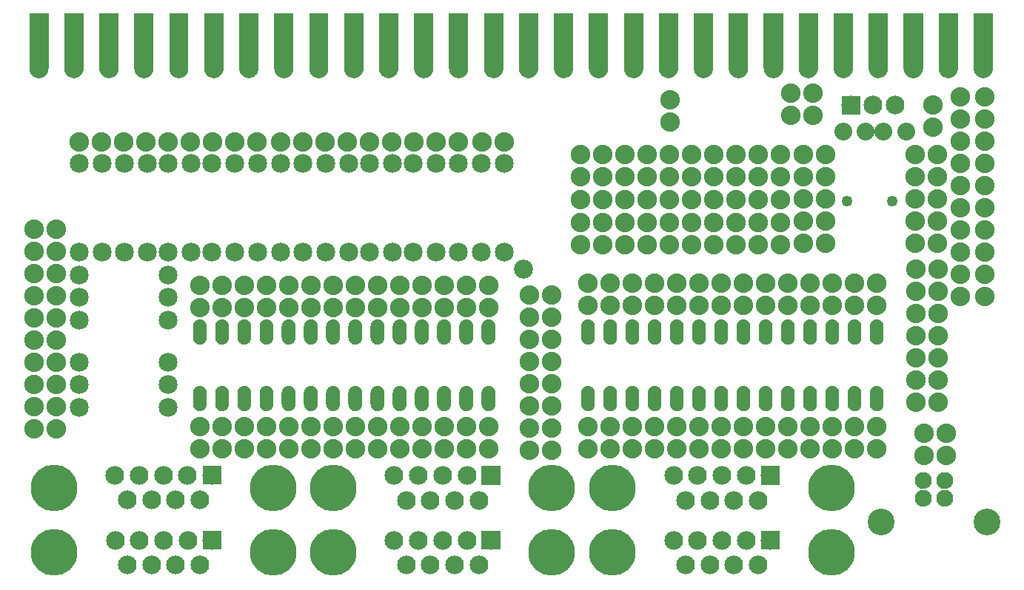
<source format=gbs>
G04 MADE WITH FRITZING*
G04 WWW.FRITZING.ORG*
G04 DOUBLE SIDED*
G04 HOLES PLATED*
G04 CONTOUR ON CENTER OF CONTOUR VECTOR*
%ASAXBY*%
%FSLAX23Y23*%
%MOIN*%
%OFA0B0*%
%SFA1.0B1.0*%
%ADD10C,0.084000*%
%ADD11C,0.210000*%
%ADD12C,0.088000*%
%ADD13C,0.085000*%
%ADD14C,0.085433*%
%ADD15C,0.076000*%
%ADD16C,0.120000*%
%ADD17C,0.062000*%
%ADD18C,0.049370*%
%ADD19C,0.080000*%
%ADD20R,0.001000X0.001000*%
%LNMASK0*%
G90*
G70*
G54D10*
X882Y466D03*
X772Y466D03*
X663Y466D03*
X554Y466D03*
X445Y466D03*
X827Y354D03*
X718Y354D03*
X609Y354D03*
X500Y354D03*
G54D11*
X1156Y410D03*
X171Y410D03*
G54D10*
X882Y173D03*
X773Y173D03*
X664Y173D03*
X555Y173D03*
X446Y173D03*
X827Y61D03*
X718Y61D03*
X609Y61D03*
X500Y61D03*
G54D11*
X1156Y117D03*
X172Y117D03*
G54D10*
X3395Y465D03*
X3286Y465D03*
X3177Y465D03*
X3068Y465D03*
X2959Y465D03*
X3340Y353D03*
X3231Y353D03*
X3123Y353D03*
X3014Y353D03*
G54D11*
X3669Y409D03*
X2685Y409D03*
G54D10*
X3395Y173D03*
X3286Y173D03*
X3177Y173D03*
X3068Y173D03*
X2959Y173D03*
X3340Y61D03*
X3231Y61D03*
X3123Y61D03*
X3014Y61D03*
G54D11*
X3669Y117D03*
X2685Y117D03*
G54D10*
X2138Y465D03*
X2029Y465D03*
X1920Y465D03*
X1811Y465D03*
X1702Y465D03*
X2083Y353D03*
X1974Y353D03*
X1865Y353D03*
X1756Y353D03*
G54D11*
X2412Y409D03*
X1428Y409D03*
G54D10*
X2138Y173D03*
X2029Y173D03*
X1920Y173D03*
X1811Y173D03*
X1702Y173D03*
X2083Y61D03*
X1974Y61D03*
X1865Y61D03*
X1756Y61D03*
G54D11*
X2412Y117D03*
X1428Y117D03*
G54D12*
X4252Y2171D03*
X4252Y2071D03*
X4252Y1971D03*
X4252Y1871D03*
X4252Y1771D03*
X4252Y1671D03*
X4252Y1571D03*
X4252Y1471D03*
X4252Y1371D03*
X4252Y1271D03*
X4362Y2173D03*
X4362Y2073D03*
X4362Y1973D03*
X4362Y1873D03*
X4362Y1773D03*
X4362Y1673D03*
X4362Y1573D03*
X4362Y1473D03*
X4362Y1373D03*
X4362Y1273D03*
X3488Y2187D03*
X3488Y2087D03*
X3488Y2187D03*
X3488Y2087D03*
X3588Y2087D03*
X3588Y2187D03*
X2945Y2157D03*
X2945Y2057D03*
X3441Y1504D03*
X3341Y1504D03*
X3241Y1504D03*
X3141Y1504D03*
X3041Y1504D03*
X2941Y1504D03*
X2841Y1504D03*
X2741Y1504D03*
X2641Y1504D03*
X2541Y1504D03*
X3441Y1606D03*
X3341Y1606D03*
X3241Y1606D03*
X3141Y1606D03*
X3041Y1606D03*
X2941Y1606D03*
X2841Y1606D03*
X2741Y1606D03*
X2641Y1606D03*
X2541Y1606D03*
X3441Y1709D03*
X3341Y1709D03*
X3241Y1709D03*
X3141Y1709D03*
X3041Y1709D03*
X2941Y1709D03*
X2841Y1709D03*
X2741Y1709D03*
X2641Y1709D03*
X2541Y1709D03*
X3441Y1811D03*
X3341Y1811D03*
X3241Y1811D03*
X3141Y1811D03*
X3041Y1811D03*
X2941Y1811D03*
X2841Y1811D03*
X2741Y1811D03*
X2641Y1811D03*
X2541Y1811D03*
X3441Y1913D03*
X3341Y1913D03*
X3241Y1913D03*
X3141Y1913D03*
X3041Y1913D03*
X2941Y1913D03*
X2841Y1913D03*
X2741Y1913D03*
X2641Y1913D03*
X2541Y1913D03*
X2309Y1279D03*
X2309Y1179D03*
X2309Y1079D03*
X2309Y979D03*
X2309Y879D03*
X2309Y779D03*
X2309Y679D03*
X2309Y579D03*
X2309Y1279D03*
X2309Y1179D03*
X2309Y1079D03*
X2309Y979D03*
X2309Y879D03*
X2309Y779D03*
X2309Y679D03*
X2309Y579D03*
X2409Y579D03*
X2409Y679D03*
X2409Y779D03*
X2409Y879D03*
X2409Y979D03*
X2409Y1079D03*
X2409Y1179D03*
X2409Y1279D03*
X4050Y1394D03*
X4050Y1294D03*
X4050Y1194D03*
X4050Y1094D03*
X4050Y994D03*
X4050Y894D03*
X4050Y794D03*
X4050Y1394D03*
X4050Y1294D03*
X4050Y1194D03*
X4050Y1094D03*
X4050Y994D03*
X4050Y894D03*
X4050Y794D03*
X4150Y794D03*
X4150Y894D03*
X4150Y994D03*
X4150Y1094D03*
X4150Y1194D03*
X4150Y1294D03*
X4150Y1394D03*
X4047Y1913D03*
X4047Y1813D03*
X4047Y1713D03*
X4047Y1613D03*
X4047Y1513D03*
X4047Y1913D03*
X4047Y1813D03*
X4047Y1713D03*
X4047Y1613D03*
X4047Y1513D03*
X4147Y1513D03*
X4147Y1613D03*
X4147Y1713D03*
X4147Y1813D03*
X4147Y1913D03*
X3543Y1913D03*
X3543Y1813D03*
X3543Y1713D03*
X3543Y1613D03*
X3543Y1513D03*
X3543Y1913D03*
X3543Y1813D03*
X3543Y1713D03*
X3543Y1613D03*
X3543Y1513D03*
X3643Y1513D03*
X3643Y1613D03*
X3643Y1713D03*
X3643Y1813D03*
X3643Y1913D03*
X2197Y1969D03*
X2097Y1969D03*
X283Y1969D03*
X383Y1969D03*
X483Y1969D03*
X583Y1969D03*
X683Y1969D03*
X783Y1969D03*
X883Y1969D03*
X983Y1969D03*
X1083Y1969D03*
X1189Y1969D03*
X1289Y1969D03*
X1389Y1969D03*
X1489Y1969D03*
X1589Y1969D03*
X1689Y1969D03*
X1789Y1969D03*
X1889Y1969D03*
X1989Y1969D03*
G54D13*
X984Y1472D03*
X984Y1872D03*
X685Y1472D03*
X685Y1872D03*
X386Y1472D03*
X386Y1872D03*
X882Y1472D03*
X882Y1872D03*
X1087Y1472D03*
X1087Y1872D03*
X488Y1472D03*
X488Y1872D03*
X590Y1472D03*
X590Y1872D03*
X283Y1472D03*
X283Y1872D03*
X787Y1472D03*
X787Y1872D03*
X1189Y1472D03*
X1189Y1872D03*
X1291Y1472D03*
X1291Y1872D03*
X1394Y1472D03*
X1394Y1872D03*
X1496Y1472D03*
X1496Y1872D03*
X1591Y1472D03*
X1591Y1872D03*
X1693Y1472D03*
X1693Y1872D03*
X1787Y1472D03*
X1787Y1872D03*
X1890Y1472D03*
X1890Y1872D03*
X1992Y1472D03*
X1992Y1872D03*
X2094Y1472D03*
X2094Y1872D03*
X2197Y1472D03*
X2197Y1872D03*
G54D14*
X2283Y1394D03*
G54D12*
X81Y1574D03*
X81Y1474D03*
X81Y1374D03*
X81Y1274D03*
X81Y1174D03*
X81Y1074D03*
X81Y974D03*
X81Y874D03*
X81Y774D03*
X81Y674D03*
X81Y1574D03*
X81Y1474D03*
X81Y1374D03*
X81Y1274D03*
X81Y1174D03*
X81Y1074D03*
X81Y974D03*
X81Y874D03*
X81Y774D03*
X81Y674D03*
X181Y674D03*
X181Y774D03*
X181Y874D03*
X181Y974D03*
X181Y1074D03*
X181Y1174D03*
X181Y1274D03*
X181Y1374D03*
X181Y1474D03*
X181Y1574D03*
G54D13*
X283Y772D03*
X683Y772D03*
X283Y874D03*
X683Y874D03*
X283Y976D03*
X683Y976D03*
X283Y1165D03*
X683Y1165D03*
X283Y1268D03*
X683Y1268D03*
X283Y1370D03*
X683Y1370D03*
G54D15*
X4181Y441D03*
X4083Y441D03*
X4083Y363D03*
X4181Y363D03*
G54D16*
X4369Y256D03*
X3895Y256D03*
G54D12*
X4087Y654D03*
X4087Y554D03*
X4087Y654D03*
X4087Y554D03*
X4187Y554D03*
X4187Y654D03*
X3874Y685D03*
X3774Y685D03*
X3674Y685D03*
X3574Y685D03*
X3474Y685D03*
X3374Y685D03*
X3274Y685D03*
X3174Y685D03*
X3074Y685D03*
X2974Y685D03*
X2874Y685D03*
X2774Y685D03*
X2674Y685D03*
X2574Y685D03*
X3874Y685D03*
X3774Y685D03*
X3674Y685D03*
X3574Y685D03*
X3474Y685D03*
X3374Y685D03*
X3274Y685D03*
X3174Y685D03*
X3074Y685D03*
X2974Y685D03*
X2874Y685D03*
X2774Y685D03*
X2674Y685D03*
X2574Y685D03*
X2574Y585D03*
X2674Y585D03*
X2774Y585D03*
X2874Y585D03*
X2974Y585D03*
X3074Y585D03*
X3174Y585D03*
X3274Y585D03*
X3374Y585D03*
X3474Y585D03*
X3574Y585D03*
X3674Y585D03*
X3774Y585D03*
X3874Y585D03*
X3874Y1331D03*
X3774Y1331D03*
X3674Y1331D03*
X3574Y1331D03*
X3474Y1331D03*
X3374Y1331D03*
X3274Y1331D03*
X3174Y1331D03*
X3074Y1331D03*
X2974Y1331D03*
X2874Y1331D03*
X2774Y1331D03*
X2674Y1331D03*
X2574Y1331D03*
X3874Y1331D03*
X3774Y1331D03*
X3674Y1331D03*
X3574Y1331D03*
X3474Y1331D03*
X3374Y1331D03*
X3274Y1331D03*
X3174Y1331D03*
X3074Y1331D03*
X2974Y1331D03*
X2874Y1331D03*
X2774Y1331D03*
X2674Y1331D03*
X2574Y1331D03*
X2574Y1231D03*
X2674Y1231D03*
X2774Y1231D03*
X2874Y1231D03*
X2974Y1231D03*
X3074Y1231D03*
X3174Y1231D03*
X3274Y1231D03*
X3374Y1231D03*
X3474Y1231D03*
X3574Y1231D03*
X3674Y1231D03*
X3774Y1231D03*
X3874Y1231D03*
X2126Y685D03*
X2026Y685D03*
X1926Y685D03*
X1826Y685D03*
X1726Y685D03*
X1626Y685D03*
X1526Y685D03*
X1426Y685D03*
X1326Y685D03*
X1226Y685D03*
X1126Y685D03*
X1026Y685D03*
X926Y685D03*
X826Y685D03*
X2126Y685D03*
X2026Y685D03*
X1926Y685D03*
X1826Y685D03*
X1726Y685D03*
X1626Y685D03*
X1526Y685D03*
X1426Y685D03*
X1326Y685D03*
X1226Y685D03*
X1126Y685D03*
X1026Y685D03*
X926Y685D03*
X826Y685D03*
X826Y585D03*
X926Y585D03*
X1026Y585D03*
X1126Y585D03*
X1226Y585D03*
X1326Y585D03*
X1426Y585D03*
X1526Y585D03*
X1626Y585D03*
X1726Y585D03*
X1826Y585D03*
X1926Y585D03*
X2026Y585D03*
X2126Y585D03*
X2126Y1323D03*
X2026Y1323D03*
X1926Y1323D03*
X1826Y1323D03*
X1726Y1323D03*
X1626Y1323D03*
X1526Y1323D03*
X1426Y1323D03*
X1326Y1323D03*
X1226Y1323D03*
X1126Y1323D03*
X1026Y1323D03*
X926Y1323D03*
X826Y1323D03*
X2126Y1323D03*
X2026Y1323D03*
X1926Y1323D03*
X1826Y1323D03*
X1726Y1323D03*
X1626Y1323D03*
X1526Y1323D03*
X1426Y1323D03*
X1326Y1323D03*
X1226Y1323D03*
X1126Y1323D03*
X1026Y1323D03*
X926Y1323D03*
X826Y1323D03*
X826Y1223D03*
X926Y1223D03*
X1026Y1223D03*
X1126Y1223D03*
X1226Y1223D03*
X1326Y1223D03*
X1426Y1223D03*
X1526Y1223D03*
X1626Y1223D03*
X1726Y1223D03*
X1826Y1223D03*
X1926Y1223D03*
X2026Y1223D03*
X2126Y1223D03*
G54D17*
X2575Y811D03*
X2675Y811D03*
X2775Y811D03*
X2875Y811D03*
X2975Y811D03*
X3075Y811D03*
X3175Y811D03*
X3275Y811D03*
X3375Y811D03*
X3475Y811D03*
X3575Y811D03*
X3675Y811D03*
X3775Y811D03*
X3875Y811D03*
X3875Y1111D03*
X3775Y1111D03*
X3675Y1111D03*
X3575Y1111D03*
X3475Y1111D03*
X3375Y1111D03*
X3275Y1111D03*
X3175Y1111D03*
X3075Y1111D03*
X2975Y1111D03*
X2875Y1111D03*
X2775Y1111D03*
X2675Y1111D03*
X2575Y1111D03*
X827Y811D03*
X927Y811D03*
X1027Y811D03*
X1127Y811D03*
X1227Y811D03*
X1327Y811D03*
X1427Y811D03*
X1527Y811D03*
X1627Y811D03*
X1727Y811D03*
X1827Y811D03*
X1927Y811D03*
X2027Y811D03*
X2127Y811D03*
X2127Y1111D03*
X2027Y1111D03*
X1927Y1111D03*
X1827Y1111D03*
X1727Y1111D03*
X1627Y1111D03*
X1527Y1111D03*
X1427Y1111D03*
X1327Y1111D03*
X1227Y1111D03*
X1127Y1111D03*
X1027Y1111D03*
X927Y1111D03*
X827Y1111D03*
G54D10*
X3758Y2134D03*
X3858Y2134D03*
X3958Y2134D03*
G54D12*
X4126Y2134D03*
X4126Y2034D03*
G54D18*
X3945Y1701D03*
X3740Y1701D03*
G54D19*
X3724Y2016D03*
X3825Y2016D03*
X3905Y2016D03*
X4006Y2016D03*
G54D20*
X60Y2547D02*
X146Y2547D01*
X217Y2547D02*
X303Y2547D01*
X375Y2547D02*
X460Y2547D01*
X532Y2547D02*
X618Y2547D01*
X690Y2547D02*
X775Y2547D01*
X847Y2547D02*
X933Y2547D01*
X1005Y2547D02*
X1090Y2547D01*
X1162Y2547D02*
X1248Y2547D01*
X1320Y2547D02*
X1405Y2547D01*
X1477Y2547D02*
X1563Y2547D01*
X1634Y2547D02*
X1720Y2547D01*
X1792Y2547D02*
X1878Y2547D01*
X1949Y2547D02*
X2035Y2547D01*
X2107Y2547D02*
X2192Y2547D01*
X2264Y2547D02*
X2350Y2547D01*
X2422Y2547D02*
X2507Y2547D01*
X2579Y2547D02*
X2665Y2547D01*
X2737Y2547D02*
X2822Y2547D01*
X2894Y2547D02*
X2980Y2547D01*
X3052Y2547D02*
X3137Y2547D01*
X3209Y2547D02*
X3295Y2547D01*
X3366Y2547D02*
X3452Y2547D01*
X3524Y2547D02*
X3610Y2547D01*
X3681Y2547D02*
X3767Y2547D01*
X3839Y2547D02*
X3924Y2547D01*
X3996Y2547D02*
X4082Y2547D01*
X4154Y2547D02*
X4239Y2547D01*
X4311Y2547D02*
X4397Y2547D01*
X60Y2546D02*
X146Y2546D01*
X217Y2546D02*
X303Y2546D01*
X375Y2546D02*
X460Y2546D01*
X532Y2546D02*
X618Y2546D01*
X690Y2546D02*
X775Y2546D01*
X847Y2546D02*
X933Y2546D01*
X1005Y2546D02*
X1090Y2546D01*
X1162Y2546D02*
X1248Y2546D01*
X1320Y2546D02*
X1405Y2546D01*
X1477Y2546D02*
X1563Y2546D01*
X1634Y2546D02*
X1720Y2546D01*
X1792Y2546D02*
X1878Y2546D01*
X1949Y2546D02*
X2035Y2546D01*
X2107Y2546D02*
X2192Y2546D01*
X2264Y2546D02*
X2350Y2546D01*
X2422Y2546D02*
X2507Y2546D01*
X2579Y2546D02*
X2665Y2546D01*
X2737Y2546D02*
X2822Y2546D01*
X2894Y2546D02*
X2980Y2546D01*
X3052Y2546D02*
X3137Y2546D01*
X3209Y2546D02*
X3295Y2546D01*
X3366Y2546D02*
X3452Y2546D01*
X3524Y2546D02*
X3610Y2546D01*
X3681Y2546D02*
X3767Y2546D01*
X3839Y2546D02*
X3924Y2546D01*
X3996Y2546D02*
X4082Y2546D01*
X4154Y2546D02*
X4239Y2546D01*
X4311Y2546D02*
X4397Y2546D01*
X60Y2545D02*
X146Y2545D01*
X217Y2545D02*
X303Y2545D01*
X375Y2545D02*
X460Y2545D01*
X532Y2545D02*
X618Y2545D01*
X690Y2545D02*
X775Y2545D01*
X847Y2545D02*
X933Y2545D01*
X1005Y2545D02*
X1090Y2545D01*
X1162Y2545D02*
X1248Y2545D01*
X1320Y2545D02*
X1405Y2545D01*
X1477Y2545D02*
X1563Y2545D01*
X1634Y2545D02*
X1720Y2545D01*
X1792Y2545D02*
X1878Y2545D01*
X1949Y2545D02*
X2035Y2545D01*
X2107Y2545D02*
X2192Y2545D01*
X2264Y2545D02*
X2350Y2545D01*
X2422Y2545D02*
X2507Y2545D01*
X2579Y2545D02*
X2665Y2545D01*
X2737Y2545D02*
X2822Y2545D01*
X2894Y2545D02*
X2980Y2545D01*
X3052Y2545D02*
X3137Y2545D01*
X3209Y2545D02*
X3295Y2545D01*
X3366Y2545D02*
X3452Y2545D01*
X3524Y2545D02*
X3610Y2545D01*
X3681Y2545D02*
X3767Y2545D01*
X3839Y2545D02*
X3924Y2545D01*
X3996Y2545D02*
X4082Y2545D01*
X4154Y2545D02*
X4239Y2545D01*
X4311Y2545D02*
X4397Y2545D01*
X60Y2544D02*
X146Y2544D01*
X217Y2544D02*
X303Y2544D01*
X375Y2544D02*
X460Y2544D01*
X532Y2544D02*
X618Y2544D01*
X690Y2544D02*
X775Y2544D01*
X847Y2544D02*
X933Y2544D01*
X1005Y2544D02*
X1090Y2544D01*
X1162Y2544D02*
X1248Y2544D01*
X1320Y2544D02*
X1405Y2544D01*
X1477Y2544D02*
X1563Y2544D01*
X1634Y2544D02*
X1720Y2544D01*
X1792Y2544D02*
X1878Y2544D01*
X1949Y2544D02*
X2035Y2544D01*
X2107Y2544D02*
X2192Y2544D01*
X2264Y2544D02*
X2350Y2544D01*
X2422Y2544D02*
X2507Y2544D01*
X2579Y2544D02*
X2665Y2544D01*
X2737Y2544D02*
X2822Y2544D01*
X2894Y2544D02*
X2980Y2544D01*
X3052Y2544D02*
X3137Y2544D01*
X3209Y2544D02*
X3295Y2544D01*
X3366Y2544D02*
X3452Y2544D01*
X3524Y2544D02*
X3610Y2544D01*
X3681Y2544D02*
X3767Y2544D01*
X3839Y2544D02*
X3924Y2544D01*
X3996Y2544D02*
X4082Y2544D01*
X4154Y2544D02*
X4239Y2544D01*
X4311Y2544D02*
X4397Y2544D01*
X60Y2543D02*
X146Y2543D01*
X217Y2543D02*
X303Y2543D01*
X375Y2543D02*
X460Y2543D01*
X532Y2543D02*
X618Y2543D01*
X690Y2543D02*
X775Y2543D01*
X847Y2543D02*
X933Y2543D01*
X1005Y2543D02*
X1090Y2543D01*
X1162Y2543D02*
X1248Y2543D01*
X1320Y2543D02*
X1405Y2543D01*
X1477Y2543D02*
X1563Y2543D01*
X1634Y2543D02*
X1720Y2543D01*
X1792Y2543D02*
X1878Y2543D01*
X1949Y2543D02*
X2035Y2543D01*
X2107Y2543D02*
X2192Y2543D01*
X2264Y2543D02*
X2350Y2543D01*
X2422Y2543D02*
X2507Y2543D01*
X2579Y2543D02*
X2665Y2543D01*
X2737Y2543D02*
X2822Y2543D01*
X2894Y2543D02*
X2980Y2543D01*
X3052Y2543D02*
X3137Y2543D01*
X3209Y2543D02*
X3295Y2543D01*
X3366Y2543D02*
X3452Y2543D01*
X3524Y2543D02*
X3610Y2543D01*
X3681Y2543D02*
X3767Y2543D01*
X3839Y2543D02*
X3924Y2543D01*
X3996Y2543D02*
X4082Y2543D01*
X4154Y2543D02*
X4239Y2543D01*
X4311Y2543D02*
X4397Y2543D01*
X60Y2542D02*
X146Y2542D01*
X217Y2542D02*
X303Y2542D01*
X375Y2542D02*
X460Y2542D01*
X532Y2542D02*
X618Y2542D01*
X690Y2542D02*
X775Y2542D01*
X847Y2542D02*
X933Y2542D01*
X1005Y2542D02*
X1090Y2542D01*
X1162Y2542D02*
X1248Y2542D01*
X1320Y2542D02*
X1405Y2542D01*
X1477Y2542D02*
X1563Y2542D01*
X1634Y2542D02*
X1720Y2542D01*
X1792Y2542D02*
X1878Y2542D01*
X1949Y2542D02*
X2035Y2542D01*
X2107Y2542D02*
X2192Y2542D01*
X2264Y2542D02*
X2350Y2542D01*
X2422Y2542D02*
X2507Y2542D01*
X2579Y2542D02*
X2665Y2542D01*
X2737Y2542D02*
X2822Y2542D01*
X2894Y2542D02*
X2980Y2542D01*
X3052Y2542D02*
X3137Y2542D01*
X3209Y2542D02*
X3295Y2542D01*
X3366Y2542D02*
X3452Y2542D01*
X3524Y2542D02*
X3610Y2542D01*
X3681Y2542D02*
X3767Y2542D01*
X3839Y2542D02*
X3924Y2542D01*
X3996Y2542D02*
X4082Y2542D01*
X4154Y2542D02*
X4239Y2542D01*
X4311Y2542D02*
X4397Y2542D01*
X60Y2541D02*
X146Y2541D01*
X217Y2541D02*
X303Y2541D01*
X375Y2541D02*
X460Y2541D01*
X532Y2541D02*
X618Y2541D01*
X690Y2541D02*
X775Y2541D01*
X847Y2541D02*
X933Y2541D01*
X1005Y2541D02*
X1090Y2541D01*
X1162Y2541D02*
X1248Y2541D01*
X1320Y2541D02*
X1405Y2541D01*
X1477Y2541D02*
X1563Y2541D01*
X1634Y2541D02*
X1720Y2541D01*
X1792Y2541D02*
X1878Y2541D01*
X1949Y2541D02*
X2035Y2541D01*
X2107Y2541D02*
X2192Y2541D01*
X2264Y2541D02*
X2350Y2541D01*
X2422Y2541D02*
X2507Y2541D01*
X2579Y2541D02*
X2665Y2541D01*
X2737Y2541D02*
X2822Y2541D01*
X2894Y2541D02*
X2980Y2541D01*
X3052Y2541D02*
X3137Y2541D01*
X3209Y2541D02*
X3295Y2541D01*
X3366Y2541D02*
X3452Y2541D01*
X3524Y2541D02*
X3610Y2541D01*
X3681Y2541D02*
X3767Y2541D01*
X3839Y2541D02*
X3924Y2541D01*
X3996Y2541D02*
X4082Y2541D01*
X4154Y2541D02*
X4239Y2541D01*
X4311Y2541D02*
X4397Y2541D01*
X60Y2540D02*
X146Y2540D01*
X217Y2540D02*
X303Y2540D01*
X375Y2540D02*
X460Y2540D01*
X532Y2540D02*
X618Y2540D01*
X690Y2540D02*
X775Y2540D01*
X847Y2540D02*
X933Y2540D01*
X1005Y2540D02*
X1090Y2540D01*
X1162Y2540D02*
X1248Y2540D01*
X1320Y2540D02*
X1405Y2540D01*
X1477Y2540D02*
X1563Y2540D01*
X1634Y2540D02*
X1720Y2540D01*
X1792Y2540D02*
X1878Y2540D01*
X1949Y2540D02*
X2035Y2540D01*
X2107Y2540D02*
X2192Y2540D01*
X2264Y2540D02*
X2350Y2540D01*
X2422Y2540D02*
X2507Y2540D01*
X2579Y2540D02*
X2665Y2540D01*
X2737Y2540D02*
X2822Y2540D01*
X2894Y2540D02*
X2980Y2540D01*
X3052Y2540D02*
X3137Y2540D01*
X3209Y2540D02*
X3295Y2540D01*
X3366Y2540D02*
X3452Y2540D01*
X3524Y2540D02*
X3610Y2540D01*
X3681Y2540D02*
X3767Y2540D01*
X3839Y2540D02*
X3924Y2540D01*
X3996Y2540D02*
X4082Y2540D01*
X4154Y2540D02*
X4239Y2540D01*
X4311Y2540D02*
X4397Y2540D01*
X60Y2539D02*
X146Y2539D01*
X217Y2539D02*
X303Y2539D01*
X375Y2539D02*
X460Y2539D01*
X532Y2539D02*
X618Y2539D01*
X690Y2539D02*
X775Y2539D01*
X847Y2539D02*
X933Y2539D01*
X1005Y2539D02*
X1090Y2539D01*
X1162Y2539D02*
X1248Y2539D01*
X1320Y2539D02*
X1405Y2539D01*
X1477Y2539D02*
X1563Y2539D01*
X1634Y2539D02*
X1720Y2539D01*
X1792Y2539D02*
X1878Y2539D01*
X1949Y2539D02*
X2035Y2539D01*
X2107Y2539D02*
X2192Y2539D01*
X2264Y2539D02*
X2350Y2539D01*
X2422Y2539D02*
X2507Y2539D01*
X2579Y2539D02*
X2665Y2539D01*
X2737Y2539D02*
X2822Y2539D01*
X2894Y2539D02*
X2980Y2539D01*
X3052Y2539D02*
X3137Y2539D01*
X3209Y2539D02*
X3295Y2539D01*
X3366Y2539D02*
X3452Y2539D01*
X3524Y2539D02*
X3610Y2539D01*
X3681Y2539D02*
X3767Y2539D01*
X3839Y2539D02*
X3924Y2539D01*
X3996Y2539D02*
X4082Y2539D01*
X4154Y2539D02*
X4239Y2539D01*
X4311Y2539D02*
X4397Y2539D01*
X60Y2538D02*
X146Y2538D01*
X217Y2538D02*
X303Y2538D01*
X375Y2538D02*
X460Y2538D01*
X532Y2538D02*
X618Y2538D01*
X690Y2538D02*
X775Y2538D01*
X847Y2538D02*
X933Y2538D01*
X1005Y2538D02*
X1090Y2538D01*
X1162Y2538D02*
X1248Y2538D01*
X1320Y2538D02*
X1405Y2538D01*
X1477Y2538D02*
X1563Y2538D01*
X1634Y2538D02*
X1720Y2538D01*
X1792Y2538D02*
X1878Y2538D01*
X1949Y2538D02*
X2035Y2538D01*
X2107Y2538D02*
X2192Y2538D01*
X2264Y2538D02*
X2350Y2538D01*
X2422Y2538D02*
X2507Y2538D01*
X2579Y2538D02*
X2665Y2538D01*
X2737Y2538D02*
X2822Y2538D01*
X2894Y2538D02*
X2980Y2538D01*
X3052Y2538D02*
X3137Y2538D01*
X3209Y2538D02*
X3295Y2538D01*
X3366Y2538D02*
X3452Y2538D01*
X3524Y2538D02*
X3610Y2538D01*
X3681Y2538D02*
X3767Y2538D01*
X3839Y2538D02*
X3924Y2538D01*
X3996Y2538D02*
X4082Y2538D01*
X4154Y2538D02*
X4239Y2538D01*
X4311Y2538D02*
X4397Y2538D01*
X60Y2537D02*
X146Y2537D01*
X217Y2537D02*
X303Y2537D01*
X375Y2537D02*
X460Y2537D01*
X532Y2537D02*
X618Y2537D01*
X690Y2537D02*
X775Y2537D01*
X847Y2537D02*
X933Y2537D01*
X1005Y2537D02*
X1090Y2537D01*
X1162Y2537D02*
X1248Y2537D01*
X1320Y2537D02*
X1405Y2537D01*
X1477Y2537D02*
X1563Y2537D01*
X1634Y2537D02*
X1720Y2537D01*
X1792Y2537D02*
X1878Y2537D01*
X1949Y2537D02*
X2035Y2537D01*
X2107Y2537D02*
X2192Y2537D01*
X2264Y2537D02*
X2350Y2537D01*
X2422Y2537D02*
X2507Y2537D01*
X2579Y2537D02*
X2665Y2537D01*
X2737Y2537D02*
X2822Y2537D01*
X2894Y2537D02*
X2980Y2537D01*
X3052Y2537D02*
X3137Y2537D01*
X3209Y2537D02*
X3295Y2537D01*
X3366Y2537D02*
X3452Y2537D01*
X3524Y2537D02*
X3610Y2537D01*
X3681Y2537D02*
X3767Y2537D01*
X3839Y2537D02*
X3924Y2537D01*
X3996Y2537D02*
X4082Y2537D01*
X4154Y2537D02*
X4239Y2537D01*
X4311Y2537D02*
X4397Y2537D01*
X60Y2536D02*
X146Y2536D01*
X217Y2536D02*
X303Y2536D01*
X375Y2536D02*
X460Y2536D01*
X532Y2536D02*
X618Y2536D01*
X690Y2536D02*
X775Y2536D01*
X847Y2536D02*
X933Y2536D01*
X1005Y2536D02*
X1090Y2536D01*
X1162Y2536D02*
X1248Y2536D01*
X1320Y2536D02*
X1405Y2536D01*
X1477Y2536D02*
X1563Y2536D01*
X1634Y2536D02*
X1720Y2536D01*
X1792Y2536D02*
X1878Y2536D01*
X1949Y2536D02*
X2035Y2536D01*
X2107Y2536D02*
X2192Y2536D01*
X2264Y2536D02*
X2350Y2536D01*
X2422Y2536D02*
X2507Y2536D01*
X2579Y2536D02*
X2665Y2536D01*
X2737Y2536D02*
X2822Y2536D01*
X2894Y2536D02*
X2980Y2536D01*
X3052Y2536D02*
X3137Y2536D01*
X3209Y2536D02*
X3295Y2536D01*
X3366Y2536D02*
X3452Y2536D01*
X3524Y2536D02*
X3610Y2536D01*
X3681Y2536D02*
X3767Y2536D01*
X3839Y2536D02*
X3924Y2536D01*
X3996Y2536D02*
X4082Y2536D01*
X4154Y2536D02*
X4239Y2536D01*
X4311Y2536D02*
X4397Y2536D01*
X60Y2535D02*
X146Y2535D01*
X217Y2535D02*
X303Y2535D01*
X375Y2535D02*
X460Y2535D01*
X532Y2535D02*
X618Y2535D01*
X690Y2535D02*
X775Y2535D01*
X847Y2535D02*
X933Y2535D01*
X1005Y2535D02*
X1090Y2535D01*
X1162Y2535D02*
X1248Y2535D01*
X1320Y2535D02*
X1405Y2535D01*
X1477Y2535D02*
X1563Y2535D01*
X1634Y2535D02*
X1720Y2535D01*
X1792Y2535D02*
X1878Y2535D01*
X1949Y2535D02*
X2035Y2535D01*
X2107Y2535D02*
X2192Y2535D01*
X2264Y2535D02*
X2350Y2535D01*
X2422Y2535D02*
X2507Y2535D01*
X2579Y2535D02*
X2665Y2535D01*
X2737Y2535D02*
X2822Y2535D01*
X2894Y2535D02*
X2980Y2535D01*
X3052Y2535D02*
X3137Y2535D01*
X3209Y2535D02*
X3295Y2535D01*
X3366Y2535D02*
X3452Y2535D01*
X3524Y2535D02*
X3610Y2535D01*
X3681Y2535D02*
X3767Y2535D01*
X3839Y2535D02*
X3924Y2535D01*
X3996Y2535D02*
X4082Y2535D01*
X4154Y2535D02*
X4239Y2535D01*
X4311Y2535D02*
X4397Y2535D01*
X60Y2534D02*
X146Y2534D01*
X217Y2534D02*
X303Y2534D01*
X375Y2534D02*
X460Y2534D01*
X532Y2534D02*
X618Y2534D01*
X690Y2534D02*
X775Y2534D01*
X847Y2534D02*
X933Y2534D01*
X1005Y2534D02*
X1090Y2534D01*
X1162Y2534D02*
X1248Y2534D01*
X1320Y2534D02*
X1405Y2534D01*
X1477Y2534D02*
X1563Y2534D01*
X1634Y2534D02*
X1720Y2534D01*
X1792Y2534D02*
X1878Y2534D01*
X1949Y2534D02*
X2035Y2534D01*
X2107Y2534D02*
X2192Y2534D01*
X2264Y2534D02*
X2350Y2534D01*
X2422Y2534D02*
X2507Y2534D01*
X2579Y2534D02*
X2665Y2534D01*
X2737Y2534D02*
X2822Y2534D01*
X2894Y2534D02*
X2980Y2534D01*
X3052Y2534D02*
X3137Y2534D01*
X3209Y2534D02*
X3295Y2534D01*
X3366Y2534D02*
X3452Y2534D01*
X3524Y2534D02*
X3610Y2534D01*
X3681Y2534D02*
X3767Y2534D01*
X3839Y2534D02*
X3924Y2534D01*
X3996Y2534D02*
X4082Y2534D01*
X4154Y2534D02*
X4239Y2534D01*
X4311Y2534D02*
X4397Y2534D01*
X60Y2533D02*
X146Y2533D01*
X217Y2533D02*
X303Y2533D01*
X375Y2533D02*
X460Y2533D01*
X532Y2533D02*
X618Y2533D01*
X690Y2533D02*
X775Y2533D01*
X847Y2533D02*
X933Y2533D01*
X1005Y2533D02*
X1090Y2533D01*
X1162Y2533D02*
X1248Y2533D01*
X1320Y2533D02*
X1405Y2533D01*
X1477Y2533D02*
X1563Y2533D01*
X1634Y2533D02*
X1720Y2533D01*
X1792Y2533D02*
X1878Y2533D01*
X1949Y2533D02*
X2035Y2533D01*
X2107Y2533D02*
X2192Y2533D01*
X2264Y2533D02*
X2350Y2533D01*
X2422Y2533D02*
X2507Y2533D01*
X2579Y2533D02*
X2665Y2533D01*
X2737Y2533D02*
X2822Y2533D01*
X2894Y2533D02*
X2980Y2533D01*
X3052Y2533D02*
X3137Y2533D01*
X3209Y2533D02*
X3295Y2533D01*
X3366Y2533D02*
X3452Y2533D01*
X3524Y2533D02*
X3610Y2533D01*
X3681Y2533D02*
X3767Y2533D01*
X3839Y2533D02*
X3924Y2533D01*
X3996Y2533D02*
X4082Y2533D01*
X4154Y2533D02*
X4239Y2533D01*
X4311Y2533D02*
X4397Y2533D01*
X60Y2532D02*
X146Y2532D01*
X217Y2532D02*
X303Y2532D01*
X375Y2532D02*
X460Y2532D01*
X532Y2532D02*
X618Y2532D01*
X690Y2532D02*
X775Y2532D01*
X847Y2532D02*
X933Y2532D01*
X1005Y2532D02*
X1090Y2532D01*
X1162Y2532D02*
X1248Y2532D01*
X1320Y2532D02*
X1405Y2532D01*
X1477Y2532D02*
X1563Y2532D01*
X1634Y2532D02*
X1720Y2532D01*
X1792Y2532D02*
X1878Y2532D01*
X1949Y2532D02*
X2035Y2532D01*
X2107Y2532D02*
X2192Y2532D01*
X2264Y2532D02*
X2350Y2532D01*
X2422Y2532D02*
X2507Y2532D01*
X2579Y2532D02*
X2665Y2532D01*
X2737Y2532D02*
X2822Y2532D01*
X2894Y2532D02*
X2980Y2532D01*
X3052Y2532D02*
X3137Y2532D01*
X3209Y2532D02*
X3295Y2532D01*
X3366Y2532D02*
X3452Y2532D01*
X3524Y2532D02*
X3610Y2532D01*
X3681Y2532D02*
X3767Y2532D01*
X3839Y2532D02*
X3924Y2532D01*
X3996Y2532D02*
X4082Y2532D01*
X4154Y2532D02*
X4239Y2532D01*
X4311Y2532D02*
X4397Y2532D01*
X60Y2531D02*
X146Y2531D01*
X217Y2531D02*
X303Y2531D01*
X375Y2531D02*
X460Y2531D01*
X532Y2531D02*
X618Y2531D01*
X690Y2531D02*
X775Y2531D01*
X847Y2531D02*
X933Y2531D01*
X1005Y2531D02*
X1090Y2531D01*
X1162Y2531D02*
X1248Y2531D01*
X1320Y2531D02*
X1405Y2531D01*
X1477Y2531D02*
X1563Y2531D01*
X1634Y2531D02*
X1720Y2531D01*
X1792Y2531D02*
X1878Y2531D01*
X1949Y2531D02*
X2035Y2531D01*
X2107Y2531D02*
X2192Y2531D01*
X2264Y2531D02*
X2350Y2531D01*
X2422Y2531D02*
X2507Y2531D01*
X2579Y2531D02*
X2665Y2531D01*
X2737Y2531D02*
X2822Y2531D01*
X2894Y2531D02*
X2980Y2531D01*
X3052Y2531D02*
X3137Y2531D01*
X3209Y2531D02*
X3295Y2531D01*
X3366Y2531D02*
X3452Y2531D01*
X3524Y2531D02*
X3610Y2531D01*
X3681Y2531D02*
X3767Y2531D01*
X3839Y2531D02*
X3924Y2531D01*
X3996Y2531D02*
X4082Y2531D01*
X4154Y2531D02*
X4239Y2531D01*
X4311Y2531D02*
X4397Y2531D01*
X60Y2530D02*
X146Y2530D01*
X217Y2530D02*
X303Y2530D01*
X375Y2530D02*
X460Y2530D01*
X532Y2530D02*
X618Y2530D01*
X690Y2530D02*
X775Y2530D01*
X847Y2530D02*
X933Y2530D01*
X1005Y2530D02*
X1090Y2530D01*
X1162Y2530D02*
X1248Y2530D01*
X1320Y2530D02*
X1405Y2530D01*
X1477Y2530D02*
X1563Y2530D01*
X1634Y2530D02*
X1720Y2530D01*
X1792Y2530D02*
X1878Y2530D01*
X1949Y2530D02*
X2035Y2530D01*
X2107Y2530D02*
X2192Y2530D01*
X2264Y2530D02*
X2350Y2530D01*
X2422Y2530D02*
X2507Y2530D01*
X2579Y2530D02*
X2665Y2530D01*
X2737Y2530D02*
X2822Y2530D01*
X2894Y2530D02*
X2980Y2530D01*
X3052Y2530D02*
X3137Y2530D01*
X3209Y2530D02*
X3295Y2530D01*
X3366Y2530D02*
X3452Y2530D01*
X3524Y2530D02*
X3610Y2530D01*
X3681Y2530D02*
X3767Y2530D01*
X3839Y2530D02*
X3924Y2530D01*
X3996Y2530D02*
X4082Y2530D01*
X4154Y2530D02*
X4239Y2530D01*
X4311Y2530D02*
X4397Y2530D01*
X60Y2529D02*
X146Y2529D01*
X217Y2529D02*
X303Y2529D01*
X375Y2529D02*
X460Y2529D01*
X532Y2529D02*
X618Y2529D01*
X690Y2529D02*
X775Y2529D01*
X847Y2529D02*
X933Y2529D01*
X1005Y2529D02*
X1090Y2529D01*
X1162Y2529D02*
X1248Y2529D01*
X1320Y2529D02*
X1405Y2529D01*
X1477Y2529D02*
X1563Y2529D01*
X1634Y2529D02*
X1720Y2529D01*
X1792Y2529D02*
X1878Y2529D01*
X1949Y2529D02*
X2035Y2529D01*
X2107Y2529D02*
X2192Y2529D01*
X2264Y2529D02*
X2350Y2529D01*
X2422Y2529D02*
X2507Y2529D01*
X2579Y2529D02*
X2665Y2529D01*
X2737Y2529D02*
X2822Y2529D01*
X2894Y2529D02*
X2980Y2529D01*
X3052Y2529D02*
X3137Y2529D01*
X3209Y2529D02*
X3295Y2529D01*
X3366Y2529D02*
X3452Y2529D01*
X3524Y2529D02*
X3610Y2529D01*
X3681Y2529D02*
X3767Y2529D01*
X3839Y2529D02*
X3924Y2529D01*
X3996Y2529D02*
X4082Y2529D01*
X4154Y2529D02*
X4239Y2529D01*
X4311Y2529D02*
X4397Y2529D01*
X60Y2528D02*
X146Y2528D01*
X217Y2528D02*
X303Y2528D01*
X375Y2528D02*
X460Y2528D01*
X532Y2528D02*
X618Y2528D01*
X690Y2528D02*
X775Y2528D01*
X847Y2528D02*
X933Y2528D01*
X1005Y2528D02*
X1090Y2528D01*
X1162Y2528D02*
X1248Y2528D01*
X1320Y2528D02*
X1405Y2528D01*
X1477Y2528D02*
X1563Y2528D01*
X1634Y2528D02*
X1720Y2528D01*
X1792Y2528D02*
X1878Y2528D01*
X1949Y2528D02*
X2035Y2528D01*
X2107Y2528D02*
X2192Y2528D01*
X2264Y2528D02*
X2350Y2528D01*
X2422Y2528D02*
X2507Y2528D01*
X2579Y2528D02*
X2665Y2528D01*
X2737Y2528D02*
X2822Y2528D01*
X2894Y2528D02*
X2980Y2528D01*
X3052Y2528D02*
X3137Y2528D01*
X3209Y2528D02*
X3295Y2528D01*
X3366Y2528D02*
X3452Y2528D01*
X3524Y2528D02*
X3610Y2528D01*
X3681Y2528D02*
X3767Y2528D01*
X3839Y2528D02*
X3924Y2528D01*
X3996Y2528D02*
X4082Y2528D01*
X4154Y2528D02*
X4239Y2528D01*
X4311Y2528D02*
X4397Y2528D01*
X60Y2527D02*
X146Y2527D01*
X217Y2527D02*
X303Y2527D01*
X375Y2527D02*
X460Y2527D01*
X532Y2527D02*
X618Y2527D01*
X690Y2527D02*
X775Y2527D01*
X847Y2527D02*
X933Y2527D01*
X1005Y2527D02*
X1090Y2527D01*
X1162Y2527D02*
X1248Y2527D01*
X1320Y2527D02*
X1405Y2527D01*
X1477Y2527D02*
X1563Y2527D01*
X1634Y2527D02*
X1720Y2527D01*
X1792Y2527D02*
X1878Y2527D01*
X1949Y2527D02*
X2035Y2527D01*
X2107Y2527D02*
X2192Y2527D01*
X2264Y2527D02*
X2350Y2527D01*
X2422Y2527D02*
X2507Y2527D01*
X2579Y2527D02*
X2665Y2527D01*
X2737Y2527D02*
X2822Y2527D01*
X2894Y2527D02*
X2980Y2527D01*
X3052Y2527D02*
X3137Y2527D01*
X3209Y2527D02*
X3295Y2527D01*
X3366Y2527D02*
X3452Y2527D01*
X3524Y2527D02*
X3610Y2527D01*
X3681Y2527D02*
X3767Y2527D01*
X3839Y2527D02*
X3924Y2527D01*
X3996Y2527D02*
X4082Y2527D01*
X4154Y2527D02*
X4239Y2527D01*
X4311Y2527D02*
X4397Y2527D01*
X60Y2526D02*
X146Y2526D01*
X217Y2526D02*
X303Y2526D01*
X375Y2526D02*
X460Y2526D01*
X532Y2526D02*
X618Y2526D01*
X690Y2526D02*
X775Y2526D01*
X847Y2526D02*
X933Y2526D01*
X1005Y2526D02*
X1090Y2526D01*
X1162Y2526D02*
X1248Y2526D01*
X1320Y2526D02*
X1405Y2526D01*
X1477Y2526D02*
X1563Y2526D01*
X1634Y2526D02*
X1720Y2526D01*
X1792Y2526D02*
X1878Y2526D01*
X1949Y2526D02*
X2035Y2526D01*
X2107Y2526D02*
X2192Y2526D01*
X2264Y2526D02*
X2350Y2526D01*
X2422Y2526D02*
X2507Y2526D01*
X2579Y2526D02*
X2665Y2526D01*
X2737Y2526D02*
X2822Y2526D01*
X2894Y2526D02*
X2980Y2526D01*
X3052Y2526D02*
X3137Y2526D01*
X3209Y2526D02*
X3295Y2526D01*
X3366Y2526D02*
X3452Y2526D01*
X3524Y2526D02*
X3610Y2526D01*
X3681Y2526D02*
X3767Y2526D01*
X3839Y2526D02*
X3924Y2526D01*
X3996Y2526D02*
X4082Y2526D01*
X4154Y2526D02*
X4239Y2526D01*
X4311Y2526D02*
X4397Y2526D01*
X60Y2525D02*
X146Y2525D01*
X217Y2525D02*
X303Y2525D01*
X375Y2525D02*
X460Y2525D01*
X532Y2525D02*
X618Y2525D01*
X690Y2525D02*
X775Y2525D01*
X847Y2525D02*
X933Y2525D01*
X1005Y2525D02*
X1090Y2525D01*
X1162Y2525D02*
X1248Y2525D01*
X1320Y2525D02*
X1405Y2525D01*
X1477Y2525D02*
X1563Y2525D01*
X1634Y2525D02*
X1720Y2525D01*
X1792Y2525D02*
X1878Y2525D01*
X1949Y2525D02*
X2035Y2525D01*
X2107Y2525D02*
X2192Y2525D01*
X2264Y2525D02*
X2350Y2525D01*
X2422Y2525D02*
X2507Y2525D01*
X2579Y2525D02*
X2665Y2525D01*
X2737Y2525D02*
X2822Y2525D01*
X2894Y2525D02*
X2980Y2525D01*
X3052Y2525D02*
X3137Y2525D01*
X3209Y2525D02*
X3295Y2525D01*
X3366Y2525D02*
X3452Y2525D01*
X3524Y2525D02*
X3610Y2525D01*
X3681Y2525D02*
X3767Y2525D01*
X3839Y2525D02*
X3924Y2525D01*
X3996Y2525D02*
X4082Y2525D01*
X4154Y2525D02*
X4239Y2525D01*
X4311Y2525D02*
X4397Y2525D01*
X60Y2524D02*
X146Y2524D01*
X217Y2524D02*
X303Y2524D01*
X375Y2524D02*
X460Y2524D01*
X532Y2524D02*
X618Y2524D01*
X690Y2524D02*
X775Y2524D01*
X847Y2524D02*
X933Y2524D01*
X1005Y2524D02*
X1090Y2524D01*
X1162Y2524D02*
X1248Y2524D01*
X1320Y2524D02*
X1405Y2524D01*
X1477Y2524D02*
X1563Y2524D01*
X1634Y2524D02*
X1720Y2524D01*
X1792Y2524D02*
X1878Y2524D01*
X1949Y2524D02*
X2035Y2524D01*
X2107Y2524D02*
X2192Y2524D01*
X2264Y2524D02*
X2350Y2524D01*
X2422Y2524D02*
X2507Y2524D01*
X2579Y2524D02*
X2665Y2524D01*
X2737Y2524D02*
X2822Y2524D01*
X2894Y2524D02*
X2980Y2524D01*
X3052Y2524D02*
X3137Y2524D01*
X3209Y2524D02*
X3295Y2524D01*
X3366Y2524D02*
X3452Y2524D01*
X3524Y2524D02*
X3610Y2524D01*
X3681Y2524D02*
X3767Y2524D01*
X3839Y2524D02*
X3924Y2524D01*
X3996Y2524D02*
X4082Y2524D01*
X4154Y2524D02*
X4239Y2524D01*
X4311Y2524D02*
X4397Y2524D01*
X60Y2523D02*
X146Y2523D01*
X217Y2523D02*
X303Y2523D01*
X375Y2523D02*
X460Y2523D01*
X532Y2523D02*
X618Y2523D01*
X690Y2523D02*
X775Y2523D01*
X847Y2523D02*
X933Y2523D01*
X1005Y2523D02*
X1090Y2523D01*
X1162Y2523D02*
X1248Y2523D01*
X1320Y2523D02*
X1405Y2523D01*
X1477Y2523D02*
X1563Y2523D01*
X1634Y2523D02*
X1720Y2523D01*
X1792Y2523D02*
X1878Y2523D01*
X1949Y2523D02*
X2035Y2523D01*
X2107Y2523D02*
X2192Y2523D01*
X2264Y2523D02*
X2350Y2523D01*
X2422Y2523D02*
X2507Y2523D01*
X2579Y2523D02*
X2665Y2523D01*
X2737Y2523D02*
X2822Y2523D01*
X2894Y2523D02*
X2980Y2523D01*
X3052Y2523D02*
X3137Y2523D01*
X3209Y2523D02*
X3295Y2523D01*
X3366Y2523D02*
X3452Y2523D01*
X3524Y2523D02*
X3610Y2523D01*
X3681Y2523D02*
X3767Y2523D01*
X3839Y2523D02*
X3924Y2523D01*
X3996Y2523D02*
X4082Y2523D01*
X4154Y2523D02*
X4239Y2523D01*
X4311Y2523D02*
X4397Y2523D01*
X60Y2522D02*
X146Y2522D01*
X217Y2522D02*
X303Y2522D01*
X375Y2522D02*
X460Y2522D01*
X532Y2522D02*
X618Y2522D01*
X690Y2522D02*
X775Y2522D01*
X847Y2522D02*
X933Y2522D01*
X1005Y2522D02*
X1090Y2522D01*
X1162Y2522D02*
X1248Y2522D01*
X1320Y2522D02*
X1405Y2522D01*
X1477Y2522D02*
X1563Y2522D01*
X1634Y2522D02*
X1720Y2522D01*
X1792Y2522D02*
X1878Y2522D01*
X1949Y2522D02*
X2035Y2522D01*
X2107Y2522D02*
X2192Y2522D01*
X2264Y2522D02*
X2350Y2522D01*
X2422Y2522D02*
X2507Y2522D01*
X2579Y2522D02*
X2665Y2522D01*
X2737Y2522D02*
X2822Y2522D01*
X2894Y2522D02*
X2980Y2522D01*
X3052Y2522D02*
X3137Y2522D01*
X3209Y2522D02*
X3295Y2522D01*
X3366Y2522D02*
X3452Y2522D01*
X3524Y2522D02*
X3610Y2522D01*
X3681Y2522D02*
X3767Y2522D01*
X3839Y2522D02*
X3924Y2522D01*
X3996Y2522D02*
X4082Y2522D01*
X4154Y2522D02*
X4239Y2522D01*
X4311Y2522D02*
X4397Y2522D01*
X60Y2521D02*
X146Y2521D01*
X217Y2521D02*
X303Y2521D01*
X375Y2521D02*
X460Y2521D01*
X532Y2521D02*
X618Y2521D01*
X690Y2521D02*
X775Y2521D01*
X847Y2521D02*
X933Y2521D01*
X1005Y2521D02*
X1090Y2521D01*
X1162Y2521D02*
X1248Y2521D01*
X1320Y2521D02*
X1405Y2521D01*
X1477Y2521D02*
X1563Y2521D01*
X1634Y2521D02*
X1720Y2521D01*
X1792Y2521D02*
X1878Y2521D01*
X1949Y2521D02*
X2035Y2521D01*
X2107Y2521D02*
X2192Y2521D01*
X2264Y2521D02*
X2350Y2521D01*
X2422Y2521D02*
X2507Y2521D01*
X2579Y2521D02*
X2665Y2521D01*
X2737Y2521D02*
X2822Y2521D01*
X2894Y2521D02*
X2980Y2521D01*
X3052Y2521D02*
X3137Y2521D01*
X3209Y2521D02*
X3295Y2521D01*
X3366Y2521D02*
X3452Y2521D01*
X3524Y2521D02*
X3610Y2521D01*
X3681Y2521D02*
X3767Y2521D01*
X3839Y2521D02*
X3924Y2521D01*
X3996Y2521D02*
X4082Y2521D01*
X4154Y2521D02*
X4239Y2521D01*
X4311Y2521D02*
X4397Y2521D01*
X60Y2520D02*
X146Y2520D01*
X217Y2520D02*
X303Y2520D01*
X375Y2520D02*
X460Y2520D01*
X532Y2520D02*
X618Y2520D01*
X690Y2520D02*
X775Y2520D01*
X847Y2520D02*
X933Y2520D01*
X1005Y2520D02*
X1090Y2520D01*
X1162Y2520D02*
X1248Y2520D01*
X1320Y2520D02*
X1405Y2520D01*
X1477Y2520D02*
X1563Y2520D01*
X1634Y2520D02*
X1720Y2520D01*
X1792Y2520D02*
X1878Y2520D01*
X1949Y2520D02*
X2035Y2520D01*
X2107Y2520D02*
X2192Y2520D01*
X2264Y2520D02*
X2350Y2520D01*
X2422Y2520D02*
X2507Y2520D01*
X2579Y2520D02*
X2665Y2520D01*
X2737Y2520D02*
X2822Y2520D01*
X2894Y2520D02*
X2980Y2520D01*
X3052Y2520D02*
X3137Y2520D01*
X3209Y2520D02*
X3295Y2520D01*
X3366Y2520D02*
X3452Y2520D01*
X3524Y2520D02*
X3610Y2520D01*
X3681Y2520D02*
X3767Y2520D01*
X3839Y2520D02*
X3924Y2520D01*
X3996Y2520D02*
X4082Y2520D01*
X4154Y2520D02*
X4239Y2520D01*
X4311Y2520D02*
X4397Y2520D01*
X60Y2519D02*
X146Y2519D01*
X217Y2519D02*
X303Y2519D01*
X375Y2519D02*
X460Y2519D01*
X532Y2519D02*
X618Y2519D01*
X690Y2519D02*
X775Y2519D01*
X847Y2519D02*
X933Y2519D01*
X1005Y2519D02*
X1090Y2519D01*
X1162Y2519D02*
X1248Y2519D01*
X1320Y2519D02*
X1405Y2519D01*
X1477Y2519D02*
X1563Y2519D01*
X1634Y2519D02*
X1720Y2519D01*
X1792Y2519D02*
X1878Y2519D01*
X1949Y2519D02*
X2035Y2519D01*
X2107Y2519D02*
X2192Y2519D01*
X2264Y2519D02*
X2350Y2519D01*
X2422Y2519D02*
X2507Y2519D01*
X2579Y2519D02*
X2665Y2519D01*
X2737Y2519D02*
X2822Y2519D01*
X2894Y2519D02*
X2980Y2519D01*
X3052Y2519D02*
X3137Y2519D01*
X3209Y2519D02*
X3295Y2519D01*
X3366Y2519D02*
X3452Y2519D01*
X3524Y2519D02*
X3610Y2519D01*
X3681Y2519D02*
X3767Y2519D01*
X3839Y2519D02*
X3924Y2519D01*
X3996Y2519D02*
X4082Y2519D01*
X4154Y2519D02*
X4239Y2519D01*
X4311Y2519D02*
X4397Y2519D01*
X60Y2518D02*
X146Y2518D01*
X217Y2518D02*
X303Y2518D01*
X375Y2518D02*
X460Y2518D01*
X532Y2518D02*
X618Y2518D01*
X690Y2518D02*
X775Y2518D01*
X847Y2518D02*
X933Y2518D01*
X1005Y2518D02*
X1090Y2518D01*
X1162Y2518D02*
X1248Y2518D01*
X1320Y2518D02*
X1405Y2518D01*
X1477Y2518D02*
X1563Y2518D01*
X1634Y2518D02*
X1720Y2518D01*
X1792Y2518D02*
X1878Y2518D01*
X1949Y2518D02*
X2035Y2518D01*
X2107Y2518D02*
X2192Y2518D01*
X2264Y2518D02*
X2350Y2518D01*
X2422Y2518D02*
X2507Y2518D01*
X2579Y2518D02*
X2665Y2518D01*
X2737Y2518D02*
X2822Y2518D01*
X2894Y2518D02*
X2980Y2518D01*
X3052Y2518D02*
X3137Y2518D01*
X3209Y2518D02*
X3295Y2518D01*
X3366Y2518D02*
X3452Y2518D01*
X3524Y2518D02*
X3610Y2518D01*
X3681Y2518D02*
X3767Y2518D01*
X3839Y2518D02*
X3924Y2518D01*
X3996Y2518D02*
X4082Y2518D01*
X4154Y2518D02*
X4239Y2518D01*
X4311Y2518D02*
X4397Y2518D01*
X60Y2517D02*
X146Y2517D01*
X217Y2517D02*
X303Y2517D01*
X375Y2517D02*
X460Y2517D01*
X532Y2517D02*
X618Y2517D01*
X690Y2517D02*
X775Y2517D01*
X847Y2517D02*
X933Y2517D01*
X1005Y2517D02*
X1090Y2517D01*
X1162Y2517D02*
X1248Y2517D01*
X1320Y2517D02*
X1405Y2517D01*
X1477Y2517D02*
X1563Y2517D01*
X1634Y2517D02*
X1720Y2517D01*
X1792Y2517D02*
X1878Y2517D01*
X1949Y2517D02*
X2035Y2517D01*
X2107Y2517D02*
X2192Y2517D01*
X2264Y2517D02*
X2350Y2517D01*
X2422Y2517D02*
X2507Y2517D01*
X2579Y2517D02*
X2665Y2517D01*
X2737Y2517D02*
X2822Y2517D01*
X2894Y2517D02*
X2980Y2517D01*
X3052Y2517D02*
X3137Y2517D01*
X3209Y2517D02*
X3295Y2517D01*
X3366Y2517D02*
X3452Y2517D01*
X3524Y2517D02*
X3610Y2517D01*
X3681Y2517D02*
X3767Y2517D01*
X3839Y2517D02*
X3924Y2517D01*
X3996Y2517D02*
X4082Y2517D01*
X4154Y2517D02*
X4239Y2517D01*
X4311Y2517D02*
X4397Y2517D01*
X60Y2516D02*
X146Y2516D01*
X217Y2516D02*
X303Y2516D01*
X375Y2516D02*
X460Y2516D01*
X532Y2516D02*
X618Y2516D01*
X690Y2516D02*
X775Y2516D01*
X847Y2516D02*
X933Y2516D01*
X1005Y2516D02*
X1090Y2516D01*
X1162Y2516D02*
X1248Y2516D01*
X1320Y2516D02*
X1405Y2516D01*
X1477Y2516D02*
X1563Y2516D01*
X1634Y2516D02*
X1720Y2516D01*
X1792Y2516D02*
X1878Y2516D01*
X1949Y2516D02*
X2035Y2516D01*
X2107Y2516D02*
X2192Y2516D01*
X2264Y2516D02*
X2350Y2516D01*
X2422Y2516D02*
X2507Y2516D01*
X2579Y2516D02*
X2665Y2516D01*
X2737Y2516D02*
X2822Y2516D01*
X2894Y2516D02*
X2980Y2516D01*
X3052Y2516D02*
X3137Y2516D01*
X3209Y2516D02*
X3295Y2516D01*
X3366Y2516D02*
X3452Y2516D01*
X3524Y2516D02*
X3610Y2516D01*
X3681Y2516D02*
X3767Y2516D01*
X3839Y2516D02*
X3924Y2516D01*
X3996Y2516D02*
X4082Y2516D01*
X4154Y2516D02*
X4239Y2516D01*
X4311Y2516D02*
X4397Y2516D01*
X60Y2515D02*
X146Y2515D01*
X217Y2515D02*
X303Y2515D01*
X375Y2515D02*
X460Y2515D01*
X532Y2515D02*
X618Y2515D01*
X690Y2515D02*
X775Y2515D01*
X847Y2515D02*
X933Y2515D01*
X1005Y2515D02*
X1090Y2515D01*
X1162Y2515D02*
X1248Y2515D01*
X1320Y2515D02*
X1405Y2515D01*
X1477Y2515D02*
X1563Y2515D01*
X1634Y2515D02*
X1720Y2515D01*
X1792Y2515D02*
X1878Y2515D01*
X1949Y2515D02*
X2035Y2515D01*
X2107Y2515D02*
X2192Y2515D01*
X2264Y2515D02*
X2350Y2515D01*
X2422Y2515D02*
X2507Y2515D01*
X2579Y2515D02*
X2665Y2515D01*
X2737Y2515D02*
X2822Y2515D01*
X2894Y2515D02*
X2980Y2515D01*
X3052Y2515D02*
X3137Y2515D01*
X3209Y2515D02*
X3295Y2515D01*
X3366Y2515D02*
X3452Y2515D01*
X3524Y2515D02*
X3610Y2515D01*
X3681Y2515D02*
X3767Y2515D01*
X3839Y2515D02*
X3924Y2515D01*
X3996Y2515D02*
X4082Y2515D01*
X4154Y2515D02*
X4239Y2515D01*
X4311Y2515D02*
X4397Y2515D01*
X60Y2514D02*
X146Y2514D01*
X217Y2514D02*
X303Y2514D01*
X375Y2514D02*
X460Y2514D01*
X532Y2514D02*
X618Y2514D01*
X690Y2514D02*
X775Y2514D01*
X847Y2514D02*
X933Y2514D01*
X1005Y2514D02*
X1090Y2514D01*
X1162Y2514D02*
X1248Y2514D01*
X1320Y2514D02*
X1405Y2514D01*
X1477Y2514D02*
X1563Y2514D01*
X1634Y2514D02*
X1720Y2514D01*
X1792Y2514D02*
X1878Y2514D01*
X1949Y2514D02*
X2035Y2514D01*
X2107Y2514D02*
X2192Y2514D01*
X2264Y2514D02*
X2350Y2514D01*
X2422Y2514D02*
X2507Y2514D01*
X2579Y2514D02*
X2665Y2514D01*
X2737Y2514D02*
X2822Y2514D01*
X2894Y2514D02*
X2980Y2514D01*
X3052Y2514D02*
X3137Y2514D01*
X3209Y2514D02*
X3295Y2514D01*
X3366Y2514D02*
X3452Y2514D01*
X3524Y2514D02*
X3610Y2514D01*
X3681Y2514D02*
X3767Y2514D01*
X3839Y2514D02*
X3924Y2514D01*
X3996Y2514D02*
X4082Y2514D01*
X4154Y2514D02*
X4239Y2514D01*
X4311Y2514D02*
X4397Y2514D01*
X60Y2513D02*
X146Y2513D01*
X217Y2513D02*
X303Y2513D01*
X375Y2513D02*
X460Y2513D01*
X532Y2513D02*
X618Y2513D01*
X690Y2513D02*
X775Y2513D01*
X847Y2513D02*
X933Y2513D01*
X1005Y2513D02*
X1090Y2513D01*
X1162Y2513D02*
X1248Y2513D01*
X1320Y2513D02*
X1405Y2513D01*
X1477Y2513D02*
X1563Y2513D01*
X1634Y2513D02*
X1720Y2513D01*
X1792Y2513D02*
X1878Y2513D01*
X1949Y2513D02*
X2035Y2513D01*
X2107Y2513D02*
X2192Y2513D01*
X2264Y2513D02*
X2350Y2513D01*
X2422Y2513D02*
X2507Y2513D01*
X2579Y2513D02*
X2665Y2513D01*
X2737Y2513D02*
X2822Y2513D01*
X2894Y2513D02*
X2980Y2513D01*
X3052Y2513D02*
X3137Y2513D01*
X3209Y2513D02*
X3295Y2513D01*
X3366Y2513D02*
X3452Y2513D01*
X3524Y2513D02*
X3610Y2513D01*
X3681Y2513D02*
X3767Y2513D01*
X3839Y2513D02*
X3924Y2513D01*
X3996Y2513D02*
X4082Y2513D01*
X4154Y2513D02*
X4239Y2513D01*
X4311Y2513D02*
X4397Y2513D01*
X60Y2512D02*
X146Y2512D01*
X217Y2512D02*
X303Y2512D01*
X375Y2512D02*
X460Y2512D01*
X532Y2512D02*
X618Y2512D01*
X690Y2512D02*
X775Y2512D01*
X847Y2512D02*
X933Y2512D01*
X1005Y2512D02*
X1090Y2512D01*
X1162Y2512D02*
X1248Y2512D01*
X1320Y2512D02*
X1405Y2512D01*
X1477Y2512D02*
X1563Y2512D01*
X1634Y2512D02*
X1720Y2512D01*
X1792Y2512D02*
X1878Y2512D01*
X1949Y2512D02*
X2035Y2512D01*
X2107Y2512D02*
X2192Y2512D01*
X2264Y2512D02*
X2350Y2512D01*
X2422Y2512D02*
X2507Y2512D01*
X2579Y2512D02*
X2665Y2512D01*
X2737Y2512D02*
X2822Y2512D01*
X2894Y2512D02*
X2980Y2512D01*
X3052Y2512D02*
X3137Y2512D01*
X3209Y2512D02*
X3295Y2512D01*
X3366Y2512D02*
X3452Y2512D01*
X3524Y2512D02*
X3610Y2512D01*
X3681Y2512D02*
X3767Y2512D01*
X3839Y2512D02*
X3924Y2512D01*
X3996Y2512D02*
X4082Y2512D01*
X4154Y2512D02*
X4239Y2512D01*
X4311Y2512D02*
X4397Y2512D01*
X60Y2511D02*
X146Y2511D01*
X217Y2511D02*
X303Y2511D01*
X375Y2511D02*
X460Y2511D01*
X532Y2511D02*
X618Y2511D01*
X690Y2511D02*
X775Y2511D01*
X847Y2511D02*
X933Y2511D01*
X1005Y2511D02*
X1090Y2511D01*
X1162Y2511D02*
X1248Y2511D01*
X1320Y2511D02*
X1405Y2511D01*
X1477Y2511D02*
X1563Y2511D01*
X1634Y2511D02*
X1720Y2511D01*
X1792Y2511D02*
X1878Y2511D01*
X1949Y2511D02*
X2035Y2511D01*
X2107Y2511D02*
X2192Y2511D01*
X2264Y2511D02*
X2350Y2511D01*
X2422Y2511D02*
X2507Y2511D01*
X2579Y2511D02*
X2665Y2511D01*
X2737Y2511D02*
X2822Y2511D01*
X2894Y2511D02*
X2980Y2511D01*
X3052Y2511D02*
X3137Y2511D01*
X3209Y2511D02*
X3295Y2511D01*
X3366Y2511D02*
X3452Y2511D01*
X3524Y2511D02*
X3610Y2511D01*
X3681Y2511D02*
X3767Y2511D01*
X3839Y2511D02*
X3924Y2511D01*
X3996Y2511D02*
X4082Y2511D01*
X4154Y2511D02*
X4239Y2511D01*
X4311Y2511D02*
X4397Y2511D01*
X60Y2510D02*
X146Y2510D01*
X217Y2510D02*
X303Y2510D01*
X375Y2510D02*
X460Y2510D01*
X532Y2510D02*
X618Y2510D01*
X690Y2510D02*
X775Y2510D01*
X847Y2510D02*
X933Y2510D01*
X1005Y2510D02*
X1090Y2510D01*
X1162Y2510D02*
X1248Y2510D01*
X1320Y2510D02*
X1405Y2510D01*
X1477Y2510D02*
X1563Y2510D01*
X1634Y2510D02*
X1720Y2510D01*
X1792Y2510D02*
X1878Y2510D01*
X1949Y2510D02*
X2035Y2510D01*
X2107Y2510D02*
X2192Y2510D01*
X2264Y2510D02*
X2350Y2510D01*
X2422Y2510D02*
X2507Y2510D01*
X2579Y2510D02*
X2665Y2510D01*
X2737Y2510D02*
X2822Y2510D01*
X2894Y2510D02*
X2980Y2510D01*
X3052Y2510D02*
X3137Y2510D01*
X3209Y2510D02*
X3295Y2510D01*
X3366Y2510D02*
X3452Y2510D01*
X3524Y2510D02*
X3610Y2510D01*
X3681Y2510D02*
X3767Y2510D01*
X3839Y2510D02*
X3924Y2510D01*
X3996Y2510D02*
X4082Y2510D01*
X4154Y2510D02*
X4239Y2510D01*
X4311Y2510D02*
X4397Y2510D01*
X60Y2509D02*
X146Y2509D01*
X217Y2509D02*
X303Y2509D01*
X375Y2509D02*
X460Y2509D01*
X532Y2509D02*
X618Y2509D01*
X690Y2509D02*
X775Y2509D01*
X847Y2509D02*
X933Y2509D01*
X1005Y2509D02*
X1090Y2509D01*
X1162Y2509D02*
X1248Y2509D01*
X1320Y2509D02*
X1405Y2509D01*
X1477Y2509D02*
X1563Y2509D01*
X1634Y2509D02*
X1720Y2509D01*
X1792Y2509D02*
X1878Y2509D01*
X1949Y2509D02*
X2035Y2509D01*
X2107Y2509D02*
X2192Y2509D01*
X2264Y2509D02*
X2350Y2509D01*
X2422Y2509D02*
X2507Y2509D01*
X2579Y2509D02*
X2665Y2509D01*
X2737Y2509D02*
X2822Y2509D01*
X2894Y2509D02*
X2980Y2509D01*
X3052Y2509D02*
X3137Y2509D01*
X3209Y2509D02*
X3295Y2509D01*
X3366Y2509D02*
X3452Y2509D01*
X3524Y2509D02*
X3610Y2509D01*
X3681Y2509D02*
X3767Y2509D01*
X3839Y2509D02*
X3924Y2509D01*
X3996Y2509D02*
X4082Y2509D01*
X4154Y2509D02*
X4239Y2509D01*
X4311Y2509D02*
X4397Y2509D01*
X60Y2508D02*
X146Y2508D01*
X217Y2508D02*
X303Y2508D01*
X375Y2508D02*
X460Y2508D01*
X532Y2508D02*
X618Y2508D01*
X690Y2508D02*
X775Y2508D01*
X847Y2508D02*
X933Y2508D01*
X1005Y2508D02*
X1090Y2508D01*
X1162Y2508D02*
X1248Y2508D01*
X1320Y2508D02*
X1405Y2508D01*
X1477Y2508D02*
X1563Y2508D01*
X1634Y2508D02*
X1720Y2508D01*
X1792Y2508D02*
X1878Y2508D01*
X1949Y2508D02*
X2035Y2508D01*
X2107Y2508D02*
X2192Y2508D01*
X2264Y2508D02*
X2350Y2508D01*
X2422Y2508D02*
X2507Y2508D01*
X2579Y2508D02*
X2665Y2508D01*
X2737Y2508D02*
X2822Y2508D01*
X2894Y2508D02*
X2980Y2508D01*
X3052Y2508D02*
X3137Y2508D01*
X3209Y2508D02*
X3295Y2508D01*
X3366Y2508D02*
X3452Y2508D01*
X3524Y2508D02*
X3610Y2508D01*
X3681Y2508D02*
X3767Y2508D01*
X3839Y2508D02*
X3924Y2508D01*
X3996Y2508D02*
X4082Y2508D01*
X4154Y2508D02*
X4239Y2508D01*
X4311Y2508D02*
X4397Y2508D01*
X60Y2507D02*
X146Y2507D01*
X217Y2507D02*
X303Y2507D01*
X375Y2507D02*
X460Y2507D01*
X532Y2507D02*
X618Y2507D01*
X690Y2507D02*
X775Y2507D01*
X847Y2507D02*
X933Y2507D01*
X1005Y2507D02*
X1090Y2507D01*
X1162Y2507D02*
X1248Y2507D01*
X1320Y2507D02*
X1405Y2507D01*
X1477Y2507D02*
X1563Y2507D01*
X1634Y2507D02*
X1720Y2507D01*
X1792Y2507D02*
X1878Y2507D01*
X1949Y2507D02*
X2035Y2507D01*
X2107Y2507D02*
X2192Y2507D01*
X2264Y2507D02*
X2350Y2507D01*
X2422Y2507D02*
X2507Y2507D01*
X2579Y2507D02*
X2665Y2507D01*
X2737Y2507D02*
X2822Y2507D01*
X2894Y2507D02*
X2980Y2507D01*
X3052Y2507D02*
X3137Y2507D01*
X3209Y2507D02*
X3295Y2507D01*
X3366Y2507D02*
X3452Y2507D01*
X3524Y2507D02*
X3610Y2507D01*
X3681Y2507D02*
X3767Y2507D01*
X3839Y2507D02*
X3924Y2507D01*
X3996Y2507D02*
X4082Y2507D01*
X4154Y2507D02*
X4239Y2507D01*
X4311Y2507D02*
X4397Y2507D01*
X60Y2506D02*
X146Y2506D01*
X217Y2506D02*
X303Y2506D01*
X375Y2506D02*
X460Y2506D01*
X532Y2506D02*
X618Y2506D01*
X690Y2506D02*
X775Y2506D01*
X847Y2506D02*
X933Y2506D01*
X1005Y2506D02*
X1090Y2506D01*
X1162Y2506D02*
X1248Y2506D01*
X1320Y2506D02*
X1405Y2506D01*
X1477Y2506D02*
X1563Y2506D01*
X1634Y2506D02*
X1720Y2506D01*
X1792Y2506D02*
X1878Y2506D01*
X1949Y2506D02*
X2035Y2506D01*
X2107Y2506D02*
X2192Y2506D01*
X2264Y2506D02*
X2350Y2506D01*
X2422Y2506D02*
X2507Y2506D01*
X2579Y2506D02*
X2665Y2506D01*
X2737Y2506D02*
X2822Y2506D01*
X2894Y2506D02*
X2980Y2506D01*
X3052Y2506D02*
X3137Y2506D01*
X3209Y2506D02*
X3295Y2506D01*
X3366Y2506D02*
X3452Y2506D01*
X3524Y2506D02*
X3610Y2506D01*
X3681Y2506D02*
X3767Y2506D01*
X3839Y2506D02*
X3924Y2506D01*
X3996Y2506D02*
X4082Y2506D01*
X4154Y2506D02*
X4239Y2506D01*
X4311Y2506D02*
X4397Y2506D01*
X60Y2505D02*
X146Y2505D01*
X217Y2505D02*
X303Y2505D01*
X375Y2505D02*
X460Y2505D01*
X532Y2505D02*
X618Y2505D01*
X690Y2505D02*
X775Y2505D01*
X847Y2505D02*
X933Y2505D01*
X1005Y2505D02*
X1090Y2505D01*
X1162Y2505D02*
X1248Y2505D01*
X1320Y2505D02*
X1405Y2505D01*
X1477Y2505D02*
X1563Y2505D01*
X1634Y2505D02*
X1720Y2505D01*
X1792Y2505D02*
X1878Y2505D01*
X1949Y2505D02*
X2035Y2505D01*
X2107Y2505D02*
X2192Y2505D01*
X2264Y2505D02*
X2350Y2505D01*
X2422Y2505D02*
X2507Y2505D01*
X2579Y2505D02*
X2665Y2505D01*
X2737Y2505D02*
X2822Y2505D01*
X2894Y2505D02*
X2980Y2505D01*
X3052Y2505D02*
X3137Y2505D01*
X3209Y2505D02*
X3295Y2505D01*
X3366Y2505D02*
X3452Y2505D01*
X3524Y2505D02*
X3610Y2505D01*
X3681Y2505D02*
X3767Y2505D01*
X3839Y2505D02*
X3924Y2505D01*
X3996Y2505D02*
X4082Y2505D01*
X4154Y2505D02*
X4239Y2505D01*
X4311Y2505D02*
X4397Y2505D01*
X60Y2504D02*
X146Y2504D01*
X217Y2504D02*
X303Y2504D01*
X375Y2504D02*
X460Y2504D01*
X532Y2504D02*
X618Y2504D01*
X690Y2504D02*
X775Y2504D01*
X847Y2504D02*
X933Y2504D01*
X1005Y2504D02*
X1090Y2504D01*
X1162Y2504D02*
X1248Y2504D01*
X1320Y2504D02*
X1405Y2504D01*
X1477Y2504D02*
X1563Y2504D01*
X1634Y2504D02*
X1720Y2504D01*
X1792Y2504D02*
X1878Y2504D01*
X1949Y2504D02*
X2035Y2504D01*
X2107Y2504D02*
X2192Y2504D01*
X2264Y2504D02*
X2350Y2504D01*
X2422Y2504D02*
X2507Y2504D01*
X2579Y2504D02*
X2665Y2504D01*
X2737Y2504D02*
X2822Y2504D01*
X2894Y2504D02*
X2980Y2504D01*
X3052Y2504D02*
X3137Y2504D01*
X3209Y2504D02*
X3295Y2504D01*
X3366Y2504D02*
X3452Y2504D01*
X3524Y2504D02*
X3610Y2504D01*
X3681Y2504D02*
X3767Y2504D01*
X3839Y2504D02*
X3924Y2504D01*
X3996Y2504D02*
X4082Y2504D01*
X4154Y2504D02*
X4239Y2504D01*
X4311Y2504D02*
X4397Y2504D01*
X60Y2503D02*
X146Y2503D01*
X217Y2503D02*
X303Y2503D01*
X375Y2503D02*
X460Y2503D01*
X532Y2503D02*
X618Y2503D01*
X690Y2503D02*
X775Y2503D01*
X847Y2503D02*
X933Y2503D01*
X1005Y2503D02*
X1090Y2503D01*
X1162Y2503D02*
X1248Y2503D01*
X1320Y2503D02*
X1405Y2503D01*
X1477Y2503D02*
X1563Y2503D01*
X1634Y2503D02*
X1720Y2503D01*
X1792Y2503D02*
X1878Y2503D01*
X1949Y2503D02*
X2035Y2503D01*
X2107Y2503D02*
X2192Y2503D01*
X2264Y2503D02*
X2350Y2503D01*
X2422Y2503D02*
X2507Y2503D01*
X2579Y2503D02*
X2665Y2503D01*
X2737Y2503D02*
X2822Y2503D01*
X2894Y2503D02*
X2980Y2503D01*
X3052Y2503D02*
X3137Y2503D01*
X3209Y2503D02*
X3295Y2503D01*
X3366Y2503D02*
X3452Y2503D01*
X3524Y2503D02*
X3610Y2503D01*
X3681Y2503D02*
X3767Y2503D01*
X3839Y2503D02*
X3924Y2503D01*
X3996Y2503D02*
X4082Y2503D01*
X4154Y2503D02*
X4239Y2503D01*
X4311Y2503D02*
X4397Y2503D01*
X60Y2502D02*
X146Y2502D01*
X217Y2502D02*
X303Y2502D01*
X375Y2502D02*
X460Y2502D01*
X532Y2502D02*
X618Y2502D01*
X690Y2502D02*
X775Y2502D01*
X847Y2502D02*
X933Y2502D01*
X1005Y2502D02*
X1090Y2502D01*
X1162Y2502D02*
X1248Y2502D01*
X1320Y2502D02*
X1405Y2502D01*
X1477Y2502D02*
X1563Y2502D01*
X1634Y2502D02*
X1720Y2502D01*
X1792Y2502D02*
X1878Y2502D01*
X1949Y2502D02*
X2035Y2502D01*
X2107Y2502D02*
X2192Y2502D01*
X2264Y2502D02*
X2350Y2502D01*
X2422Y2502D02*
X2507Y2502D01*
X2579Y2502D02*
X2665Y2502D01*
X2737Y2502D02*
X2822Y2502D01*
X2894Y2502D02*
X2980Y2502D01*
X3052Y2502D02*
X3137Y2502D01*
X3209Y2502D02*
X3295Y2502D01*
X3366Y2502D02*
X3452Y2502D01*
X3524Y2502D02*
X3610Y2502D01*
X3681Y2502D02*
X3767Y2502D01*
X3839Y2502D02*
X3924Y2502D01*
X3996Y2502D02*
X4082Y2502D01*
X4154Y2502D02*
X4239Y2502D01*
X4311Y2502D02*
X4397Y2502D01*
X60Y2501D02*
X146Y2501D01*
X217Y2501D02*
X303Y2501D01*
X375Y2501D02*
X460Y2501D01*
X532Y2501D02*
X618Y2501D01*
X690Y2501D02*
X775Y2501D01*
X847Y2501D02*
X933Y2501D01*
X1005Y2501D02*
X1090Y2501D01*
X1162Y2501D02*
X1248Y2501D01*
X1320Y2501D02*
X1405Y2501D01*
X1477Y2501D02*
X1563Y2501D01*
X1634Y2501D02*
X1720Y2501D01*
X1792Y2501D02*
X1878Y2501D01*
X1949Y2501D02*
X2035Y2501D01*
X2107Y2501D02*
X2192Y2501D01*
X2264Y2501D02*
X2350Y2501D01*
X2422Y2501D02*
X2507Y2501D01*
X2579Y2501D02*
X2665Y2501D01*
X2737Y2501D02*
X2822Y2501D01*
X2894Y2501D02*
X2980Y2501D01*
X3052Y2501D02*
X3137Y2501D01*
X3209Y2501D02*
X3295Y2501D01*
X3366Y2501D02*
X3452Y2501D01*
X3524Y2501D02*
X3610Y2501D01*
X3681Y2501D02*
X3767Y2501D01*
X3839Y2501D02*
X3924Y2501D01*
X3996Y2501D02*
X4082Y2501D01*
X4154Y2501D02*
X4239Y2501D01*
X4311Y2501D02*
X4397Y2501D01*
X60Y2500D02*
X146Y2500D01*
X217Y2500D02*
X303Y2500D01*
X375Y2500D02*
X460Y2500D01*
X532Y2500D02*
X618Y2500D01*
X690Y2500D02*
X775Y2500D01*
X847Y2500D02*
X933Y2500D01*
X1005Y2500D02*
X1090Y2500D01*
X1162Y2500D02*
X1248Y2500D01*
X1320Y2500D02*
X1405Y2500D01*
X1477Y2500D02*
X1563Y2500D01*
X1634Y2500D02*
X1720Y2500D01*
X1792Y2500D02*
X1878Y2500D01*
X1949Y2500D02*
X2035Y2500D01*
X2107Y2500D02*
X2192Y2500D01*
X2264Y2500D02*
X2350Y2500D01*
X2422Y2500D02*
X2507Y2500D01*
X2579Y2500D02*
X2665Y2500D01*
X2737Y2500D02*
X2822Y2500D01*
X2894Y2500D02*
X2980Y2500D01*
X3052Y2500D02*
X3137Y2500D01*
X3209Y2500D02*
X3295Y2500D01*
X3366Y2500D02*
X3452Y2500D01*
X3524Y2500D02*
X3610Y2500D01*
X3681Y2500D02*
X3767Y2500D01*
X3839Y2500D02*
X3924Y2500D01*
X3996Y2500D02*
X4082Y2500D01*
X4154Y2500D02*
X4239Y2500D01*
X4311Y2500D02*
X4397Y2500D01*
X60Y2499D02*
X146Y2499D01*
X217Y2499D02*
X303Y2499D01*
X375Y2499D02*
X460Y2499D01*
X532Y2499D02*
X618Y2499D01*
X690Y2499D02*
X775Y2499D01*
X847Y2499D02*
X933Y2499D01*
X1005Y2499D02*
X1090Y2499D01*
X1162Y2499D02*
X1248Y2499D01*
X1320Y2499D02*
X1405Y2499D01*
X1477Y2499D02*
X1563Y2499D01*
X1634Y2499D02*
X1720Y2499D01*
X1792Y2499D02*
X1878Y2499D01*
X1949Y2499D02*
X2035Y2499D01*
X2107Y2499D02*
X2192Y2499D01*
X2264Y2499D02*
X2350Y2499D01*
X2422Y2499D02*
X2507Y2499D01*
X2579Y2499D02*
X2665Y2499D01*
X2737Y2499D02*
X2822Y2499D01*
X2894Y2499D02*
X2980Y2499D01*
X3052Y2499D02*
X3137Y2499D01*
X3209Y2499D02*
X3295Y2499D01*
X3366Y2499D02*
X3452Y2499D01*
X3524Y2499D02*
X3610Y2499D01*
X3681Y2499D02*
X3767Y2499D01*
X3839Y2499D02*
X3924Y2499D01*
X3996Y2499D02*
X4082Y2499D01*
X4154Y2499D02*
X4239Y2499D01*
X4311Y2499D02*
X4397Y2499D01*
X60Y2498D02*
X146Y2498D01*
X217Y2498D02*
X303Y2498D01*
X375Y2498D02*
X460Y2498D01*
X532Y2498D02*
X618Y2498D01*
X690Y2498D02*
X775Y2498D01*
X847Y2498D02*
X933Y2498D01*
X1005Y2498D02*
X1090Y2498D01*
X1162Y2498D02*
X1248Y2498D01*
X1320Y2498D02*
X1405Y2498D01*
X1477Y2498D02*
X1563Y2498D01*
X1634Y2498D02*
X1720Y2498D01*
X1792Y2498D02*
X1878Y2498D01*
X1949Y2498D02*
X2035Y2498D01*
X2107Y2498D02*
X2192Y2498D01*
X2264Y2498D02*
X2350Y2498D01*
X2422Y2498D02*
X2507Y2498D01*
X2579Y2498D02*
X2665Y2498D01*
X2737Y2498D02*
X2822Y2498D01*
X2894Y2498D02*
X2980Y2498D01*
X3052Y2498D02*
X3137Y2498D01*
X3209Y2498D02*
X3295Y2498D01*
X3366Y2498D02*
X3452Y2498D01*
X3524Y2498D02*
X3610Y2498D01*
X3681Y2498D02*
X3767Y2498D01*
X3839Y2498D02*
X3924Y2498D01*
X3996Y2498D02*
X4082Y2498D01*
X4154Y2498D02*
X4239Y2498D01*
X4311Y2498D02*
X4397Y2498D01*
X60Y2497D02*
X146Y2497D01*
X217Y2497D02*
X303Y2497D01*
X375Y2497D02*
X460Y2497D01*
X532Y2497D02*
X618Y2497D01*
X690Y2497D02*
X775Y2497D01*
X847Y2497D02*
X933Y2497D01*
X1005Y2497D02*
X1090Y2497D01*
X1162Y2497D02*
X1248Y2497D01*
X1320Y2497D02*
X1405Y2497D01*
X1477Y2497D02*
X1563Y2497D01*
X1634Y2497D02*
X1720Y2497D01*
X1792Y2497D02*
X1878Y2497D01*
X1949Y2497D02*
X2035Y2497D01*
X2107Y2497D02*
X2192Y2497D01*
X2264Y2497D02*
X2350Y2497D01*
X2422Y2497D02*
X2507Y2497D01*
X2579Y2497D02*
X2665Y2497D01*
X2737Y2497D02*
X2822Y2497D01*
X2894Y2497D02*
X2980Y2497D01*
X3052Y2497D02*
X3137Y2497D01*
X3209Y2497D02*
X3295Y2497D01*
X3366Y2497D02*
X3452Y2497D01*
X3524Y2497D02*
X3610Y2497D01*
X3681Y2497D02*
X3767Y2497D01*
X3839Y2497D02*
X3924Y2497D01*
X3996Y2497D02*
X4082Y2497D01*
X4154Y2497D02*
X4239Y2497D01*
X4311Y2497D02*
X4397Y2497D01*
X60Y2496D02*
X146Y2496D01*
X217Y2496D02*
X303Y2496D01*
X375Y2496D02*
X460Y2496D01*
X532Y2496D02*
X618Y2496D01*
X690Y2496D02*
X775Y2496D01*
X847Y2496D02*
X933Y2496D01*
X1005Y2496D02*
X1090Y2496D01*
X1162Y2496D02*
X1248Y2496D01*
X1320Y2496D02*
X1405Y2496D01*
X1477Y2496D02*
X1563Y2496D01*
X1634Y2496D02*
X1720Y2496D01*
X1792Y2496D02*
X1878Y2496D01*
X1949Y2496D02*
X2035Y2496D01*
X2107Y2496D02*
X2192Y2496D01*
X2264Y2496D02*
X2350Y2496D01*
X2422Y2496D02*
X2507Y2496D01*
X2579Y2496D02*
X2665Y2496D01*
X2737Y2496D02*
X2822Y2496D01*
X2894Y2496D02*
X2980Y2496D01*
X3052Y2496D02*
X3137Y2496D01*
X3209Y2496D02*
X3295Y2496D01*
X3366Y2496D02*
X3452Y2496D01*
X3524Y2496D02*
X3610Y2496D01*
X3681Y2496D02*
X3767Y2496D01*
X3839Y2496D02*
X3924Y2496D01*
X3996Y2496D02*
X4082Y2496D01*
X4154Y2496D02*
X4239Y2496D01*
X4311Y2496D02*
X4397Y2496D01*
X60Y2495D02*
X146Y2495D01*
X217Y2495D02*
X303Y2495D01*
X375Y2495D02*
X460Y2495D01*
X532Y2495D02*
X618Y2495D01*
X690Y2495D02*
X775Y2495D01*
X847Y2495D02*
X933Y2495D01*
X1005Y2495D02*
X1090Y2495D01*
X1162Y2495D02*
X1248Y2495D01*
X1320Y2495D02*
X1405Y2495D01*
X1477Y2495D02*
X1563Y2495D01*
X1634Y2495D02*
X1720Y2495D01*
X1792Y2495D02*
X1878Y2495D01*
X1949Y2495D02*
X2035Y2495D01*
X2107Y2495D02*
X2192Y2495D01*
X2264Y2495D02*
X2350Y2495D01*
X2422Y2495D02*
X2507Y2495D01*
X2579Y2495D02*
X2665Y2495D01*
X2737Y2495D02*
X2822Y2495D01*
X2894Y2495D02*
X2980Y2495D01*
X3052Y2495D02*
X3137Y2495D01*
X3209Y2495D02*
X3295Y2495D01*
X3366Y2495D02*
X3452Y2495D01*
X3524Y2495D02*
X3610Y2495D01*
X3681Y2495D02*
X3767Y2495D01*
X3839Y2495D02*
X3924Y2495D01*
X3996Y2495D02*
X4082Y2495D01*
X4154Y2495D02*
X4239Y2495D01*
X4311Y2495D02*
X4397Y2495D01*
X60Y2494D02*
X146Y2494D01*
X217Y2494D02*
X303Y2494D01*
X375Y2494D02*
X460Y2494D01*
X532Y2494D02*
X618Y2494D01*
X690Y2494D02*
X775Y2494D01*
X847Y2494D02*
X933Y2494D01*
X1005Y2494D02*
X1090Y2494D01*
X1162Y2494D02*
X1248Y2494D01*
X1320Y2494D02*
X1405Y2494D01*
X1477Y2494D02*
X1563Y2494D01*
X1634Y2494D02*
X1720Y2494D01*
X1792Y2494D02*
X1878Y2494D01*
X1949Y2494D02*
X2035Y2494D01*
X2107Y2494D02*
X2192Y2494D01*
X2264Y2494D02*
X2350Y2494D01*
X2422Y2494D02*
X2507Y2494D01*
X2579Y2494D02*
X2665Y2494D01*
X2737Y2494D02*
X2822Y2494D01*
X2894Y2494D02*
X2980Y2494D01*
X3052Y2494D02*
X3137Y2494D01*
X3209Y2494D02*
X3295Y2494D01*
X3366Y2494D02*
X3452Y2494D01*
X3524Y2494D02*
X3610Y2494D01*
X3681Y2494D02*
X3767Y2494D01*
X3839Y2494D02*
X3924Y2494D01*
X3996Y2494D02*
X4082Y2494D01*
X4154Y2494D02*
X4239Y2494D01*
X4311Y2494D02*
X4397Y2494D01*
X60Y2493D02*
X146Y2493D01*
X217Y2493D02*
X303Y2493D01*
X375Y2493D02*
X460Y2493D01*
X532Y2493D02*
X618Y2493D01*
X690Y2493D02*
X775Y2493D01*
X847Y2493D02*
X933Y2493D01*
X1005Y2493D02*
X1090Y2493D01*
X1162Y2493D02*
X1248Y2493D01*
X1320Y2493D02*
X1405Y2493D01*
X1477Y2493D02*
X1563Y2493D01*
X1634Y2493D02*
X1720Y2493D01*
X1792Y2493D02*
X1878Y2493D01*
X1949Y2493D02*
X2035Y2493D01*
X2107Y2493D02*
X2192Y2493D01*
X2264Y2493D02*
X2350Y2493D01*
X2422Y2493D02*
X2507Y2493D01*
X2579Y2493D02*
X2665Y2493D01*
X2737Y2493D02*
X2822Y2493D01*
X2894Y2493D02*
X2980Y2493D01*
X3052Y2493D02*
X3137Y2493D01*
X3209Y2493D02*
X3295Y2493D01*
X3366Y2493D02*
X3452Y2493D01*
X3524Y2493D02*
X3610Y2493D01*
X3681Y2493D02*
X3767Y2493D01*
X3839Y2493D02*
X3924Y2493D01*
X3996Y2493D02*
X4082Y2493D01*
X4154Y2493D02*
X4239Y2493D01*
X4311Y2493D02*
X4397Y2493D01*
X60Y2492D02*
X146Y2492D01*
X217Y2492D02*
X303Y2492D01*
X375Y2492D02*
X460Y2492D01*
X532Y2492D02*
X618Y2492D01*
X690Y2492D02*
X775Y2492D01*
X847Y2492D02*
X933Y2492D01*
X1005Y2492D02*
X1090Y2492D01*
X1162Y2492D02*
X1248Y2492D01*
X1320Y2492D02*
X1405Y2492D01*
X1477Y2492D02*
X1563Y2492D01*
X1634Y2492D02*
X1720Y2492D01*
X1792Y2492D02*
X1878Y2492D01*
X1949Y2492D02*
X2035Y2492D01*
X2107Y2492D02*
X2192Y2492D01*
X2264Y2492D02*
X2350Y2492D01*
X2422Y2492D02*
X2507Y2492D01*
X2579Y2492D02*
X2665Y2492D01*
X2737Y2492D02*
X2822Y2492D01*
X2894Y2492D02*
X2980Y2492D01*
X3052Y2492D02*
X3137Y2492D01*
X3209Y2492D02*
X3295Y2492D01*
X3366Y2492D02*
X3452Y2492D01*
X3524Y2492D02*
X3610Y2492D01*
X3681Y2492D02*
X3767Y2492D01*
X3839Y2492D02*
X3924Y2492D01*
X3996Y2492D02*
X4082Y2492D01*
X4154Y2492D02*
X4239Y2492D01*
X4311Y2492D02*
X4397Y2492D01*
X60Y2491D02*
X146Y2491D01*
X217Y2491D02*
X303Y2491D01*
X375Y2491D02*
X460Y2491D01*
X532Y2491D02*
X618Y2491D01*
X690Y2491D02*
X775Y2491D01*
X847Y2491D02*
X933Y2491D01*
X1005Y2491D02*
X1090Y2491D01*
X1162Y2491D02*
X1248Y2491D01*
X1320Y2491D02*
X1405Y2491D01*
X1477Y2491D02*
X1563Y2491D01*
X1634Y2491D02*
X1720Y2491D01*
X1792Y2491D02*
X1878Y2491D01*
X1949Y2491D02*
X2035Y2491D01*
X2107Y2491D02*
X2192Y2491D01*
X2264Y2491D02*
X2350Y2491D01*
X2422Y2491D02*
X2507Y2491D01*
X2579Y2491D02*
X2665Y2491D01*
X2737Y2491D02*
X2822Y2491D01*
X2894Y2491D02*
X2980Y2491D01*
X3052Y2491D02*
X3137Y2491D01*
X3209Y2491D02*
X3295Y2491D01*
X3366Y2491D02*
X3452Y2491D01*
X3524Y2491D02*
X3610Y2491D01*
X3681Y2491D02*
X3767Y2491D01*
X3839Y2491D02*
X3924Y2491D01*
X3996Y2491D02*
X4082Y2491D01*
X4154Y2491D02*
X4239Y2491D01*
X4311Y2491D02*
X4397Y2491D01*
X60Y2490D02*
X146Y2490D01*
X217Y2490D02*
X303Y2490D01*
X375Y2490D02*
X460Y2490D01*
X532Y2490D02*
X618Y2490D01*
X690Y2490D02*
X775Y2490D01*
X847Y2490D02*
X933Y2490D01*
X1005Y2490D02*
X1090Y2490D01*
X1162Y2490D02*
X1248Y2490D01*
X1320Y2490D02*
X1405Y2490D01*
X1477Y2490D02*
X1563Y2490D01*
X1634Y2490D02*
X1720Y2490D01*
X1792Y2490D02*
X1878Y2490D01*
X1949Y2490D02*
X2035Y2490D01*
X2107Y2490D02*
X2192Y2490D01*
X2264Y2490D02*
X2350Y2490D01*
X2422Y2490D02*
X2507Y2490D01*
X2579Y2490D02*
X2665Y2490D01*
X2737Y2490D02*
X2822Y2490D01*
X2894Y2490D02*
X2980Y2490D01*
X3052Y2490D02*
X3137Y2490D01*
X3209Y2490D02*
X3295Y2490D01*
X3366Y2490D02*
X3452Y2490D01*
X3524Y2490D02*
X3610Y2490D01*
X3681Y2490D02*
X3767Y2490D01*
X3839Y2490D02*
X3924Y2490D01*
X3996Y2490D02*
X4082Y2490D01*
X4154Y2490D02*
X4239Y2490D01*
X4311Y2490D02*
X4397Y2490D01*
X60Y2489D02*
X146Y2489D01*
X217Y2489D02*
X303Y2489D01*
X375Y2489D02*
X460Y2489D01*
X532Y2489D02*
X618Y2489D01*
X690Y2489D02*
X775Y2489D01*
X847Y2489D02*
X933Y2489D01*
X1005Y2489D02*
X1090Y2489D01*
X1162Y2489D02*
X1248Y2489D01*
X1320Y2489D02*
X1405Y2489D01*
X1477Y2489D02*
X1563Y2489D01*
X1634Y2489D02*
X1720Y2489D01*
X1792Y2489D02*
X1878Y2489D01*
X1949Y2489D02*
X2035Y2489D01*
X2107Y2489D02*
X2192Y2489D01*
X2264Y2489D02*
X2350Y2489D01*
X2422Y2489D02*
X2507Y2489D01*
X2579Y2489D02*
X2665Y2489D01*
X2737Y2489D02*
X2822Y2489D01*
X2894Y2489D02*
X2980Y2489D01*
X3052Y2489D02*
X3137Y2489D01*
X3209Y2489D02*
X3295Y2489D01*
X3366Y2489D02*
X3452Y2489D01*
X3524Y2489D02*
X3610Y2489D01*
X3681Y2489D02*
X3767Y2489D01*
X3839Y2489D02*
X3924Y2489D01*
X3996Y2489D02*
X4082Y2489D01*
X4154Y2489D02*
X4239Y2489D01*
X4311Y2489D02*
X4397Y2489D01*
X60Y2488D02*
X146Y2488D01*
X217Y2488D02*
X303Y2488D01*
X375Y2488D02*
X460Y2488D01*
X532Y2488D02*
X618Y2488D01*
X690Y2488D02*
X775Y2488D01*
X847Y2488D02*
X933Y2488D01*
X1005Y2488D02*
X1090Y2488D01*
X1162Y2488D02*
X1248Y2488D01*
X1320Y2488D02*
X1405Y2488D01*
X1477Y2488D02*
X1563Y2488D01*
X1634Y2488D02*
X1720Y2488D01*
X1792Y2488D02*
X1878Y2488D01*
X1949Y2488D02*
X2035Y2488D01*
X2107Y2488D02*
X2192Y2488D01*
X2264Y2488D02*
X2350Y2488D01*
X2422Y2488D02*
X2507Y2488D01*
X2579Y2488D02*
X2665Y2488D01*
X2737Y2488D02*
X2822Y2488D01*
X2894Y2488D02*
X2980Y2488D01*
X3052Y2488D02*
X3137Y2488D01*
X3209Y2488D02*
X3295Y2488D01*
X3366Y2488D02*
X3452Y2488D01*
X3524Y2488D02*
X3610Y2488D01*
X3681Y2488D02*
X3767Y2488D01*
X3839Y2488D02*
X3924Y2488D01*
X3996Y2488D02*
X4082Y2488D01*
X4154Y2488D02*
X4239Y2488D01*
X4311Y2488D02*
X4397Y2488D01*
X60Y2487D02*
X146Y2487D01*
X217Y2487D02*
X303Y2487D01*
X375Y2487D02*
X460Y2487D01*
X532Y2487D02*
X618Y2487D01*
X690Y2487D02*
X775Y2487D01*
X847Y2487D02*
X933Y2487D01*
X1005Y2487D02*
X1090Y2487D01*
X1162Y2487D02*
X1248Y2487D01*
X1320Y2487D02*
X1405Y2487D01*
X1477Y2487D02*
X1563Y2487D01*
X1634Y2487D02*
X1720Y2487D01*
X1792Y2487D02*
X1878Y2487D01*
X1949Y2487D02*
X2035Y2487D01*
X2107Y2487D02*
X2192Y2487D01*
X2264Y2487D02*
X2350Y2487D01*
X2422Y2487D02*
X2507Y2487D01*
X2579Y2487D02*
X2665Y2487D01*
X2737Y2487D02*
X2822Y2487D01*
X2894Y2487D02*
X2980Y2487D01*
X3052Y2487D02*
X3137Y2487D01*
X3209Y2487D02*
X3295Y2487D01*
X3366Y2487D02*
X3452Y2487D01*
X3524Y2487D02*
X3610Y2487D01*
X3681Y2487D02*
X3767Y2487D01*
X3839Y2487D02*
X3924Y2487D01*
X3996Y2487D02*
X4082Y2487D01*
X4154Y2487D02*
X4239Y2487D01*
X4311Y2487D02*
X4397Y2487D01*
X60Y2486D02*
X146Y2486D01*
X217Y2486D02*
X303Y2486D01*
X375Y2486D02*
X460Y2486D01*
X532Y2486D02*
X618Y2486D01*
X690Y2486D02*
X775Y2486D01*
X847Y2486D02*
X933Y2486D01*
X1005Y2486D02*
X1090Y2486D01*
X1162Y2486D02*
X1248Y2486D01*
X1320Y2486D02*
X1405Y2486D01*
X1477Y2486D02*
X1563Y2486D01*
X1634Y2486D02*
X1720Y2486D01*
X1792Y2486D02*
X1878Y2486D01*
X1949Y2486D02*
X2035Y2486D01*
X2107Y2486D02*
X2192Y2486D01*
X2264Y2486D02*
X2350Y2486D01*
X2422Y2486D02*
X2507Y2486D01*
X2579Y2486D02*
X2665Y2486D01*
X2737Y2486D02*
X2822Y2486D01*
X2894Y2486D02*
X2980Y2486D01*
X3052Y2486D02*
X3137Y2486D01*
X3209Y2486D02*
X3295Y2486D01*
X3366Y2486D02*
X3452Y2486D01*
X3524Y2486D02*
X3610Y2486D01*
X3681Y2486D02*
X3767Y2486D01*
X3839Y2486D02*
X3924Y2486D01*
X3996Y2486D02*
X4082Y2486D01*
X4154Y2486D02*
X4239Y2486D01*
X4311Y2486D02*
X4397Y2486D01*
X60Y2485D02*
X146Y2485D01*
X217Y2485D02*
X303Y2485D01*
X375Y2485D02*
X460Y2485D01*
X532Y2485D02*
X618Y2485D01*
X690Y2485D02*
X775Y2485D01*
X847Y2485D02*
X933Y2485D01*
X1005Y2485D02*
X1090Y2485D01*
X1162Y2485D02*
X1248Y2485D01*
X1320Y2485D02*
X1405Y2485D01*
X1477Y2485D02*
X1563Y2485D01*
X1634Y2485D02*
X1720Y2485D01*
X1792Y2485D02*
X1878Y2485D01*
X1949Y2485D02*
X2035Y2485D01*
X2107Y2485D02*
X2192Y2485D01*
X2264Y2485D02*
X2350Y2485D01*
X2422Y2485D02*
X2507Y2485D01*
X2579Y2485D02*
X2665Y2485D01*
X2737Y2485D02*
X2822Y2485D01*
X2894Y2485D02*
X2980Y2485D01*
X3052Y2485D02*
X3137Y2485D01*
X3209Y2485D02*
X3295Y2485D01*
X3366Y2485D02*
X3452Y2485D01*
X3524Y2485D02*
X3610Y2485D01*
X3681Y2485D02*
X3767Y2485D01*
X3839Y2485D02*
X3924Y2485D01*
X3996Y2485D02*
X4082Y2485D01*
X4154Y2485D02*
X4239Y2485D01*
X4311Y2485D02*
X4397Y2485D01*
X60Y2484D02*
X146Y2484D01*
X217Y2484D02*
X303Y2484D01*
X375Y2484D02*
X460Y2484D01*
X532Y2484D02*
X618Y2484D01*
X690Y2484D02*
X775Y2484D01*
X847Y2484D02*
X933Y2484D01*
X1005Y2484D02*
X1090Y2484D01*
X1162Y2484D02*
X1248Y2484D01*
X1320Y2484D02*
X1405Y2484D01*
X1477Y2484D02*
X1563Y2484D01*
X1634Y2484D02*
X1720Y2484D01*
X1792Y2484D02*
X1878Y2484D01*
X1949Y2484D02*
X2035Y2484D01*
X2107Y2484D02*
X2192Y2484D01*
X2264Y2484D02*
X2350Y2484D01*
X2422Y2484D02*
X2507Y2484D01*
X2579Y2484D02*
X2665Y2484D01*
X2737Y2484D02*
X2822Y2484D01*
X2894Y2484D02*
X2980Y2484D01*
X3052Y2484D02*
X3137Y2484D01*
X3209Y2484D02*
X3295Y2484D01*
X3366Y2484D02*
X3452Y2484D01*
X3524Y2484D02*
X3610Y2484D01*
X3681Y2484D02*
X3767Y2484D01*
X3839Y2484D02*
X3924Y2484D01*
X3996Y2484D02*
X4082Y2484D01*
X4154Y2484D02*
X4239Y2484D01*
X4311Y2484D02*
X4397Y2484D01*
X60Y2483D02*
X146Y2483D01*
X217Y2483D02*
X303Y2483D01*
X375Y2483D02*
X460Y2483D01*
X532Y2483D02*
X618Y2483D01*
X690Y2483D02*
X775Y2483D01*
X847Y2483D02*
X933Y2483D01*
X1005Y2483D02*
X1090Y2483D01*
X1162Y2483D02*
X1248Y2483D01*
X1320Y2483D02*
X1405Y2483D01*
X1477Y2483D02*
X1563Y2483D01*
X1634Y2483D02*
X1720Y2483D01*
X1792Y2483D02*
X1878Y2483D01*
X1949Y2483D02*
X2035Y2483D01*
X2107Y2483D02*
X2192Y2483D01*
X2264Y2483D02*
X2350Y2483D01*
X2422Y2483D02*
X2507Y2483D01*
X2579Y2483D02*
X2665Y2483D01*
X2737Y2483D02*
X2822Y2483D01*
X2894Y2483D02*
X2980Y2483D01*
X3052Y2483D02*
X3137Y2483D01*
X3209Y2483D02*
X3295Y2483D01*
X3366Y2483D02*
X3452Y2483D01*
X3524Y2483D02*
X3610Y2483D01*
X3681Y2483D02*
X3767Y2483D01*
X3839Y2483D02*
X3924Y2483D01*
X3996Y2483D02*
X4082Y2483D01*
X4154Y2483D02*
X4239Y2483D01*
X4311Y2483D02*
X4397Y2483D01*
X60Y2482D02*
X146Y2482D01*
X217Y2482D02*
X303Y2482D01*
X375Y2482D02*
X460Y2482D01*
X532Y2482D02*
X618Y2482D01*
X690Y2482D02*
X775Y2482D01*
X847Y2482D02*
X933Y2482D01*
X1005Y2482D02*
X1090Y2482D01*
X1162Y2482D02*
X1248Y2482D01*
X1320Y2482D02*
X1405Y2482D01*
X1477Y2482D02*
X1563Y2482D01*
X1634Y2482D02*
X1720Y2482D01*
X1792Y2482D02*
X1878Y2482D01*
X1949Y2482D02*
X2035Y2482D01*
X2107Y2482D02*
X2192Y2482D01*
X2264Y2482D02*
X2350Y2482D01*
X2422Y2482D02*
X2507Y2482D01*
X2579Y2482D02*
X2665Y2482D01*
X2737Y2482D02*
X2822Y2482D01*
X2894Y2482D02*
X2980Y2482D01*
X3052Y2482D02*
X3137Y2482D01*
X3209Y2482D02*
X3295Y2482D01*
X3366Y2482D02*
X3452Y2482D01*
X3524Y2482D02*
X3610Y2482D01*
X3681Y2482D02*
X3767Y2482D01*
X3839Y2482D02*
X3924Y2482D01*
X3996Y2482D02*
X4082Y2482D01*
X4154Y2482D02*
X4239Y2482D01*
X4311Y2482D02*
X4397Y2482D01*
X60Y2481D02*
X146Y2481D01*
X217Y2481D02*
X303Y2481D01*
X375Y2481D02*
X460Y2481D01*
X532Y2481D02*
X618Y2481D01*
X690Y2481D02*
X775Y2481D01*
X847Y2481D02*
X933Y2481D01*
X1005Y2481D02*
X1090Y2481D01*
X1162Y2481D02*
X1248Y2481D01*
X1320Y2481D02*
X1405Y2481D01*
X1477Y2481D02*
X1563Y2481D01*
X1634Y2481D02*
X1720Y2481D01*
X1792Y2481D02*
X1878Y2481D01*
X1949Y2481D02*
X2035Y2481D01*
X2107Y2481D02*
X2192Y2481D01*
X2264Y2481D02*
X2350Y2481D01*
X2422Y2481D02*
X2507Y2481D01*
X2579Y2481D02*
X2665Y2481D01*
X2737Y2481D02*
X2822Y2481D01*
X2894Y2481D02*
X2980Y2481D01*
X3052Y2481D02*
X3137Y2481D01*
X3209Y2481D02*
X3295Y2481D01*
X3366Y2481D02*
X3452Y2481D01*
X3524Y2481D02*
X3610Y2481D01*
X3681Y2481D02*
X3767Y2481D01*
X3839Y2481D02*
X3924Y2481D01*
X3996Y2481D02*
X4082Y2481D01*
X4154Y2481D02*
X4239Y2481D01*
X4311Y2481D02*
X4397Y2481D01*
X60Y2480D02*
X146Y2480D01*
X217Y2480D02*
X303Y2480D01*
X375Y2480D02*
X460Y2480D01*
X532Y2480D02*
X618Y2480D01*
X690Y2480D02*
X775Y2480D01*
X847Y2480D02*
X933Y2480D01*
X1005Y2480D02*
X1090Y2480D01*
X1162Y2480D02*
X1248Y2480D01*
X1320Y2480D02*
X1405Y2480D01*
X1477Y2480D02*
X1563Y2480D01*
X1634Y2480D02*
X1720Y2480D01*
X1792Y2480D02*
X1878Y2480D01*
X1949Y2480D02*
X2035Y2480D01*
X2107Y2480D02*
X2192Y2480D01*
X2264Y2480D02*
X2350Y2480D01*
X2422Y2480D02*
X2507Y2480D01*
X2579Y2480D02*
X2665Y2480D01*
X2737Y2480D02*
X2822Y2480D01*
X2894Y2480D02*
X2980Y2480D01*
X3052Y2480D02*
X3137Y2480D01*
X3209Y2480D02*
X3295Y2480D01*
X3366Y2480D02*
X3452Y2480D01*
X3524Y2480D02*
X3610Y2480D01*
X3681Y2480D02*
X3767Y2480D01*
X3839Y2480D02*
X3924Y2480D01*
X3996Y2480D02*
X4082Y2480D01*
X4154Y2480D02*
X4239Y2480D01*
X4311Y2480D02*
X4397Y2480D01*
X60Y2479D02*
X146Y2479D01*
X217Y2479D02*
X303Y2479D01*
X375Y2479D02*
X460Y2479D01*
X532Y2479D02*
X618Y2479D01*
X690Y2479D02*
X775Y2479D01*
X847Y2479D02*
X933Y2479D01*
X1005Y2479D02*
X1090Y2479D01*
X1162Y2479D02*
X1248Y2479D01*
X1320Y2479D02*
X1405Y2479D01*
X1477Y2479D02*
X1563Y2479D01*
X1634Y2479D02*
X1720Y2479D01*
X1792Y2479D02*
X1878Y2479D01*
X1949Y2479D02*
X2035Y2479D01*
X2107Y2479D02*
X2192Y2479D01*
X2264Y2479D02*
X2350Y2479D01*
X2422Y2479D02*
X2507Y2479D01*
X2579Y2479D02*
X2665Y2479D01*
X2737Y2479D02*
X2822Y2479D01*
X2894Y2479D02*
X2980Y2479D01*
X3052Y2479D02*
X3137Y2479D01*
X3209Y2479D02*
X3295Y2479D01*
X3366Y2479D02*
X3452Y2479D01*
X3524Y2479D02*
X3610Y2479D01*
X3681Y2479D02*
X3767Y2479D01*
X3839Y2479D02*
X3924Y2479D01*
X3996Y2479D02*
X4082Y2479D01*
X4154Y2479D02*
X4239Y2479D01*
X4311Y2479D02*
X4397Y2479D01*
X60Y2478D02*
X146Y2478D01*
X217Y2478D02*
X303Y2478D01*
X375Y2478D02*
X460Y2478D01*
X532Y2478D02*
X618Y2478D01*
X690Y2478D02*
X775Y2478D01*
X847Y2478D02*
X933Y2478D01*
X1005Y2478D02*
X1090Y2478D01*
X1162Y2478D02*
X1248Y2478D01*
X1320Y2478D02*
X1405Y2478D01*
X1477Y2478D02*
X1563Y2478D01*
X1634Y2478D02*
X1720Y2478D01*
X1792Y2478D02*
X1878Y2478D01*
X1949Y2478D02*
X2035Y2478D01*
X2107Y2478D02*
X2192Y2478D01*
X2264Y2478D02*
X2350Y2478D01*
X2422Y2478D02*
X2507Y2478D01*
X2579Y2478D02*
X2665Y2478D01*
X2737Y2478D02*
X2822Y2478D01*
X2894Y2478D02*
X2980Y2478D01*
X3052Y2478D02*
X3137Y2478D01*
X3209Y2478D02*
X3295Y2478D01*
X3366Y2478D02*
X3452Y2478D01*
X3524Y2478D02*
X3610Y2478D01*
X3681Y2478D02*
X3767Y2478D01*
X3839Y2478D02*
X3924Y2478D01*
X3996Y2478D02*
X4082Y2478D01*
X4154Y2478D02*
X4239Y2478D01*
X4311Y2478D02*
X4397Y2478D01*
X60Y2477D02*
X146Y2477D01*
X217Y2477D02*
X303Y2477D01*
X375Y2477D02*
X460Y2477D01*
X532Y2477D02*
X618Y2477D01*
X690Y2477D02*
X775Y2477D01*
X847Y2477D02*
X933Y2477D01*
X1005Y2477D02*
X1090Y2477D01*
X1162Y2477D02*
X1248Y2477D01*
X1320Y2477D02*
X1405Y2477D01*
X1477Y2477D02*
X1563Y2477D01*
X1634Y2477D02*
X1720Y2477D01*
X1792Y2477D02*
X1878Y2477D01*
X1949Y2477D02*
X2035Y2477D01*
X2107Y2477D02*
X2192Y2477D01*
X2264Y2477D02*
X2350Y2477D01*
X2422Y2477D02*
X2507Y2477D01*
X2579Y2477D02*
X2665Y2477D01*
X2737Y2477D02*
X2822Y2477D01*
X2894Y2477D02*
X2980Y2477D01*
X3052Y2477D02*
X3137Y2477D01*
X3209Y2477D02*
X3295Y2477D01*
X3366Y2477D02*
X3452Y2477D01*
X3524Y2477D02*
X3610Y2477D01*
X3681Y2477D02*
X3767Y2477D01*
X3839Y2477D02*
X3924Y2477D01*
X3996Y2477D02*
X4082Y2477D01*
X4154Y2477D02*
X4239Y2477D01*
X4311Y2477D02*
X4397Y2477D01*
X60Y2476D02*
X146Y2476D01*
X217Y2476D02*
X303Y2476D01*
X375Y2476D02*
X460Y2476D01*
X532Y2476D02*
X618Y2476D01*
X690Y2476D02*
X775Y2476D01*
X847Y2476D02*
X933Y2476D01*
X1005Y2476D02*
X1090Y2476D01*
X1162Y2476D02*
X1248Y2476D01*
X1320Y2476D02*
X1405Y2476D01*
X1477Y2476D02*
X1563Y2476D01*
X1634Y2476D02*
X1720Y2476D01*
X1792Y2476D02*
X1878Y2476D01*
X1949Y2476D02*
X2035Y2476D01*
X2107Y2476D02*
X2192Y2476D01*
X2264Y2476D02*
X2350Y2476D01*
X2422Y2476D02*
X2507Y2476D01*
X2579Y2476D02*
X2665Y2476D01*
X2737Y2476D02*
X2822Y2476D01*
X2894Y2476D02*
X2980Y2476D01*
X3052Y2476D02*
X3137Y2476D01*
X3209Y2476D02*
X3295Y2476D01*
X3366Y2476D02*
X3452Y2476D01*
X3524Y2476D02*
X3610Y2476D01*
X3681Y2476D02*
X3767Y2476D01*
X3839Y2476D02*
X3924Y2476D01*
X3996Y2476D02*
X4082Y2476D01*
X4154Y2476D02*
X4239Y2476D01*
X4311Y2476D02*
X4397Y2476D01*
X60Y2475D02*
X146Y2475D01*
X217Y2475D02*
X303Y2475D01*
X375Y2475D02*
X460Y2475D01*
X532Y2475D02*
X618Y2475D01*
X690Y2475D02*
X775Y2475D01*
X847Y2475D02*
X933Y2475D01*
X1005Y2475D02*
X1090Y2475D01*
X1162Y2475D02*
X1248Y2475D01*
X1320Y2475D02*
X1405Y2475D01*
X1477Y2475D02*
X1563Y2475D01*
X1634Y2475D02*
X1720Y2475D01*
X1792Y2475D02*
X1878Y2475D01*
X1949Y2475D02*
X2035Y2475D01*
X2107Y2475D02*
X2192Y2475D01*
X2264Y2475D02*
X2350Y2475D01*
X2422Y2475D02*
X2507Y2475D01*
X2579Y2475D02*
X2665Y2475D01*
X2737Y2475D02*
X2822Y2475D01*
X2894Y2475D02*
X2980Y2475D01*
X3052Y2475D02*
X3137Y2475D01*
X3209Y2475D02*
X3295Y2475D01*
X3366Y2475D02*
X3452Y2475D01*
X3524Y2475D02*
X3610Y2475D01*
X3681Y2475D02*
X3767Y2475D01*
X3839Y2475D02*
X3924Y2475D01*
X3996Y2475D02*
X4082Y2475D01*
X4154Y2475D02*
X4239Y2475D01*
X4311Y2475D02*
X4397Y2475D01*
X60Y2474D02*
X146Y2474D01*
X217Y2474D02*
X303Y2474D01*
X375Y2474D02*
X460Y2474D01*
X532Y2474D02*
X618Y2474D01*
X690Y2474D02*
X775Y2474D01*
X847Y2474D02*
X933Y2474D01*
X1005Y2474D02*
X1090Y2474D01*
X1162Y2474D02*
X1248Y2474D01*
X1320Y2474D02*
X1405Y2474D01*
X1477Y2474D02*
X1563Y2474D01*
X1634Y2474D02*
X1720Y2474D01*
X1792Y2474D02*
X1878Y2474D01*
X1949Y2474D02*
X2035Y2474D01*
X2107Y2474D02*
X2192Y2474D01*
X2264Y2474D02*
X2350Y2474D01*
X2422Y2474D02*
X2507Y2474D01*
X2579Y2474D02*
X2665Y2474D01*
X2737Y2474D02*
X2822Y2474D01*
X2894Y2474D02*
X2980Y2474D01*
X3052Y2474D02*
X3137Y2474D01*
X3209Y2474D02*
X3295Y2474D01*
X3366Y2474D02*
X3452Y2474D01*
X3524Y2474D02*
X3610Y2474D01*
X3681Y2474D02*
X3767Y2474D01*
X3839Y2474D02*
X3924Y2474D01*
X3996Y2474D02*
X4082Y2474D01*
X4154Y2474D02*
X4239Y2474D01*
X4311Y2474D02*
X4397Y2474D01*
X60Y2473D02*
X146Y2473D01*
X217Y2473D02*
X303Y2473D01*
X375Y2473D02*
X460Y2473D01*
X532Y2473D02*
X618Y2473D01*
X690Y2473D02*
X775Y2473D01*
X847Y2473D02*
X933Y2473D01*
X1005Y2473D02*
X1090Y2473D01*
X1162Y2473D02*
X1248Y2473D01*
X1320Y2473D02*
X1405Y2473D01*
X1477Y2473D02*
X1563Y2473D01*
X1634Y2473D02*
X1720Y2473D01*
X1792Y2473D02*
X1878Y2473D01*
X1949Y2473D02*
X2035Y2473D01*
X2107Y2473D02*
X2192Y2473D01*
X2264Y2473D02*
X2350Y2473D01*
X2422Y2473D02*
X2507Y2473D01*
X2579Y2473D02*
X2665Y2473D01*
X2737Y2473D02*
X2822Y2473D01*
X2894Y2473D02*
X2980Y2473D01*
X3052Y2473D02*
X3137Y2473D01*
X3209Y2473D02*
X3295Y2473D01*
X3366Y2473D02*
X3452Y2473D01*
X3524Y2473D02*
X3610Y2473D01*
X3681Y2473D02*
X3767Y2473D01*
X3839Y2473D02*
X3924Y2473D01*
X3996Y2473D02*
X4082Y2473D01*
X4154Y2473D02*
X4239Y2473D01*
X4311Y2473D02*
X4397Y2473D01*
X60Y2472D02*
X146Y2472D01*
X217Y2472D02*
X303Y2472D01*
X375Y2472D02*
X460Y2472D01*
X532Y2472D02*
X618Y2472D01*
X690Y2472D02*
X775Y2472D01*
X847Y2472D02*
X933Y2472D01*
X1005Y2472D02*
X1090Y2472D01*
X1162Y2472D02*
X1248Y2472D01*
X1320Y2472D02*
X1405Y2472D01*
X1477Y2472D02*
X1563Y2472D01*
X1634Y2472D02*
X1720Y2472D01*
X1792Y2472D02*
X1878Y2472D01*
X1949Y2472D02*
X2035Y2472D01*
X2107Y2472D02*
X2192Y2472D01*
X2264Y2472D02*
X2350Y2472D01*
X2422Y2472D02*
X2507Y2472D01*
X2579Y2472D02*
X2665Y2472D01*
X2737Y2472D02*
X2822Y2472D01*
X2894Y2472D02*
X2980Y2472D01*
X3052Y2472D02*
X3137Y2472D01*
X3209Y2472D02*
X3295Y2472D01*
X3366Y2472D02*
X3452Y2472D01*
X3524Y2472D02*
X3610Y2472D01*
X3681Y2472D02*
X3767Y2472D01*
X3839Y2472D02*
X3924Y2472D01*
X3996Y2472D02*
X4082Y2472D01*
X4154Y2472D02*
X4239Y2472D01*
X4311Y2472D02*
X4397Y2472D01*
X60Y2471D02*
X146Y2471D01*
X217Y2471D02*
X303Y2471D01*
X375Y2471D02*
X460Y2471D01*
X532Y2471D02*
X618Y2471D01*
X690Y2471D02*
X775Y2471D01*
X847Y2471D02*
X933Y2471D01*
X1005Y2471D02*
X1090Y2471D01*
X1162Y2471D02*
X1248Y2471D01*
X1320Y2471D02*
X1405Y2471D01*
X1477Y2471D02*
X1563Y2471D01*
X1634Y2471D02*
X1720Y2471D01*
X1792Y2471D02*
X1878Y2471D01*
X1949Y2471D02*
X2035Y2471D01*
X2107Y2471D02*
X2192Y2471D01*
X2264Y2471D02*
X2350Y2471D01*
X2422Y2471D02*
X2507Y2471D01*
X2579Y2471D02*
X2665Y2471D01*
X2737Y2471D02*
X2822Y2471D01*
X2894Y2471D02*
X2980Y2471D01*
X3052Y2471D02*
X3137Y2471D01*
X3209Y2471D02*
X3295Y2471D01*
X3366Y2471D02*
X3452Y2471D01*
X3524Y2471D02*
X3610Y2471D01*
X3681Y2471D02*
X3767Y2471D01*
X3839Y2471D02*
X3924Y2471D01*
X3996Y2471D02*
X4082Y2471D01*
X4154Y2471D02*
X4239Y2471D01*
X4311Y2471D02*
X4397Y2471D01*
X60Y2470D02*
X146Y2470D01*
X217Y2470D02*
X303Y2470D01*
X375Y2470D02*
X460Y2470D01*
X532Y2470D02*
X618Y2470D01*
X690Y2470D02*
X775Y2470D01*
X847Y2470D02*
X933Y2470D01*
X1005Y2470D02*
X1090Y2470D01*
X1162Y2470D02*
X1248Y2470D01*
X1320Y2470D02*
X1405Y2470D01*
X1477Y2470D02*
X1563Y2470D01*
X1634Y2470D02*
X1720Y2470D01*
X1792Y2470D02*
X1878Y2470D01*
X1949Y2470D02*
X2035Y2470D01*
X2107Y2470D02*
X2192Y2470D01*
X2264Y2470D02*
X2350Y2470D01*
X2422Y2470D02*
X2507Y2470D01*
X2579Y2470D02*
X2665Y2470D01*
X2737Y2470D02*
X2822Y2470D01*
X2894Y2470D02*
X2980Y2470D01*
X3052Y2470D02*
X3137Y2470D01*
X3209Y2470D02*
X3295Y2470D01*
X3366Y2470D02*
X3452Y2470D01*
X3524Y2470D02*
X3610Y2470D01*
X3681Y2470D02*
X3767Y2470D01*
X3839Y2470D02*
X3924Y2470D01*
X3996Y2470D02*
X4082Y2470D01*
X4154Y2470D02*
X4239Y2470D01*
X4311Y2470D02*
X4397Y2470D01*
X60Y2469D02*
X146Y2469D01*
X217Y2469D02*
X303Y2469D01*
X375Y2469D02*
X460Y2469D01*
X532Y2469D02*
X618Y2469D01*
X690Y2469D02*
X775Y2469D01*
X847Y2469D02*
X933Y2469D01*
X1005Y2469D02*
X1090Y2469D01*
X1162Y2469D02*
X1248Y2469D01*
X1320Y2469D02*
X1405Y2469D01*
X1477Y2469D02*
X1563Y2469D01*
X1634Y2469D02*
X1720Y2469D01*
X1792Y2469D02*
X1878Y2469D01*
X1949Y2469D02*
X2035Y2469D01*
X2107Y2469D02*
X2192Y2469D01*
X2264Y2469D02*
X2350Y2469D01*
X2422Y2469D02*
X2507Y2469D01*
X2579Y2469D02*
X2665Y2469D01*
X2737Y2469D02*
X2822Y2469D01*
X2894Y2469D02*
X2980Y2469D01*
X3052Y2469D02*
X3137Y2469D01*
X3209Y2469D02*
X3295Y2469D01*
X3366Y2469D02*
X3452Y2469D01*
X3524Y2469D02*
X3610Y2469D01*
X3681Y2469D02*
X3767Y2469D01*
X3839Y2469D02*
X3924Y2469D01*
X3996Y2469D02*
X4082Y2469D01*
X4154Y2469D02*
X4239Y2469D01*
X4311Y2469D02*
X4397Y2469D01*
X60Y2468D02*
X146Y2468D01*
X217Y2468D02*
X303Y2468D01*
X375Y2468D02*
X460Y2468D01*
X532Y2468D02*
X618Y2468D01*
X690Y2468D02*
X775Y2468D01*
X847Y2468D02*
X933Y2468D01*
X1005Y2468D02*
X1090Y2468D01*
X1162Y2468D02*
X1248Y2468D01*
X1320Y2468D02*
X1405Y2468D01*
X1477Y2468D02*
X1563Y2468D01*
X1634Y2468D02*
X1720Y2468D01*
X1792Y2468D02*
X1878Y2468D01*
X1949Y2468D02*
X2035Y2468D01*
X2107Y2468D02*
X2192Y2468D01*
X2264Y2468D02*
X2350Y2468D01*
X2422Y2468D02*
X2507Y2468D01*
X2579Y2468D02*
X2665Y2468D01*
X2737Y2468D02*
X2822Y2468D01*
X2894Y2468D02*
X2980Y2468D01*
X3052Y2468D02*
X3137Y2468D01*
X3209Y2468D02*
X3295Y2468D01*
X3366Y2468D02*
X3452Y2468D01*
X3524Y2468D02*
X3610Y2468D01*
X3681Y2468D02*
X3767Y2468D01*
X3839Y2468D02*
X3924Y2468D01*
X3996Y2468D02*
X4082Y2468D01*
X4154Y2468D02*
X4239Y2468D01*
X4311Y2468D02*
X4397Y2468D01*
X60Y2467D02*
X146Y2467D01*
X217Y2467D02*
X303Y2467D01*
X375Y2467D02*
X460Y2467D01*
X532Y2467D02*
X618Y2467D01*
X690Y2467D02*
X775Y2467D01*
X847Y2467D02*
X933Y2467D01*
X1005Y2467D02*
X1090Y2467D01*
X1162Y2467D02*
X1248Y2467D01*
X1320Y2467D02*
X1405Y2467D01*
X1477Y2467D02*
X1563Y2467D01*
X1634Y2467D02*
X1720Y2467D01*
X1792Y2467D02*
X1878Y2467D01*
X1949Y2467D02*
X2035Y2467D01*
X2107Y2467D02*
X2192Y2467D01*
X2264Y2467D02*
X2350Y2467D01*
X2422Y2467D02*
X2507Y2467D01*
X2579Y2467D02*
X2665Y2467D01*
X2737Y2467D02*
X2822Y2467D01*
X2894Y2467D02*
X2980Y2467D01*
X3052Y2467D02*
X3137Y2467D01*
X3209Y2467D02*
X3295Y2467D01*
X3366Y2467D02*
X3452Y2467D01*
X3524Y2467D02*
X3610Y2467D01*
X3681Y2467D02*
X3767Y2467D01*
X3839Y2467D02*
X3924Y2467D01*
X3996Y2467D02*
X4082Y2467D01*
X4154Y2467D02*
X4239Y2467D01*
X4311Y2467D02*
X4397Y2467D01*
X60Y2466D02*
X146Y2466D01*
X217Y2466D02*
X303Y2466D01*
X375Y2466D02*
X460Y2466D01*
X532Y2466D02*
X618Y2466D01*
X690Y2466D02*
X775Y2466D01*
X847Y2466D02*
X933Y2466D01*
X1005Y2466D02*
X1090Y2466D01*
X1162Y2466D02*
X1248Y2466D01*
X1320Y2466D02*
X1405Y2466D01*
X1477Y2466D02*
X1563Y2466D01*
X1634Y2466D02*
X1720Y2466D01*
X1792Y2466D02*
X1878Y2466D01*
X1949Y2466D02*
X2035Y2466D01*
X2107Y2466D02*
X2192Y2466D01*
X2264Y2466D02*
X2350Y2466D01*
X2422Y2466D02*
X2507Y2466D01*
X2579Y2466D02*
X2665Y2466D01*
X2737Y2466D02*
X2822Y2466D01*
X2894Y2466D02*
X2980Y2466D01*
X3052Y2466D02*
X3137Y2466D01*
X3209Y2466D02*
X3295Y2466D01*
X3366Y2466D02*
X3452Y2466D01*
X3524Y2466D02*
X3610Y2466D01*
X3681Y2466D02*
X3767Y2466D01*
X3839Y2466D02*
X3924Y2466D01*
X3996Y2466D02*
X4082Y2466D01*
X4154Y2466D02*
X4239Y2466D01*
X4311Y2466D02*
X4397Y2466D01*
X60Y2465D02*
X146Y2465D01*
X217Y2465D02*
X303Y2465D01*
X375Y2465D02*
X460Y2465D01*
X532Y2465D02*
X618Y2465D01*
X690Y2465D02*
X775Y2465D01*
X847Y2465D02*
X933Y2465D01*
X1005Y2465D02*
X1090Y2465D01*
X1162Y2465D02*
X1248Y2465D01*
X1320Y2465D02*
X1405Y2465D01*
X1477Y2465D02*
X1563Y2465D01*
X1634Y2465D02*
X1720Y2465D01*
X1792Y2465D02*
X1878Y2465D01*
X1949Y2465D02*
X2035Y2465D01*
X2107Y2465D02*
X2192Y2465D01*
X2264Y2465D02*
X2350Y2465D01*
X2422Y2465D02*
X2507Y2465D01*
X2579Y2465D02*
X2665Y2465D01*
X2737Y2465D02*
X2822Y2465D01*
X2894Y2465D02*
X2980Y2465D01*
X3052Y2465D02*
X3137Y2465D01*
X3209Y2465D02*
X3295Y2465D01*
X3366Y2465D02*
X3452Y2465D01*
X3524Y2465D02*
X3610Y2465D01*
X3681Y2465D02*
X3767Y2465D01*
X3839Y2465D02*
X3924Y2465D01*
X3996Y2465D02*
X4082Y2465D01*
X4154Y2465D02*
X4239Y2465D01*
X4311Y2465D02*
X4397Y2465D01*
X60Y2464D02*
X146Y2464D01*
X217Y2464D02*
X303Y2464D01*
X375Y2464D02*
X460Y2464D01*
X532Y2464D02*
X618Y2464D01*
X690Y2464D02*
X775Y2464D01*
X847Y2464D02*
X933Y2464D01*
X1005Y2464D02*
X1090Y2464D01*
X1162Y2464D02*
X1248Y2464D01*
X1320Y2464D02*
X1405Y2464D01*
X1477Y2464D02*
X1563Y2464D01*
X1634Y2464D02*
X1720Y2464D01*
X1792Y2464D02*
X1878Y2464D01*
X1949Y2464D02*
X2035Y2464D01*
X2107Y2464D02*
X2192Y2464D01*
X2264Y2464D02*
X2350Y2464D01*
X2422Y2464D02*
X2507Y2464D01*
X2579Y2464D02*
X2665Y2464D01*
X2737Y2464D02*
X2822Y2464D01*
X2894Y2464D02*
X2980Y2464D01*
X3052Y2464D02*
X3137Y2464D01*
X3209Y2464D02*
X3295Y2464D01*
X3366Y2464D02*
X3452Y2464D01*
X3524Y2464D02*
X3610Y2464D01*
X3681Y2464D02*
X3767Y2464D01*
X3839Y2464D02*
X3924Y2464D01*
X3996Y2464D02*
X4082Y2464D01*
X4154Y2464D02*
X4239Y2464D01*
X4311Y2464D02*
X4397Y2464D01*
X60Y2463D02*
X146Y2463D01*
X217Y2463D02*
X303Y2463D01*
X375Y2463D02*
X460Y2463D01*
X532Y2463D02*
X618Y2463D01*
X690Y2463D02*
X775Y2463D01*
X847Y2463D02*
X933Y2463D01*
X1005Y2463D02*
X1090Y2463D01*
X1162Y2463D02*
X1248Y2463D01*
X1320Y2463D02*
X1405Y2463D01*
X1477Y2463D02*
X1563Y2463D01*
X1634Y2463D02*
X1720Y2463D01*
X1792Y2463D02*
X1878Y2463D01*
X1949Y2463D02*
X2035Y2463D01*
X2107Y2463D02*
X2192Y2463D01*
X2264Y2463D02*
X2350Y2463D01*
X2422Y2463D02*
X2507Y2463D01*
X2579Y2463D02*
X2665Y2463D01*
X2737Y2463D02*
X2822Y2463D01*
X2894Y2463D02*
X2980Y2463D01*
X3052Y2463D02*
X3137Y2463D01*
X3209Y2463D02*
X3295Y2463D01*
X3366Y2463D02*
X3452Y2463D01*
X3524Y2463D02*
X3610Y2463D01*
X3681Y2463D02*
X3767Y2463D01*
X3839Y2463D02*
X3924Y2463D01*
X3996Y2463D02*
X4082Y2463D01*
X4154Y2463D02*
X4239Y2463D01*
X4311Y2463D02*
X4397Y2463D01*
X60Y2462D02*
X146Y2462D01*
X217Y2462D02*
X303Y2462D01*
X375Y2462D02*
X460Y2462D01*
X532Y2462D02*
X618Y2462D01*
X690Y2462D02*
X775Y2462D01*
X847Y2462D02*
X933Y2462D01*
X1005Y2462D02*
X1090Y2462D01*
X1162Y2462D02*
X1248Y2462D01*
X1320Y2462D02*
X1405Y2462D01*
X1477Y2462D02*
X1563Y2462D01*
X1634Y2462D02*
X1720Y2462D01*
X1792Y2462D02*
X1878Y2462D01*
X1949Y2462D02*
X2035Y2462D01*
X2107Y2462D02*
X2192Y2462D01*
X2264Y2462D02*
X2350Y2462D01*
X2422Y2462D02*
X2507Y2462D01*
X2579Y2462D02*
X2665Y2462D01*
X2737Y2462D02*
X2822Y2462D01*
X2894Y2462D02*
X2980Y2462D01*
X3052Y2462D02*
X3137Y2462D01*
X3209Y2462D02*
X3295Y2462D01*
X3366Y2462D02*
X3452Y2462D01*
X3524Y2462D02*
X3610Y2462D01*
X3681Y2462D02*
X3767Y2462D01*
X3839Y2462D02*
X3924Y2462D01*
X3996Y2462D02*
X4082Y2462D01*
X4154Y2462D02*
X4239Y2462D01*
X4311Y2462D02*
X4397Y2462D01*
X60Y2461D02*
X146Y2461D01*
X217Y2461D02*
X303Y2461D01*
X375Y2461D02*
X460Y2461D01*
X532Y2461D02*
X618Y2461D01*
X690Y2461D02*
X775Y2461D01*
X847Y2461D02*
X933Y2461D01*
X1005Y2461D02*
X1090Y2461D01*
X1162Y2461D02*
X1248Y2461D01*
X1320Y2461D02*
X1405Y2461D01*
X1477Y2461D02*
X1563Y2461D01*
X1634Y2461D02*
X1720Y2461D01*
X1792Y2461D02*
X1878Y2461D01*
X1949Y2461D02*
X2035Y2461D01*
X2107Y2461D02*
X2192Y2461D01*
X2264Y2461D02*
X2350Y2461D01*
X2422Y2461D02*
X2507Y2461D01*
X2579Y2461D02*
X2665Y2461D01*
X2737Y2461D02*
X2822Y2461D01*
X2894Y2461D02*
X2980Y2461D01*
X3052Y2461D02*
X3137Y2461D01*
X3209Y2461D02*
X3295Y2461D01*
X3366Y2461D02*
X3452Y2461D01*
X3524Y2461D02*
X3610Y2461D01*
X3681Y2461D02*
X3767Y2461D01*
X3839Y2461D02*
X3924Y2461D01*
X3996Y2461D02*
X4082Y2461D01*
X4154Y2461D02*
X4239Y2461D01*
X4311Y2461D02*
X4397Y2461D01*
X60Y2460D02*
X146Y2460D01*
X217Y2460D02*
X303Y2460D01*
X375Y2460D02*
X460Y2460D01*
X532Y2460D02*
X618Y2460D01*
X690Y2460D02*
X775Y2460D01*
X847Y2460D02*
X933Y2460D01*
X1005Y2460D02*
X1090Y2460D01*
X1162Y2460D02*
X1248Y2460D01*
X1320Y2460D02*
X1405Y2460D01*
X1477Y2460D02*
X1563Y2460D01*
X1634Y2460D02*
X1720Y2460D01*
X1792Y2460D02*
X1878Y2460D01*
X1949Y2460D02*
X2035Y2460D01*
X2107Y2460D02*
X2192Y2460D01*
X2264Y2460D02*
X2350Y2460D01*
X2422Y2460D02*
X2507Y2460D01*
X2579Y2460D02*
X2665Y2460D01*
X2737Y2460D02*
X2822Y2460D01*
X2894Y2460D02*
X2980Y2460D01*
X3052Y2460D02*
X3137Y2460D01*
X3209Y2460D02*
X3295Y2460D01*
X3366Y2460D02*
X3452Y2460D01*
X3524Y2460D02*
X3610Y2460D01*
X3681Y2460D02*
X3767Y2460D01*
X3839Y2460D02*
X3924Y2460D01*
X3996Y2460D02*
X4082Y2460D01*
X4154Y2460D02*
X4239Y2460D01*
X4311Y2460D02*
X4397Y2460D01*
X60Y2459D02*
X146Y2459D01*
X217Y2459D02*
X303Y2459D01*
X375Y2459D02*
X460Y2459D01*
X532Y2459D02*
X618Y2459D01*
X690Y2459D02*
X775Y2459D01*
X847Y2459D02*
X933Y2459D01*
X1005Y2459D02*
X1090Y2459D01*
X1162Y2459D02*
X1248Y2459D01*
X1320Y2459D02*
X1405Y2459D01*
X1477Y2459D02*
X1563Y2459D01*
X1634Y2459D02*
X1720Y2459D01*
X1792Y2459D02*
X1878Y2459D01*
X1949Y2459D02*
X2035Y2459D01*
X2107Y2459D02*
X2192Y2459D01*
X2264Y2459D02*
X2350Y2459D01*
X2422Y2459D02*
X2507Y2459D01*
X2579Y2459D02*
X2665Y2459D01*
X2737Y2459D02*
X2822Y2459D01*
X2894Y2459D02*
X2980Y2459D01*
X3052Y2459D02*
X3137Y2459D01*
X3209Y2459D02*
X3295Y2459D01*
X3366Y2459D02*
X3452Y2459D01*
X3524Y2459D02*
X3610Y2459D01*
X3681Y2459D02*
X3767Y2459D01*
X3839Y2459D02*
X3924Y2459D01*
X3996Y2459D02*
X4082Y2459D01*
X4154Y2459D02*
X4239Y2459D01*
X4311Y2459D02*
X4397Y2459D01*
X60Y2458D02*
X146Y2458D01*
X217Y2458D02*
X303Y2458D01*
X375Y2458D02*
X460Y2458D01*
X532Y2458D02*
X618Y2458D01*
X690Y2458D02*
X775Y2458D01*
X847Y2458D02*
X933Y2458D01*
X1005Y2458D02*
X1090Y2458D01*
X1162Y2458D02*
X1248Y2458D01*
X1320Y2458D02*
X1405Y2458D01*
X1477Y2458D02*
X1563Y2458D01*
X1634Y2458D02*
X1720Y2458D01*
X1792Y2458D02*
X1878Y2458D01*
X1949Y2458D02*
X2035Y2458D01*
X2107Y2458D02*
X2192Y2458D01*
X2264Y2458D02*
X2350Y2458D01*
X2422Y2458D02*
X2507Y2458D01*
X2579Y2458D02*
X2665Y2458D01*
X2737Y2458D02*
X2822Y2458D01*
X2894Y2458D02*
X2980Y2458D01*
X3052Y2458D02*
X3137Y2458D01*
X3209Y2458D02*
X3295Y2458D01*
X3366Y2458D02*
X3452Y2458D01*
X3524Y2458D02*
X3610Y2458D01*
X3681Y2458D02*
X3767Y2458D01*
X3839Y2458D02*
X3924Y2458D01*
X3996Y2458D02*
X4082Y2458D01*
X4154Y2458D02*
X4239Y2458D01*
X4311Y2458D02*
X4397Y2458D01*
X60Y2457D02*
X146Y2457D01*
X217Y2457D02*
X303Y2457D01*
X375Y2457D02*
X460Y2457D01*
X532Y2457D02*
X618Y2457D01*
X690Y2457D02*
X775Y2457D01*
X847Y2457D02*
X933Y2457D01*
X1005Y2457D02*
X1090Y2457D01*
X1162Y2457D02*
X1248Y2457D01*
X1320Y2457D02*
X1405Y2457D01*
X1477Y2457D02*
X1563Y2457D01*
X1634Y2457D02*
X1720Y2457D01*
X1792Y2457D02*
X1878Y2457D01*
X1949Y2457D02*
X2035Y2457D01*
X2107Y2457D02*
X2192Y2457D01*
X2264Y2457D02*
X2350Y2457D01*
X2422Y2457D02*
X2507Y2457D01*
X2579Y2457D02*
X2665Y2457D01*
X2737Y2457D02*
X2822Y2457D01*
X2894Y2457D02*
X2980Y2457D01*
X3052Y2457D02*
X3137Y2457D01*
X3209Y2457D02*
X3295Y2457D01*
X3366Y2457D02*
X3452Y2457D01*
X3524Y2457D02*
X3610Y2457D01*
X3681Y2457D02*
X3767Y2457D01*
X3839Y2457D02*
X3924Y2457D01*
X3996Y2457D02*
X4082Y2457D01*
X4154Y2457D02*
X4239Y2457D01*
X4311Y2457D02*
X4397Y2457D01*
X60Y2456D02*
X146Y2456D01*
X217Y2456D02*
X303Y2456D01*
X375Y2456D02*
X460Y2456D01*
X532Y2456D02*
X618Y2456D01*
X690Y2456D02*
X775Y2456D01*
X847Y2456D02*
X933Y2456D01*
X1005Y2456D02*
X1090Y2456D01*
X1162Y2456D02*
X1248Y2456D01*
X1320Y2456D02*
X1405Y2456D01*
X1477Y2456D02*
X1563Y2456D01*
X1634Y2456D02*
X1720Y2456D01*
X1792Y2456D02*
X1878Y2456D01*
X1949Y2456D02*
X2035Y2456D01*
X2107Y2456D02*
X2192Y2456D01*
X2264Y2456D02*
X2350Y2456D01*
X2422Y2456D02*
X2507Y2456D01*
X2579Y2456D02*
X2665Y2456D01*
X2737Y2456D02*
X2822Y2456D01*
X2894Y2456D02*
X2980Y2456D01*
X3052Y2456D02*
X3137Y2456D01*
X3209Y2456D02*
X3295Y2456D01*
X3366Y2456D02*
X3452Y2456D01*
X3524Y2456D02*
X3610Y2456D01*
X3681Y2456D02*
X3767Y2456D01*
X3839Y2456D02*
X3924Y2456D01*
X3996Y2456D02*
X4082Y2456D01*
X4154Y2456D02*
X4239Y2456D01*
X4311Y2456D02*
X4397Y2456D01*
X60Y2455D02*
X146Y2455D01*
X217Y2455D02*
X303Y2455D01*
X375Y2455D02*
X460Y2455D01*
X532Y2455D02*
X618Y2455D01*
X690Y2455D02*
X775Y2455D01*
X847Y2455D02*
X933Y2455D01*
X1005Y2455D02*
X1090Y2455D01*
X1162Y2455D02*
X1248Y2455D01*
X1320Y2455D02*
X1405Y2455D01*
X1477Y2455D02*
X1563Y2455D01*
X1634Y2455D02*
X1720Y2455D01*
X1792Y2455D02*
X1878Y2455D01*
X1949Y2455D02*
X2035Y2455D01*
X2107Y2455D02*
X2192Y2455D01*
X2264Y2455D02*
X2350Y2455D01*
X2422Y2455D02*
X2507Y2455D01*
X2579Y2455D02*
X2665Y2455D01*
X2737Y2455D02*
X2822Y2455D01*
X2894Y2455D02*
X2980Y2455D01*
X3052Y2455D02*
X3137Y2455D01*
X3209Y2455D02*
X3295Y2455D01*
X3366Y2455D02*
X3452Y2455D01*
X3524Y2455D02*
X3610Y2455D01*
X3681Y2455D02*
X3767Y2455D01*
X3839Y2455D02*
X3924Y2455D01*
X3996Y2455D02*
X4082Y2455D01*
X4154Y2455D02*
X4239Y2455D01*
X4311Y2455D02*
X4397Y2455D01*
X60Y2454D02*
X146Y2454D01*
X217Y2454D02*
X303Y2454D01*
X375Y2454D02*
X460Y2454D01*
X532Y2454D02*
X618Y2454D01*
X690Y2454D02*
X775Y2454D01*
X847Y2454D02*
X933Y2454D01*
X1005Y2454D02*
X1090Y2454D01*
X1162Y2454D02*
X1248Y2454D01*
X1320Y2454D02*
X1405Y2454D01*
X1477Y2454D02*
X1563Y2454D01*
X1634Y2454D02*
X1720Y2454D01*
X1792Y2454D02*
X1878Y2454D01*
X1949Y2454D02*
X2035Y2454D01*
X2107Y2454D02*
X2192Y2454D01*
X2264Y2454D02*
X2350Y2454D01*
X2422Y2454D02*
X2507Y2454D01*
X2579Y2454D02*
X2665Y2454D01*
X2737Y2454D02*
X2822Y2454D01*
X2894Y2454D02*
X2980Y2454D01*
X3052Y2454D02*
X3137Y2454D01*
X3209Y2454D02*
X3295Y2454D01*
X3366Y2454D02*
X3452Y2454D01*
X3524Y2454D02*
X3610Y2454D01*
X3681Y2454D02*
X3767Y2454D01*
X3839Y2454D02*
X3924Y2454D01*
X3996Y2454D02*
X4082Y2454D01*
X4154Y2454D02*
X4239Y2454D01*
X4311Y2454D02*
X4397Y2454D01*
X60Y2453D02*
X146Y2453D01*
X217Y2453D02*
X303Y2453D01*
X375Y2453D02*
X460Y2453D01*
X532Y2453D02*
X618Y2453D01*
X690Y2453D02*
X775Y2453D01*
X847Y2453D02*
X933Y2453D01*
X1005Y2453D02*
X1090Y2453D01*
X1162Y2453D02*
X1248Y2453D01*
X1320Y2453D02*
X1405Y2453D01*
X1477Y2453D02*
X1563Y2453D01*
X1634Y2453D02*
X1720Y2453D01*
X1792Y2453D02*
X1878Y2453D01*
X1949Y2453D02*
X2035Y2453D01*
X2107Y2453D02*
X2192Y2453D01*
X2264Y2453D02*
X2350Y2453D01*
X2422Y2453D02*
X2507Y2453D01*
X2579Y2453D02*
X2665Y2453D01*
X2737Y2453D02*
X2822Y2453D01*
X2894Y2453D02*
X2980Y2453D01*
X3052Y2453D02*
X3137Y2453D01*
X3209Y2453D02*
X3295Y2453D01*
X3366Y2453D02*
X3452Y2453D01*
X3524Y2453D02*
X3610Y2453D01*
X3681Y2453D02*
X3767Y2453D01*
X3839Y2453D02*
X3924Y2453D01*
X3996Y2453D02*
X4082Y2453D01*
X4154Y2453D02*
X4239Y2453D01*
X4311Y2453D02*
X4397Y2453D01*
X60Y2452D02*
X146Y2452D01*
X217Y2452D02*
X303Y2452D01*
X375Y2452D02*
X460Y2452D01*
X532Y2452D02*
X618Y2452D01*
X690Y2452D02*
X775Y2452D01*
X847Y2452D02*
X933Y2452D01*
X1005Y2452D02*
X1090Y2452D01*
X1162Y2452D02*
X1248Y2452D01*
X1320Y2452D02*
X1405Y2452D01*
X1477Y2452D02*
X1563Y2452D01*
X1634Y2452D02*
X1720Y2452D01*
X1792Y2452D02*
X1878Y2452D01*
X1949Y2452D02*
X2035Y2452D01*
X2107Y2452D02*
X2192Y2452D01*
X2264Y2452D02*
X2350Y2452D01*
X2422Y2452D02*
X2507Y2452D01*
X2579Y2452D02*
X2665Y2452D01*
X2737Y2452D02*
X2822Y2452D01*
X2894Y2452D02*
X2980Y2452D01*
X3052Y2452D02*
X3137Y2452D01*
X3209Y2452D02*
X3295Y2452D01*
X3366Y2452D02*
X3452Y2452D01*
X3524Y2452D02*
X3610Y2452D01*
X3681Y2452D02*
X3767Y2452D01*
X3839Y2452D02*
X3924Y2452D01*
X3996Y2452D02*
X4082Y2452D01*
X4154Y2452D02*
X4239Y2452D01*
X4311Y2452D02*
X4397Y2452D01*
X60Y2451D02*
X146Y2451D01*
X217Y2451D02*
X303Y2451D01*
X375Y2451D02*
X460Y2451D01*
X532Y2451D02*
X618Y2451D01*
X690Y2451D02*
X775Y2451D01*
X847Y2451D02*
X933Y2451D01*
X1005Y2451D02*
X1090Y2451D01*
X1162Y2451D02*
X1248Y2451D01*
X1320Y2451D02*
X1405Y2451D01*
X1477Y2451D02*
X1563Y2451D01*
X1634Y2451D02*
X1720Y2451D01*
X1792Y2451D02*
X1878Y2451D01*
X1949Y2451D02*
X2035Y2451D01*
X2107Y2451D02*
X2192Y2451D01*
X2264Y2451D02*
X2350Y2451D01*
X2422Y2451D02*
X2507Y2451D01*
X2579Y2451D02*
X2665Y2451D01*
X2737Y2451D02*
X2822Y2451D01*
X2894Y2451D02*
X2980Y2451D01*
X3052Y2451D02*
X3137Y2451D01*
X3209Y2451D02*
X3295Y2451D01*
X3366Y2451D02*
X3452Y2451D01*
X3524Y2451D02*
X3610Y2451D01*
X3681Y2451D02*
X3767Y2451D01*
X3839Y2451D02*
X3924Y2451D01*
X3996Y2451D02*
X4082Y2451D01*
X4154Y2451D02*
X4239Y2451D01*
X4311Y2451D02*
X4397Y2451D01*
X60Y2450D02*
X146Y2450D01*
X217Y2450D02*
X303Y2450D01*
X375Y2450D02*
X460Y2450D01*
X532Y2450D02*
X618Y2450D01*
X690Y2450D02*
X775Y2450D01*
X847Y2450D02*
X933Y2450D01*
X1005Y2450D02*
X1090Y2450D01*
X1162Y2450D02*
X1248Y2450D01*
X1320Y2450D02*
X1405Y2450D01*
X1477Y2450D02*
X1563Y2450D01*
X1634Y2450D02*
X1720Y2450D01*
X1792Y2450D02*
X1878Y2450D01*
X1949Y2450D02*
X2035Y2450D01*
X2107Y2450D02*
X2192Y2450D01*
X2264Y2450D02*
X2350Y2450D01*
X2422Y2450D02*
X2507Y2450D01*
X2579Y2450D02*
X2665Y2450D01*
X2737Y2450D02*
X2822Y2450D01*
X2894Y2450D02*
X2980Y2450D01*
X3052Y2450D02*
X3137Y2450D01*
X3209Y2450D02*
X3295Y2450D01*
X3366Y2450D02*
X3452Y2450D01*
X3524Y2450D02*
X3610Y2450D01*
X3681Y2450D02*
X3767Y2450D01*
X3839Y2450D02*
X3924Y2450D01*
X3996Y2450D02*
X4082Y2450D01*
X4154Y2450D02*
X4239Y2450D01*
X4311Y2450D02*
X4397Y2450D01*
X60Y2449D02*
X146Y2449D01*
X217Y2449D02*
X303Y2449D01*
X375Y2449D02*
X460Y2449D01*
X532Y2449D02*
X618Y2449D01*
X690Y2449D02*
X775Y2449D01*
X847Y2449D02*
X933Y2449D01*
X1005Y2449D02*
X1090Y2449D01*
X1162Y2449D02*
X1248Y2449D01*
X1320Y2449D02*
X1405Y2449D01*
X1477Y2449D02*
X1563Y2449D01*
X1634Y2449D02*
X1720Y2449D01*
X1792Y2449D02*
X1878Y2449D01*
X1949Y2449D02*
X2035Y2449D01*
X2107Y2449D02*
X2192Y2449D01*
X2264Y2449D02*
X2350Y2449D01*
X2422Y2449D02*
X2507Y2449D01*
X2579Y2449D02*
X2665Y2449D01*
X2737Y2449D02*
X2822Y2449D01*
X2894Y2449D02*
X2980Y2449D01*
X3052Y2449D02*
X3137Y2449D01*
X3209Y2449D02*
X3295Y2449D01*
X3366Y2449D02*
X3452Y2449D01*
X3524Y2449D02*
X3610Y2449D01*
X3681Y2449D02*
X3767Y2449D01*
X3839Y2449D02*
X3924Y2449D01*
X3996Y2449D02*
X4082Y2449D01*
X4154Y2449D02*
X4239Y2449D01*
X4311Y2449D02*
X4397Y2449D01*
X60Y2448D02*
X146Y2448D01*
X217Y2448D02*
X303Y2448D01*
X375Y2448D02*
X460Y2448D01*
X532Y2448D02*
X618Y2448D01*
X690Y2448D02*
X775Y2448D01*
X847Y2448D02*
X933Y2448D01*
X1005Y2448D02*
X1090Y2448D01*
X1162Y2448D02*
X1248Y2448D01*
X1320Y2448D02*
X1405Y2448D01*
X1477Y2448D02*
X1563Y2448D01*
X1634Y2448D02*
X1720Y2448D01*
X1792Y2448D02*
X1878Y2448D01*
X1949Y2448D02*
X2035Y2448D01*
X2107Y2448D02*
X2192Y2448D01*
X2264Y2448D02*
X2350Y2448D01*
X2422Y2448D02*
X2507Y2448D01*
X2579Y2448D02*
X2665Y2448D01*
X2737Y2448D02*
X2822Y2448D01*
X2894Y2448D02*
X2980Y2448D01*
X3052Y2448D02*
X3137Y2448D01*
X3209Y2448D02*
X3295Y2448D01*
X3366Y2448D02*
X3452Y2448D01*
X3524Y2448D02*
X3610Y2448D01*
X3681Y2448D02*
X3767Y2448D01*
X3839Y2448D02*
X3924Y2448D01*
X3996Y2448D02*
X4082Y2448D01*
X4154Y2448D02*
X4239Y2448D01*
X4311Y2448D02*
X4397Y2448D01*
X60Y2447D02*
X146Y2447D01*
X217Y2447D02*
X303Y2447D01*
X375Y2447D02*
X460Y2447D01*
X532Y2447D02*
X618Y2447D01*
X690Y2447D02*
X775Y2447D01*
X847Y2447D02*
X933Y2447D01*
X1005Y2447D02*
X1090Y2447D01*
X1162Y2447D02*
X1248Y2447D01*
X1320Y2447D02*
X1405Y2447D01*
X1477Y2447D02*
X1563Y2447D01*
X1634Y2447D02*
X1720Y2447D01*
X1792Y2447D02*
X1878Y2447D01*
X1949Y2447D02*
X2035Y2447D01*
X2107Y2447D02*
X2192Y2447D01*
X2264Y2447D02*
X2350Y2447D01*
X2422Y2447D02*
X2507Y2447D01*
X2579Y2447D02*
X2665Y2447D01*
X2737Y2447D02*
X2822Y2447D01*
X2894Y2447D02*
X2980Y2447D01*
X3052Y2447D02*
X3137Y2447D01*
X3209Y2447D02*
X3295Y2447D01*
X3366Y2447D02*
X3452Y2447D01*
X3524Y2447D02*
X3610Y2447D01*
X3681Y2447D02*
X3767Y2447D01*
X3839Y2447D02*
X3924Y2447D01*
X3996Y2447D02*
X4082Y2447D01*
X4154Y2447D02*
X4239Y2447D01*
X4311Y2447D02*
X4397Y2447D01*
X60Y2446D02*
X146Y2446D01*
X217Y2446D02*
X303Y2446D01*
X375Y2446D02*
X460Y2446D01*
X532Y2446D02*
X618Y2446D01*
X690Y2446D02*
X775Y2446D01*
X847Y2446D02*
X933Y2446D01*
X1005Y2446D02*
X1090Y2446D01*
X1162Y2446D02*
X1248Y2446D01*
X1320Y2446D02*
X1405Y2446D01*
X1477Y2446D02*
X1563Y2446D01*
X1634Y2446D02*
X1720Y2446D01*
X1792Y2446D02*
X1878Y2446D01*
X1949Y2446D02*
X2035Y2446D01*
X2107Y2446D02*
X2192Y2446D01*
X2264Y2446D02*
X2350Y2446D01*
X2422Y2446D02*
X2507Y2446D01*
X2579Y2446D02*
X2665Y2446D01*
X2737Y2446D02*
X2822Y2446D01*
X2894Y2446D02*
X2980Y2446D01*
X3052Y2446D02*
X3137Y2446D01*
X3209Y2446D02*
X3295Y2446D01*
X3366Y2446D02*
X3452Y2446D01*
X3524Y2446D02*
X3610Y2446D01*
X3681Y2446D02*
X3767Y2446D01*
X3839Y2446D02*
X3924Y2446D01*
X3996Y2446D02*
X4082Y2446D01*
X4154Y2446D02*
X4239Y2446D01*
X4311Y2446D02*
X4397Y2446D01*
X60Y2445D02*
X146Y2445D01*
X217Y2445D02*
X303Y2445D01*
X375Y2445D02*
X460Y2445D01*
X532Y2445D02*
X618Y2445D01*
X690Y2445D02*
X775Y2445D01*
X847Y2445D02*
X933Y2445D01*
X1005Y2445D02*
X1090Y2445D01*
X1162Y2445D02*
X1248Y2445D01*
X1320Y2445D02*
X1405Y2445D01*
X1477Y2445D02*
X1563Y2445D01*
X1634Y2445D02*
X1720Y2445D01*
X1792Y2445D02*
X1878Y2445D01*
X1949Y2445D02*
X2035Y2445D01*
X2107Y2445D02*
X2192Y2445D01*
X2264Y2445D02*
X2350Y2445D01*
X2422Y2445D02*
X2507Y2445D01*
X2579Y2445D02*
X2665Y2445D01*
X2737Y2445D02*
X2822Y2445D01*
X2894Y2445D02*
X2980Y2445D01*
X3052Y2445D02*
X3137Y2445D01*
X3209Y2445D02*
X3295Y2445D01*
X3366Y2445D02*
X3452Y2445D01*
X3524Y2445D02*
X3610Y2445D01*
X3681Y2445D02*
X3767Y2445D01*
X3839Y2445D02*
X3924Y2445D01*
X3996Y2445D02*
X4082Y2445D01*
X4154Y2445D02*
X4239Y2445D01*
X4311Y2445D02*
X4397Y2445D01*
X60Y2444D02*
X146Y2444D01*
X217Y2444D02*
X303Y2444D01*
X375Y2444D02*
X460Y2444D01*
X532Y2444D02*
X618Y2444D01*
X690Y2444D02*
X775Y2444D01*
X847Y2444D02*
X933Y2444D01*
X1005Y2444D02*
X1090Y2444D01*
X1162Y2444D02*
X1248Y2444D01*
X1320Y2444D02*
X1405Y2444D01*
X1477Y2444D02*
X1563Y2444D01*
X1634Y2444D02*
X1720Y2444D01*
X1792Y2444D02*
X1878Y2444D01*
X1949Y2444D02*
X2035Y2444D01*
X2107Y2444D02*
X2192Y2444D01*
X2264Y2444D02*
X2350Y2444D01*
X2422Y2444D02*
X2507Y2444D01*
X2579Y2444D02*
X2665Y2444D01*
X2737Y2444D02*
X2822Y2444D01*
X2894Y2444D02*
X2980Y2444D01*
X3052Y2444D02*
X3137Y2444D01*
X3209Y2444D02*
X3295Y2444D01*
X3366Y2444D02*
X3452Y2444D01*
X3524Y2444D02*
X3610Y2444D01*
X3681Y2444D02*
X3767Y2444D01*
X3839Y2444D02*
X3924Y2444D01*
X3996Y2444D02*
X4082Y2444D01*
X4154Y2444D02*
X4239Y2444D01*
X4311Y2444D02*
X4397Y2444D01*
X60Y2443D02*
X146Y2443D01*
X217Y2443D02*
X303Y2443D01*
X375Y2443D02*
X460Y2443D01*
X532Y2443D02*
X618Y2443D01*
X690Y2443D02*
X775Y2443D01*
X847Y2443D02*
X933Y2443D01*
X1005Y2443D02*
X1090Y2443D01*
X1162Y2443D02*
X1248Y2443D01*
X1320Y2443D02*
X1405Y2443D01*
X1477Y2443D02*
X1563Y2443D01*
X1634Y2443D02*
X1720Y2443D01*
X1792Y2443D02*
X1878Y2443D01*
X1949Y2443D02*
X2035Y2443D01*
X2107Y2443D02*
X2192Y2443D01*
X2264Y2443D02*
X2350Y2443D01*
X2422Y2443D02*
X2507Y2443D01*
X2579Y2443D02*
X2665Y2443D01*
X2737Y2443D02*
X2822Y2443D01*
X2894Y2443D02*
X2980Y2443D01*
X3052Y2443D02*
X3137Y2443D01*
X3209Y2443D02*
X3295Y2443D01*
X3366Y2443D02*
X3452Y2443D01*
X3524Y2443D02*
X3610Y2443D01*
X3681Y2443D02*
X3767Y2443D01*
X3839Y2443D02*
X3924Y2443D01*
X3996Y2443D02*
X4082Y2443D01*
X4154Y2443D02*
X4239Y2443D01*
X4311Y2443D02*
X4397Y2443D01*
X60Y2442D02*
X146Y2442D01*
X217Y2442D02*
X303Y2442D01*
X375Y2442D02*
X460Y2442D01*
X532Y2442D02*
X618Y2442D01*
X690Y2442D02*
X775Y2442D01*
X847Y2442D02*
X933Y2442D01*
X1005Y2442D02*
X1090Y2442D01*
X1162Y2442D02*
X1248Y2442D01*
X1320Y2442D02*
X1405Y2442D01*
X1477Y2442D02*
X1563Y2442D01*
X1634Y2442D02*
X1720Y2442D01*
X1792Y2442D02*
X1878Y2442D01*
X1949Y2442D02*
X2035Y2442D01*
X2107Y2442D02*
X2192Y2442D01*
X2264Y2442D02*
X2350Y2442D01*
X2422Y2442D02*
X2507Y2442D01*
X2579Y2442D02*
X2665Y2442D01*
X2737Y2442D02*
X2822Y2442D01*
X2894Y2442D02*
X2980Y2442D01*
X3052Y2442D02*
X3137Y2442D01*
X3209Y2442D02*
X3295Y2442D01*
X3366Y2442D02*
X3452Y2442D01*
X3524Y2442D02*
X3610Y2442D01*
X3681Y2442D02*
X3767Y2442D01*
X3839Y2442D02*
X3924Y2442D01*
X3996Y2442D02*
X4082Y2442D01*
X4154Y2442D02*
X4239Y2442D01*
X4311Y2442D02*
X4397Y2442D01*
X60Y2441D02*
X146Y2441D01*
X217Y2441D02*
X303Y2441D01*
X375Y2441D02*
X460Y2441D01*
X532Y2441D02*
X618Y2441D01*
X690Y2441D02*
X775Y2441D01*
X847Y2441D02*
X933Y2441D01*
X1005Y2441D02*
X1090Y2441D01*
X1162Y2441D02*
X1248Y2441D01*
X1320Y2441D02*
X1405Y2441D01*
X1477Y2441D02*
X1563Y2441D01*
X1634Y2441D02*
X1720Y2441D01*
X1792Y2441D02*
X1878Y2441D01*
X1949Y2441D02*
X2035Y2441D01*
X2107Y2441D02*
X2192Y2441D01*
X2264Y2441D02*
X2350Y2441D01*
X2422Y2441D02*
X2507Y2441D01*
X2579Y2441D02*
X2665Y2441D01*
X2737Y2441D02*
X2822Y2441D01*
X2894Y2441D02*
X2980Y2441D01*
X3052Y2441D02*
X3137Y2441D01*
X3209Y2441D02*
X3295Y2441D01*
X3366Y2441D02*
X3452Y2441D01*
X3524Y2441D02*
X3610Y2441D01*
X3681Y2441D02*
X3767Y2441D01*
X3839Y2441D02*
X3924Y2441D01*
X3996Y2441D02*
X4082Y2441D01*
X4154Y2441D02*
X4239Y2441D01*
X4311Y2441D02*
X4397Y2441D01*
X60Y2440D02*
X146Y2440D01*
X217Y2440D02*
X303Y2440D01*
X375Y2440D02*
X460Y2440D01*
X532Y2440D02*
X618Y2440D01*
X690Y2440D02*
X775Y2440D01*
X847Y2440D02*
X933Y2440D01*
X1005Y2440D02*
X1090Y2440D01*
X1162Y2440D02*
X1248Y2440D01*
X1320Y2440D02*
X1405Y2440D01*
X1477Y2440D02*
X1563Y2440D01*
X1634Y2440D02*
X1720Y2440D01*
X1792Y2440D02*
X1878Y2440D01*
X1949Y2440D02*
X2035Y2440D01*
X2107Y2440D02*
X2192Y2440D01*
X2264Y2440D02*
X2350Y2440D01*
X2422Y2440D02*
X2507Y2440D01*
X2579Y2440D02*
X2665Y2440D01*
X2737Y2440D02*
X2822Y2440D01*
X2894Y2440D02*
X2980Y2440D01*
X3052Y2440D02*
X3137Y2440D01*
X3209Y2440D02*
X3295Y2440D01*
X3366Y2440D02*
X3452Y2440D01*
X3524Y2440D02*
X3610Y2440D01*
X3681Y2440D02*
X3767Y2440D01*
X3839Y2440D02*
X3924Y2440D01*
X3996Y2440D02*
X4082Y2440D01*
X4154Y2440D02*
X4239Y2440D01*
X4311Y2440D02*
X4397Y2440D01*
X60Y2439D02*
X146Y2439D01*
X217Y2439D02*
X303Y2439D01*
X375Y2439D02*
X460Y2439D01*
X532Y2439D02*
X618Y2439D01*
X690Y2439D02*
X775Y2439D01*
X847Y2439D02*
X933Y2439D01*
X1005Y2439D02*
X1090Y2439D01*
X1162Y2439D02*
X1248Y2439D01*
X1320Y2439D02*
X1405Y2439D01*
X1477Y2439D02*
X1563Y2439D01*
X1634Y2439D02*
X1720Y2439D01*
X1792Y2439D02*
X1878Y2439D01*
X1949Y2439D02*
X2035Y2439D01*
X2107Y2439D02*
X2192Y2439D01*
X2264Y2439D02*
X2350Y2439D01*
X2422Y2439D02*
X2507Y2439D01*
X2579Y2439D02*
X2665Y2439D01*
X2737Y2439D02*
X2822Y2439D01*
X2894Y2439D02*
X2980Y2439D01*
X3052Y2439D02*
X3137Y2439D01*
X3209Y2439D02*
X3295Y2439D01*
X3366Y2439D02*
X3452Y2439D01*
X3524Y2439D02*
X3610Y2439D01*
X3681Y2439D02*
X3767Y2439D01*
X3839Y2439D02*
X3924Y2439D01*
X3996Y2439D02*
X4082Y2439D01*
X4154Y2439D02*
X4239Y2439D01*
X4311Y2439D02*
X4397Y2439D01*
X60Y2438D02*
X146Y2438D01*
X217Y2438D02*
X303Y2438D01*
X375Y2438D02*
X460Y2438D01*
X532Y2438D02*
X618Y2438D01*
X690Y2438D02*
X775Y2438D01*
X847Y2438D02*
X933Y2438D01*
X1005Y2438D02*
X1090Y2438D01*
X1162Y2438D02*
X1248Y2438D01*
X1320Y2438D02*
X1405Y2438D01*
X1477Y2438D02*
X1563Y2438D01*
X1634Y2438D02*
X1720Y2438D01*
X1792Y2438D02*
X1878Y2438D01*
X1949Y2438D02*
X2035Y2438D01*
X2107Y2438D02*
X2192Y2438D01*
X2264Y2438D02*
X2350Y2438D01*
X2422Y2438D02*
X2507Y2438D01*
X2579Y2438D02*
X2665Y2438D01*
X2737Y2438D02*
X2822Y2438D01*
X2894Y2438D02*
X2980Y2438D01*
X3052Y2438D02*
X3137Y2438D01*
X3209Y2438D02*
X3295Y2438D01*
X3366Y2438D02*
X3452Y2438D01*
X3524Y2438D02*
X3610Y2438D01*
X3681Y2438D02*
X3767Y2438D01*
X3839Y2438D02*
X3924Y2438D01*
X3996Y2438D02*
X4082Y2438D01*
X4154Y2438D02*
X4239Y2438D01*
X4311Y2438D02*
X4397Y2438D01*
X60Y2437D02*
X146Y2437D01*
X217Y2437D02*
X303Y2437D01*
X375Y2437D02*
X460Y2437D01*
X532Y2437D02*
X618Y2437D01*
X690Y2437D02*
X775Y2437D01*
X847Y2437D02*
X933Y2437D01*
X1005Y2437D02*
X1090Y2437D01*
X1162Y2437D02*
X1248Y2437D01*
X1320Y2437D02*
X1405Y2437D01*
X1477Y2437D02*
X1563Y2437D01*
X1634Y2437D02*
X1720Y2437D01*
X1792Y2437D02*
X1878Y2437D01*
X1949Y2437D02*
X2035Y2437D01*
X2107Y2437D02*
X2192Y2437D01*
X2264Y2437D02*
X2350Y2437D01*
X2422Y2437D02*
X2507Y2437D01*
X2579Y2437D02*
X2665Y2437D01*
X2737Y2437D02*
X2822Y2437D01*
X2894Y2437D02*
X2980Y2437D01*
X3052Y2437D02*
X3137Y2437D01*
X3209Y2437D02*
X3295Y2437D01*
X3366Y2437D02*
X3452Y2437D01*
X3524Y2437D02*
X3610Y2437D01*
X3681Y2437D02*
X3767Y2437D01*
X3839Y2437D02*
X3924Y2437D01*
X3996Y2437D02*
X4082Y2437D01*
X4154Y2437D02*
X4239Y2437D01*
X4311Y2437D02*
X4397Y2437D01*
X60Y2436D02*
X146Y2436D01*
X217Y2436D02*
X303Y2436D01*
X375Y2436D02*
X460Y2436D01*
X532Y2436D02*
X618Y2436D01*
X690Y2436D02*
X775Y2436D01*
X847Y2436D02*
X933Y2436D01*
X1005Y2436D02*
X1090Y2436D01*
X1162Y2436D02*
X1248Y2436D01*
X1320Y2436D02*
X1405Y2436D01*
X1477Y2436D02*
X1563Y2436D01*
X1634Y2436D02*
X1720Y2436D01*
X1792Y2436D02*
X1878Y2436D01*
X1949Y2436D02*
X2035Y2436D01*
X2107Y2436D02*
X2192Y2436D01*
X2264Y2436D02*
X2350Y2436D01*
X2422Y2436D02*
X2507Y2436D01*
X2579Y2436D02*
X2665Y2436D01*
X2737Y2436D02*
X2822Y2436D01*
X2894Y2436D02*
X2980Y2436D01*
X3052Y2436D02*
X3137Y2436D01*
X3209Y2436D02*
X3295Y2436D01*
X3366Y2436D02*
X3452Y2436D01*
X3524Y2436D02*
X3610Y2436D01*
X3681Y2436D02*
X3767Y2436D01*
X3839Y2436D02*
X3924Y2436D01*
X3996Y2436D02*
X4082Y2436D01*
X4154Y2436D02*
X4239Y2436D01*
X4311Y2436D02*
X4397Y2436D01*
X60Y2435D02*
X146Y2435D01*
X217Y2435D02*
X303Y2435D01*
X375Y2435D02*
X460Y2435D01*
X532Y2435D02*
X618Y2435D01*
X690Y2435D02*
X775Y2435D01*
X847Y2435D02*
X933Y2435D01*
X1005Y2435D02*
X1090Y2435D01*
X1162Y2435D02*
X1248Y2435D01*
X1320Y2435D02*
X1405Y2435D01*
X1477Y2435D02*
X1563Y2435D01*
X1634Y2435D02*
X1720Y2435D01*
X1792Y2435D02*
X1878Y2435D01*
X1949Y2435D02*
X2035Y2435D01*
X2107Y2435D02*
X2192Y2435D01*
X2264Y2435D02*
X2350Y2435D01*
X2422Y2435D02*
X2507Y2435D01*
X2579Y2435D02*
X2665Y2435D01*
X2737Y2435D02*
X2822Y2435D01*
X2894Y2435D02*
X2980Y2435D01*
X3052Y2435D02*
X3137Y2435D01*
X3209Y2435D02*
X3295Y2435D01*
X3366Y2435D02*
X3452Y2435D01*
X3524Y2435D02*
X3610Y2435D01*
X3681Y2435D02*
X3767Y2435D01*
X3839Y2435D02*
X3924Y2435D01*
X3996Y2435D02*
X4082Y2435D01*
X4154Y2435D02*
X4239Y2435D01*
X4311Y2435D02*
X4397Y2435D01*
X60Y2434D02*
X146Y2434D01*
X217Y2434D02*
X303Y2434D01*
X375Y2434D02*
X460Y2434D01*
X532Y2434D02*
X618Y2434D01*
X690Y2434D02*
X775Y2434D01*
X847Y2434D02*
X933Y2434D01*
X1005Y2434D02*
X1090Y2434D01*
X1162Y2434D02*
X1248Y2434D01*
X1320Y2434D02*
X1405Y2434D01*
X1477Y2434D02*
X1563Y2434D01*
X1634Y2434D02*
X1720Y2434D01*
X1792Y2434D02*
X1878Y2434D01*
X1949Y2434D02*
X2035Y2434D01*
X2107Y2434D02*
X2192Y2434D01*
X2264Y2434D02*
X2350Y2434D01*
X2422Y2434D02*
X2507Y2434D01*
X2579Y2434D02*
X2665Y2434D01*
X2737Y2434D02*
X2822Y2434D01*
X2894Y2434D02*
X2980Y2434D01*
X3052Y2434D02*
X3137Y2434D01*
X3209Y2434D02*
X3295Y2434D01*
X3366Y2434D02*
X3452Y2434D01*
X3524Y2434D02*
X3610Y2434D01*
X3681Y2434D02*
X3767Y2434D01*
X3839Y2434D02*
X3924Y2434D01*
X3996Y2434D02*
X4082Y2434D01*
X4154Y2434D02*
X4239Y2434D01*
X4311Y2434D02*
X4397Y2434D01*
X60Y2433D02*
X146Y2433D01*
X217Y2433D02*
X303Y2433D01*
X375Y2433D02*
X460Y2433D01*
X532Y2433D02*
X618Y2433D01*
X690Y2433D02*
X775Y2433D01*
X847Y2433D02*
X933Y2433D01*
X1005Y2433D02*
X1090Y2433D01*
X1162Y2433D02*
X1248Y2433D01*
X1320Y2433D02*
X1405Y2433D01*
X1477Y2433D02*
X1563Y2433D01*
X1634Y2433D02*
X1720Y2433D01*
X1792Y2433D02*
X1878Y2433D01*
X1949Y2433D02*
X2035Y2433D01*
X2107Y2433D02*
X2192Y2433D01*
X2264Y2433D02*
X2350Y2433D01*
X2422Y2433D02*
X2507Y2433D01*
X2579Y2433D02*
X2665Y2433D01*
X2737Y2433D02*
X2822Y2433D01*
X2894Y2433D02*
X2980Y2433D01*
X3052Y2433D02*
X3137Y2433D01*
X3209Y2433D02*
X3295Y2433D01*
X3366Y2433D02*
X3452Y2433D01*
X3524Y2433D02*
X3610Y2433D01*
X3681Y2433D02*
X3767Y2433D01*
X3839Y2433D02*
X3924Y2433D01*
X3996Y2433D02*
X4082Y2433D01*
X4154Y2433D02*
X4239Y2433D01*
X4311Y2433D02*
X4397Y2433D01*
X60Y2432D02*
X146Y2432D01*
X217Y2432D02*
X303Y2432D01*
X375Y2432D02*
X460Y2432D01*
X532Y2432D02*
X618Y2432D01*
X690Y2432D02*
X775Y2432D01*
X847Y2432D02*
X933Y2432D01*
X1005Y2432D02*
X1090Y2432D01*
X1162Y2432D02*
X1248Y2432D01*
X1320Y2432D02*
X1405Y2432D01*
X1477Y2432D02*
X1563Y2432D01*
X1634Y2432D02*
X1720Y2432D01*
X1792Y2432D02*
X1878Y2432D01*
X1949Y2432D02*
X2035Y2432D01*
X2107Y2432D02*
X2192Y2432D01*
X2264Y2432D02*
X2350Y2432D01*
X2422Y2432D02*
X2507Y2432D01*
X2579Y2432D02*
X2665Y2432D01*
X2737Y2432D02*
X2822Y2432D01*
X2894Y2432D02*
X2980Y2432D01*
X3052Y2432D02*
X3137Y2432D01*
X3209Y2432D02*
X3295Y2432D01*
X3366Y2432D02*
X3452Y2432D01*
X3524Y2432D02*
X3610Y2432D01*
X3681Y2432D02*
X3767Y2432D01*
X3839Y2432D02*
X3924Y2432D01*
X3996Y2432D02*
X4082Y2432D01*
X4154Y2432D02*
X4239Y2432D01*
X4311Y2432D02*
X4397Y2432D01*
X60Y2431D02*
X146Y2431D01*
X217Y2431D02*
X303Y2431D01*
X375Y2431D02*
X460Y2431D01*
X532Y2431D02*
X618Y2431D01*
X690Y2431D02*
X775Y2431D01*
X847Y2431D02*
X933Y2431D01*
X1005Y2431D02*
X1090Y2431D01*
X1162Y2431D02*
X1248Y2431D01*
X1320Y2431D02*
X1405Y2431D01*
X1477Y2431D02*
X1563Y2431D01*
X1634Y2431D02*
X1720Y2431D01*
X1792Y2431D02*
X1878Y2431D01*
X1949Y2431D02*
X2035Y2431D01*
X2107Y2431D02*
X2192Y2431D01*
X2264Y2431D02*
X2350Y2431D01*
X2422Y2431D02*
X2507Y2431D01*
X2579Y2431D02*
X2665Y2431D01*
X2737Y2431D02*
X2822Y2431D01*
X2894Y2431D02*
X2980Y2431D01*
X3052Y2431D02*
X3137Y2431D01*
X3209Y2431D02*
X3295Y2431D01*
X3366Y2431D02*
X3452Y2431D01*
X3524Y2431D02*
X3610Y2431D01*
X3681Y2431D02*
X3767Y2431D01*
X3839Y2431D02*
X3924Y2431D01*
X3996Y2431D02*
X4082Y2431D01*
X4154Y2431D02*
X4239Y2431D01*
X4311Y2431D02*
X4397Y2431D01*
X60Y2430D02*
X146Y2430D01*
X217Y2430D02*
X303Y2430D01*
X375Y2430D02*
X460Y2430D01*
X532Y2430D02*
X618Y2430D01*
X690Y2430D02*
X775Y2430D01*
X847Y2430D02*
X933Y2430D01*
X1005Y2430D02*
X1090Y2430D01*
X1162Y2430D02*
X1248Y2430D01*
X1320Y2430D02*
X1405Y2430D01*
X1477Y2430D02*
X1563Y2430D01*
X1634Y2430D02*
X1720Y2430D01*
X1792Y2430D02*
X1878Y2430D01*
X1949Y2430D02*
X2035Y2430D01*
X2107Y2430D02*
X2192Y2430D01*
X2264Y2430D02*
X2350Y2430D01*
X2422Y2430D02*
X2507Y2430D01*
X2579Y2430D02*
X2665Y2430D01*
X2737Y2430D02*
X2822Y2430D01*
X2894Y2430D02*
X2980Y2430D01*
X3052Y2430D02*
X3137Y2430D01*
X3209Y2430D02*
X3295Y2430D01*
X3366Y2430D02*
X3452Y2430D01*
X3524Y2430D02*
X3610Y2430D01*
X3681Y2430D02*
X3767Y2430D01*
X3839Y2430D02*
X3924Y2430D01*
X3996Y2430D02*
X4082Y2430D01*
X4154Y2430D02*
X4239Y2430D01*
X4311Y2430D02*
X4397Y2430D01*
X60Y2429D02*
X146Y2429D01*
X217Y2429D02*
X303Y2429D01*
X375Y2429D02*
X460Y2429D01*
X532Y2429D02*
X618Y2429D01*
X690Y2429D02*
X775Y2429D01*
X847Y2429D02*
X933Y2429D01*
X1005Y2429D02*
X1090Y2429D01*
X1162Y2429D02*
X1248Y2429D01*
X1320Y2429D02*
X1405Y2429D01*
X1477Y2429D02*
X1563Y2429D01*
X1634Y2429D02*
X1720Y2429D01*
X1792Y2429D02*
X1878Y2429D01*
X1949Y2429D02*
X2035Y2429D01*
X2107Y2429D02*
X2192Y2429D01*
X2264Y2429D02*
X2350Y2429D01*
X2422Y2429D02*
X2507Y2429D01*
X2579Y2429D02*
X2665Y2429D01*
X2737Y2429D02*
X2822Y2429D01*
X2894Y2429D02*
X2980Y2429D01*
X3052Y2429D02*
X3137Y2429D01*
X3209Y2429D02*
X3295Y2429D01*
X3366Y2429D02*
X3452Y2429D01*
X3524Y2429D02*
X3610Y2429D01*
X3681Y2429D02*
X3767Y2429D01*
X3839Y2429D02*
X3924Y2429D01*
X3996Y2429D02*
X4082Y2429D01*
X4154Y2429D02*
X4239Y2429D01*
X4311Y2429D02*
X4397Y2429D01*
X60Y2428D02*
X146Y2428D01*
X217Y2428D02*
X303Y2428D01*
X375Y2428D02*
X460Y2428D01*
X532Y2428D02*
X618Y2428D01*
X690Y2428D02*
X775Y2428D01*
X847Y2428D02*
X933Y2428D01*
X1005Y2428D02*
X1090Y2428D01*
X1162Y2428D02*
X1248Y2428D01*
X1320Y2428D02*
X1405Y2428D01*
X1477Y2428D02*
X1563Y2428D01*
X1634Y2428D02*
X1720Y2428D01*
X1792Y2428D02*
X1878Y2428D01*
X1949Y2428D02*
X2035Y2428D01*
X2107Y2428D02*
X2192Y2428D01*
X2264Y2428D02*
X2350Y2428D01*
X2422Y2428D02*
X2507Y2428D01*
X2579Y2428D02*
X2665Y2428D01*
X2737Y2428D02*
X2822Y2428D01*
X2894Y2428D02*
X2980Y2428D01*
X3052Y2428D02*
X3137Y2428D01*
X3209Y2428D02*
X3295Y2428D01*
X3366Y2428D02*
X3452Y2428D01*
X3524Y2428D02*
X3610Y2428D01*
X3681Y2428D02*
X3767Y2428D01*
X3839Y2428D02*
X3924Y2428D01*
X3996Y2428D02*
X4082Y2428D01*
X4154Y2428D02*
X4239Y2428D01*
X4311Y2428D02*
X4397Y2428D01*
X60Y2427D02*
X146Y2427D01*
X217Y2427D02*
X303Y2427D01*
X375Y2427D02*
X460Y2427D01*
X532Y2427D02*
X618Y2427D01*
X690Y2427D02*
X775Y2427D01*
X847Y2427D02*
X933Y2427D01*
X1005Y2427D02*
X1090Y2427D01*
X1162Y2427D02*
X1248Y2427D01*
X1320Y2427D02*
X1405Y2427D01*
X1477Y2427D02*
X1563Y2427D01*
X1634Y2427D02*
X1720Y2427D01*
X1792Y2427D02*
X1878Y2427D01*
X1949Y2427D02*
X2035Y2427D01*
X2107Y2427D02*
X2192Y2427D01*
X2264Y2427D02*
X2350Y2427D01*
X2422Y2427D02*
X2507Y2427D01*
X2579Y2427D02*
X2665Y2427D01*
X2737Y2427D02*
X2822Y2427D01*
X2894Y2427D02*
X2980Y2427D01*
X3052Y2427D02*
X3137Y2427D01*
X3209Y2427D02*
X3295Y2427D01*
X3366Y2427D02*
X3452Y2427D01*
X3524Y2427D02*
X3610Y2427D01*
X3681Y2427D02*
X3767Y2427D01*
X3839Y2427D02*
X3924Y2427D01*
X3996Y2427D02*
X4082Y2427D01*
X4154Y2427D02*
X4239Y2427D01*
X4311Y2427D02*
X4397Y2427D01*
X60Y2426D02*
X146Y2426D01*
X217Y2426D02*
X303Y2426D01*
X375Y2426D02*
X460Y2426D01*
X532Y2426D02*
X618Y2426D01*
X690Y2426D02*
X775Y2426D01*
X847Y2426D02*
X933Y2426D01*
X1005Y2426D02*
X1090Y2426D01*
X1162Y2426D02*
X1248Y2426D01*
X1320Y2426D02*
X1405Y2426D01*
X1477Y2426D02*
X1563Y2426D01*
X1634Y2426D02*
X1720Y2426D01*
X1792Y2426D02*
X1878Y2426D01*
X1949Y2426D02*
X2035Y2426D01*
X2107Y2426D02*
X2192Y2426D01*
X2264Y2426D02*
X2350Y2426D01*
X2422Y2426D02*
X2507Y2426D01*
X2579Y2426D02*
X2665Y2426D01*
X2737Y2426D02*
X2822Y2426D01*
X2894Y2426D02*
X2980Y2426D01*
X3052Y2426D02*
X3137Y2426D01*
X3209Y2426D02*
X3295Y2426D01*
X3366Y2426D02*
X3452Y2426D01*
X3524Y2426D02*
X3610Y2426D01*
X3681Y2426D02*
X3767Y2426D01*
X3839Y2426D02*
X3924Y2426D01*
X3996Y2426D02*
X4082Y2426D01*
X4154Y2426D02*
X4239Y2426D01*
X4311Y2426D02*
X4397Y2426D01*
X60Y2425D02*
X146Y2425D01*
X217Y2425D02*
X303Y2425D01*
X375Y2425D02*
X460Y2425D01*
X532Y2425D02*
X618Y2425D01*
X690Y2425D02*
X775Y2425D01*
X847Y2425D02*
X933Y2425D01*
X1005Y2425D02*
X1090Y2425D01*
X1162Y2425D02*
X1248Y2425D01*
X1320Y2425D02*
X1405Y2425D01*
X1477Y2425D02*
X1563Y2425D01*
X1634Y2425D02*
X1720Y2425D01*
X1792Y2425D02*
X1878Y2425D01*
X1949Y2425D02*
X2035Y2425D01*
X2107Y2425D02*
X2192Y2425D01*
X2264Y2425D02*
X2350Y2425D01*
X2422Y2425D02*
X2507Y2425D01*
X2579Y2425D02*
X2665Y2425D01*
X2737Y2425D02*
X2822Y2425D01*
X2894Y2425D02*
X2980Y2425D01*
X3052Y2425D02*
X3137Y2425D01*
X3209Y2425D02*
X3295Y2425D01*
X3366Y2425D02*
X3452Y2425D01*
X3524Y2425D02*
X3610Y2425D01*
X3681Y2425D02*
X3767Y2425D01*
X3839Y2425D02*
X3924Y2425D01*
X3996Y2425D02*
X4082Y2425D01*
X4154Y2425D02*
X4239Y2425D01*
X4311Y2425D02*
X4397Y2425D01*
X60Y2424D02*
X146Y2424D01*
X217Y2424D02*
X303Y2424D01*
X375Y2424D02*
X460Y2424D01*
X532Y2424D02*
X618Y2424D01*
X690Y2424D02*
X775Y2424D01*
X847Y2424D02*
X933Y2424D01*
X1005Y2424D02*
X1090Y2424D01*
X1162Y2424D02*
X1248Y2424D01*
X1320Y2424D02*
X1405Y2424D01*
X1477Y2424D02*
X1563Y2424D01*
X1634Y2424D02*
X1720Y2424D01*
X1792Y2424D02*
X1878Y2424D01*
X1949Y2424D02*
X2035Y2424D01*
X2107Y2424D02*
X2192Y2424D01*
X2264Y2424D02*
X2350Y2424D01*
X2422Y2424D02*
X2507Y2424D01*
X2579Y2424D02*
X2665Y2424D01*
X2737Y2424D02*
X2822Y2424D01*
X2894Y2424D02*
X2980Y2424D01*
X3052Y2424D02*
X3137Y2424D01*
X3209Y2424D02*
X3295Y2424D01*
X3366Y2424D02*
X3452Y2424D01*
X3524Y2424D02*
X3610Y2424D01*
X3681Y2424D02*
X3767Y2424D01*
X3839Y2424D02*
X3924Y2424D01*
X3996Y2424D02*
X4082Y2424D01*
X4154Y2424D02*
X4239Y2424D01*
X4311Y2424D02*
X4397Y2424D01*
X60Y2423D02*
X146Y2423D01*
X217Y2423D02*
X303Y2423D01*
X375Y2423D02*
X460Y2423D01*
X532Y2423D02*
X618Y2423D01*
X690Y2423D02*
X775Y2423D01*
X847Y2423D02*
X933Y2423D01*
X1005Y2423D02*
X1090Y2423D01*
X1162Y2423D02*
X1248Y2423D01*
X1320Y2423D02*
X1405Y2423D01*
X1477Y2423D02*
X1563Y2423D01*
X1634Y2423D02*
X1720Y2423D01*
X1792Y2423D02*
X1878Y2423D01*
X1949Y2423D02*
X2035Y2423D01*
X2107Y2423D02*
X2192Y2423D01*
X2264Y2423D02*
X2350Y2423D01*
X2422Y2423D02*
X2507Y2423D01*
X2579Y2423D02*
X2665Y2423D01*
X2737Y2423D02*
X2822Y2423D01*
X2894Y2423D02*
X2980Y2423D01*
X3052Y2423D02*
X3137Y2423D01*
X3209Y2423D02*
X3295Y2423D01*
X3366Y2423D02*
X3452Y2423D01*
X3524Y2423D02*
X3610Y2423D01*
X3681Y2423D02*
X3767Y2423D01*
X3839Y2423D02*
X3924Y2423D01*
X3996Y2423D02*
X4082Y2423D01*
X4154Y2423D02*
X4239Y2423D01*
X4311Y2423D02*
X4397Y2423D01*
X60Y2422D02*
X146Y2422D01*
X217Y2422D02*
X303Y2422D01*
X375Y2422D02*
X460Y2422D01*
X532Y2422D02*
X618Y2422D01*
X690Y2422D02*
X775Y2422D01*
X847Y2422D02*
X933Y2422D01*
X1005Y2422D02*
X1090Y2422D01*
X1162Y2422D02*
X1248Y2422D01*
X1320Y2422D02*
X1405Y2422D01*
X1477Y2422D02*
X1563Y2422D01*
X1634Y2422D02*
X1720Y2422D01*
X1792Y2422D02*
X1878Y2422D01*
X1949Y2422D02*
X2035Y2422D01*
X2107Y2422D02*
X2192Y2422D01*
X2264Y2422D02*
X2350Y2422D01*
X2422Y2422D02*
X2507Y2422D01*
X2579Y2422D02*
X2665Y2422D01*
X2737Y2422D02*
X2822Y2422D01*
X2894Y2422D02*
X2980Y2422D01*
X3052Y2422D02*
X3137Y2422D01*
X3209Y2422D02*
X3295Y2422D01*
X3366Y2422D02*
X3452Y2422D01*
X3524Y2422D02*
X3610Y2422D01*
X3681Y2422D02*
X3767Y2422D01*
X3839Y2422D02*
X3924Y2422D01*
X3996Y2422D02*
X4082Y2422D01*
X4154Y2422D02*
X4239Y2422D01*
X4311Y2422D02*
X4397Y2422D01*
X60Y2421D02*
X146Y2421D01*
X217Y2421D02*
X303Y2421D01*
X375Y2421D02*
X460Y2421D01*
X532Y2421D02*
X618Y2421D01*
X690Y2421D02*
X775Y2421D01*
X847Y2421D02*
X933Y2421D01*
X1005Y2421D02*
X1090Y2421D01*
X1162Y2421D02*
X1248Y2421D01*
X1320Y2421D02*
X1405Y2421D01*
X1477Y2421D02*
X1563Y2421D01*
X1634Y2421D02*
X1720Y2421D01*
X1792Y2421D02*
X1878Y2421D01*
X1949Y2421D02*
X2035Y2421D01*
X2107Y2421D02*
X2192Y2421D01*
X2264Y2421D02*
X2350Y2421D01*
X2422Y2421D02*
X2507Y2421D01*
X2579Y2421D02*
X2665Y2421D01*
X2737Y2421D02*
X2822Y2421D01*
X2894Y2421D02*
X2980Y2421D01*
X3052Y2421D02*
X3137Y2421D01*
X3209Y2421D02*
X3295Y2421D01*
X3366Y2421D02*
X3452Y2421D01*
X3524Y2421D02*
X3610Y2421D01*
X3681Y2421D02*
X3767Y2421D01*
X3839Y2421D02*
X3924Y2421D01*
X3996Y2421D02*
X4082Y2421D01*
X4154Y2421D02*
X4239Y2421D01*
X4311Y2421D02*
X4397Y2421D01*
X60Y2420D02*
X146Y2420D01*
X217Y2420D02*
X303Y2420D01*
X375Y2420D02*
X460Y2420D01*
X532Y2420D02*
X618Y2420D01*
X690Y2420D02*
X775Y2420D01*
X847Y2420D02*
X933Y2420D01*
X1005Y2420D02*
X1090Y2420D01*
X1162Y2420D02*
X1248Y2420D01*
X1320Y2420D02*
X1405Y2420D01*
X1477Y2420D02*
X1563Y2420D01*
X1634Y2420D02*
X1720Y2420D01*
X1792Y2420D02*
X1878Y2420D01*
X1949Y2420D02*
X2035Y2420D01*
X2107Y2420D02*
X2192Y2420D01*
X2264Y2420D02*
X2350Y2420D01*
X2422Y2420D02*
X2507Y2420D01*
X2579Y2420D02*
X2665Y2420D01*
X2737Y2420D02*
X2822Y2420D01*
X2894Y2420D02*
X2980Y2420D01*
X3052Y2420D02*
X3137Y2420D01*
X3209Y2420D02*
X3295Y2420D01*
X3366Y2420D02*
X3452Y2420D01*
X3524Y2420D02*
X3610Y2420D01*
X3681Y2420D02*
X3767Y2420D01*
X3839Y2420D02*
X3924Y2420D01*
X3996Y2420D02*
X4082Y2420D01*
X4154Y2420D02*
X4239Y2420D01*
X4311Y2420D02*
X4397Y2420D01*
X60Y2419D02*
X146Y2419D01*
X217Y2419D02*
X303Y2419D01*
X375Y2419D02*
X460Y2419D01*
X532Y2419D02*
X618Y2419D01*
X690Y2419D02*
X775Y2419D01*
X847Y2419D02*
X933Y2419D01*
X1005Y2419D02*
X1090Y2419D01*
X1162Y2419D02*
X1248Y2419D01*
X1320Y2419D02*
X1405Y2419D01*
X1477Y2419D02*
X1563Y2419D01*
X1634Y2419D02*
X1720Y2419D01*
X1792Y2419D02*
X1878Y2419D01*
X1949Y2419D02*
X2035Y2419D01*
X2107Y2419D02*
X2192Y2419D01*
X2264Y2419D02*
X2350Y2419D01*
X2422Y2419D02*
X2507Y2419D01*
X2579Y2419D02*
X2665Y2419D01*
X2737Y2419D02*
X2822Y2419D01*
X2894Y2419D02*
X2980Y2419D01*
X3052Y2419D02*
X3137Y2419D01*
X3209Y2419D02*
X3295Y2419D01*
X3366Y2419D02*
X3452Y2419D01*
X3524Y2419D02*
X3610Y2419D01*
X3681Y2419D02*
X3767Y2419D01*
X3839Y2419D02*
X3924Y2419D01*
X3996Y2419D02*
X4082Y2419D01*
X4154Y2419D02*
X4239Y2419D01*
X4311Y2419D02*
X4397Y2419D01*
X60Y2418D02*
X146Y2418D01*
X217Y2418D02*
X303Y2418D01*
X375Y2418D02*
X460Y2418D01*
X532Y2418D02*
X618Y2418D01*
X690Y2418D02*
X775Y2418D01*
X847Y2418D02*
X933Y2418D01*
X1005Y2418D02*
X1090Y2418D01*
X1162Y2418D02*
X1248Y2418D01*
X1320Y2418D02*
X1405Y2418D01*
X1477Y2418D02*
X1563Y2418D01*
X1634Y2418D02*
X1720Y2418D01*
X1792Y2418D02*
X1878Y2418D01*
X1949Y2418D02*
X2035Y2418D01*
X2107Y2418D02*
X2192Y2418D01*
X2264Y2418D02*
X2350Y2418D01*
X2422Y2418D02*
X2507Y2418D01*
X2579Y2418D02*
X2665Y2418D01*
X2737Y2418D02*
X2822Y2418D01*
X2894Y2418D02*
X2980Y2418D01*
X3052Y2418D02*
X3137Y2418D01*
X3209Y2418D02*
X3295Y2418D01*
X3366Y2418D02*
X3452Y2418D01*
X3524Y2418D02*
X3610Y2418D01*
X3681Y2418D02*
X3767Y2418D01*
X3839Y2418D02*
X3924Y2418D01*
X3996Y2418D02*
X4082Y2418D01*
X4154Y2418D02*
X4239Y2418D01*
X4311Y2418D02*
X4397Y2418D01*
X60Y2417D02*
X146Y2417D01*
X217Y2417D02*
X303Y2417D01*
X375Y2417D02*
X460Y2417D01*
X532Y2417D02*
X618Y2417D01*
X690Y2417D02*
X775Y2417D01*
X847Y2417D02*
X933Y2417D01*
X1005Y2417D02*
X1090Y2417D01*
X1162Y2417D02*
X1248Y2417D01*
X1320Y2417D02*
X1405Y2417D01*
X1477Y2417D02*
X1563Y2417D01*
X1634Y2417D02*
X1720Y2417D01*
X1792Y2417D02*
X1878Y2417D01*
X1949Y2417D02*
X2035Y2417D01*
X2107Y2417D02*
X2192Y2417D01*
X2264Y2417D02*
X2350Y2417D01*
X2422Y2417D02*
X2507Y2417D01*
X2579Y2417D02*
X2665Y2417D01*
X2737Y2417D02*
X2822Y2417D01*
X2894Y2417D02*
X2980Y2417D01*
X3052Y2417D02*
X3137Y2417D01*
X3209Y2417D02*
X3295Y2417D01*
X3366Y2417D02*
X3452Y2417D01*
X3524Y2417D02*
X3610Y2417D01*
X3681Y2417D02*
X3767Y2417D01*
X3839Y2417D02*
X3924Y2417D01*
X3996Y2417D02*
X4082Y2417D01*
X4154Y2417D02*
X4239Y2417D01*
X4311Y2417D02*
X4397Y2417D01*
X60Y2416D02*
X146Y2416D01*
X217Y2416D02*
X303Y2416D01*
X375Y2416D02*
X460Y2416D01*
X532Y2416D02*
X618Y2416D01*
X690Y2416D02*
X775Y2416D01*
X847Y2416D02*
X933Y2416D01*
X1005Y2416D02*
X1090Y2416D01*
X1162Y2416D02*
X1248Y2416D01*
X1320Y2416D02*
X1405Y2416D01*
X1477Y2416D02*
X1563Y2416D01*
X1634Y2416D02*
X1720Y2416D01*
X1792Y2416D02*
X1878Y2416D01*
X1949Y2416D02*
X2035Y2416D01*
X2107Y2416D02*
X2192Y2416D01*
X2264Y2416D02*
X2350Y2416D01*
X2422Y2416D02*
X2507Y2416D01*
X2579Y2416D02*
X2665Y2416D01*
X2737Y2416D02*
X2822Y2416D01*
X2894Y2416D02*
X2980Y2416D01*
X3052Y2416D02*
X3137Y2416D01*
X3209Y2416D02*
X3295Y2416D01*
X3366Y2416D02*
X3452Y2416D01*
X3524Y2416D02*
X3610Y2416D01*
X3681Y2416D02*
X3767Y2416D01*
X3839Y2416D02*
X3924Y2416D01*
X3996Y2416D02*
X4082Y2416D01*
X4154Y2416D02*
X4239Y2416D01*
X4311Y2416D02*
X4397Y2416D01*
X60Y2415D02*
X146Y2415D01*
X217Y2415D02*
X303Y2415D01*
X375Y2415D02*
X460Y2415D01*
X532Y2415D02*
X618Y2415D01*
X690Y2415D02*
X775Y2415D01*
X847Y2415D02*
X933Y2415D01*
X1005Y2415D02*
X1090Y2415D01*
X1162Y2415D02*
X1248Y2415D01*
X1320Y2415D02*
X1405Y2415D01*
X1477Y2415D02*
X1563Y2415D01*
X1634Y2415D02*
X1720Y2415D01*
X1792Y2415D02*
X1878Y2415D01*
X1949Y2415D02*
X2035Y2415D01*
X2107Y2415D02*
X2192Y2415D01*
X2264Y2415D02*
X2350Y2415D01*
X2422Y2415D02*
X2507Y2415D01*
X2579Y2415D02*
X2665Y2415D01*
X2737Y2415D02*
X2822Y2415D01*
X2894Y2415D02*
X2980Y2415D01*
X3052Y2415D02*
X3137Y2415D01*
X3209Y2415D02*
X3295Y2415D01*
X3366Y2415D02*
X3452Y2415D01*
X3524Y2415D02*
X3610Y2415D01*
X3681Y2415D02*
X3767Y2415D01*
X3839Y2415D02*
X3924Y2415D01*
X3996Y2415D02*
X4082Y2415D01*
X4154Y2415D02*
X4239Y2415D01*
X4311Y2415D02*
X4397Y2415D01*
X60Y2414D02*
X146Y2414D01*
X217Y2414D02*
X303Y2414D01*
X375Y2414D02*
X460Y2414D01*
X532Y2414D02*
X618Y2414D01*
X690Y2414D02*
X775Y2414D01*
X847Y2414D02*
X933Y2414D01*
X1005Y2414D02*
X1090Y2414D01*
X1162Y2414D02*
X1248Y2414D01*
X1320Y2414D02*
X1405Y2414D01*
X1477Y2414D02*
X1563Y2414D01*
X1634Y2414D02*
X1720Y2414D01*
X1792Y2414D02*
X1878Y2414D01*
X1949Y2414D02*
X2035Y2414D01*
X2107Y2414D02*
X2192Y2414D01*
X2264Y2414D02*
X2350Y2414D01*
X2422Y2414D02*
X2507Y2414D01*
X2579Y2414D02*
X2665Y2414D01*
X2737Y2414D02*
X2822Y2414D01*
X2894Y2414D02*
X2980Y2414D01*
X3052Y2414D02*
X3137Y2414D01*
X3209Y2414D02*
X3295Y2414D01*
X3366Y2414D02*
X3452Y2414D01*
X3524Y2414D02*
X3610Y2414D01*
X3681Y2414D02*
X3767Y2414D01*
X3839Y2414D02*
X3924Y2414D01*
X3996Y2414D02*
X4082Y2414D01*
X4154Y2414D02*
X4239Y2414D01*
X4311Y2414D02*
X4397Y2414D01*
X60Y2413D02*
X146Y2413D01*
X217Y2413D02*
X303Y2413D01*
X375Y2413D02*
X460Y2413D01*
X532Y2413D02*
X618Y2413D01*
X690Y2413D02*
X775Y2413D01*
X847Y2413D02*
X933Y2413D01*
X1005Y2413D02*
X1090Y2413D01*
X1162Y2413D02*
X1248Y2413D01*
X1320Y2413D02*
X1405Y2413D01*
X1477Y2413D02*
X1563Y2413D01*
X1634Y2413D02*
X1720Y2413D01*
X1792Y2413D02*
X1878Y2413D01*
X1949Y2413D02*
X2035Y2413D01*
X2107Y2413D02*
X2192Y2413D01*
X2264Y2413D02*
X2350Y2413D01*
X2422Y2413D02*
X2507Y2413D01*
X2579Y2413D02*
X2665Y2413D01*
X2737Y2413D02*
X2822Y2413D01*
X2894Y2413D02*
X2980Y2413D01*
X3052Y2413D02*
X3137Y2413D01*
X3209Y2413D02*
X3295Y2413D01*
X3366Y2413D02*
X3452Y2413D01*
X3524Y2413D02*
X3610Y2413D01*
X3681Y2413D02*
X3767Y2413D01*
X3839Y2413D02*
X3924Y2413D01*
X3996Y2413D02*
X4082Y2413D01*
X4154Y2413D02*
X4239Y2413D01*
X4311Y2413D02*
X4397Y2413D01*
X60Y2412D02*
X146Y2412D01*
X217Y2412D02*
X303Y2412D01*
X375Y2412D02*
X460Y2412D01*
X532Y2412D02*
X618Y2412D01*
X690Y2412D02*
X775Y2412D01*
X847Y2412D02*
X933Y2412D01*
X1005Y2412D02*
X1090Y2412D01*
X1162Y2412D02*
X1248Y2412D01*
X1320Y2412D02*
X1405Y2412D01*
X1477Y2412D02*
X1563Y2412D01*
X1634Y2412D02*
X1720Y2412D01*
X1792Y2412D02*
X1878Y2412D01*
X1949Y2412D02*
X2035Y2412D01*
X2107Y2412D02*
X2192Y2412D01*
X2264Y2412D02*
X2350Y2412D01*
X2422Y2412D02*
X2507Y2412D01*
X2579Y2412D02*
X2665Y2412D01*
X2737Y2412D02*
X2822Y2412D01*
X2894Y2412D02*
X2980Y2412D01*
X3052Y2412D02*
X3137Y2412D01*
X3209Y2412D02*
X3295Y2412D01*
X3366Y2412D02*
X3452Y2412D01*
X3524Y2412D02*
X3610Y2412D01*
X3681Y2412D02*
X3767Y2412D01*
X3839Y2412D02*
X3924Y2412D01*
X3996Y2412D02*
X4082Y2412D01*
X4154Y2412D02*
X4239Y2412D01*
X4311Y2412D02*
X4397Y2412D01*
X60Y2411D02*
X146Y2411D01*
X217Y2411D02*
X303Y2411D01*
X375Y2411D02*
X460Y2411D01*
X532Y2411D02*
X618Y2411D01*
X690Y2411D02*
X775Y2411D01*
X847Y2411D02*
X933Y2411D01*
X1005Y2411D02*
X1090Y2411D01*
X1162Y2411D02*
X1248Y2411D01*
X1320Y2411D02*
X1405Y2411D01*
X1477Y2411D02*
X1563Y2411D01*
X1634Y2411D02*
X1720Y2411D01*
X1792Y2411D02*
X1878Y2411D01*
X1949Y2411D02*
X2035Y2411D01*
X2107Y2411D02*
X2192Y2411D01*
X2264Y2411D02*
X2350Y2411D01*
X2422Y2411D02*
X2507Y2411D01*
X2579Y2411D02*
X2665Y2411D01*
X2737Y2411D02*
X2822Y2411D01*
X2894Y2411D02*
X2980Y2411D01*
X3052Y2411D02*
X3137Y2411D01*
X3209Y2411D02*
X3295Y2411D01*
X3366Y2411D02*
X3452Y2411D01*
X3524Y2411D02*
X3610Y2411D01*
X3681Y2411D02*
X3767Y2411D01*
X3839Y2411D02*
X3924Y2411D01*
X3996Y2411D02*
X4082Y2411D01*
X4154Y2411D02*
X4239Y2411D01*
X4311Y2411D02*
X4397Y2411D01*
X60Y2410D02*
X146Y2410D01*
X217Y2410D02*
X303Y2410D01*
X375Y2410D02*
X460Y2410D01*
X532Y2410D02*
X618Y2410D01*
X690Y2410D02*
X775Y2410D01*
X847Y2410D02*
X933Y2410D01*
X1005Y2410D02*
X1090Y2410D01*
X1162Y2410D02*
X1248Y2410D01*
X1320Y2410D02*
X1405Y2410D01*
X1477Y2410D02*
X1563Y2410D01*
X1634Y2410D02*
X1720Y2410D01*
X1792Y2410D02*
X1878Y2410D01*
X1949Y2410D02*
X2035Y2410D01*
X2107Y2410D02*
X2192Y2410D01*
X2264Y2410D02*
X2350Y2410D01*
X2422Y2410D02*
X2507Y2410D01*
X2579Y2410D02*
X2665Y2410D01*
X2737Y2410D02*
X2822Y2410D01*
X2894Y2410D02*
X2980Y2410D01*
X3052Y2410D02*
X3137Y2410D01*
X3209Y2410D02*
X3295Y2410D01*
X3366Y2410D02*
X3452Y2410D01*
X3524Y2410D02*
X3610Y2410D01*
X3681Y2410D02*
X3767Y2410D01*
X3839Y2410D02*
X3924Y2410D01*
X3996Y2410D02*
X4082Y2410D01*
X4154Y2410D02*
X4239Y2410D01*
X4311Y2410D02*
X4397Y2410D01*
X60Y2409D02*
X146Y2409D01*
X217Y2409D02*
X303Y2409D01*
X375Y2409D02*
X460Y2409D01*
X532Y2409D02*
X618Y2409D01*
X690Y2409D02*
X775Y2409D01*
X847Y2409D02*
X933Y2409D01*
X1005Y2409D02*
X1090Y2409D01*
X1162Y2409D02*
X1248Y2409D01*
X1320Y2409D02*
X1405Y2409D01*
X1477Y2409D02*
X1563Y2409D01*
X1634Y2409D02*
X1720Y2409D01*
X1792Y2409D02*
X1878Y2409D01*
X1949Y2409D02*
X2035Y2409D01*
X2107Y2409D02*
X2192Y2409D01*
X2264Y2409D02*
X2350Y2409D01*
X2422Y2409D02*
X2507Y2409D01*
X2579Y2409D02*
X2665Y2409D01*
X2737Y2409D02*
X2822Y2409D01*
X2894Y2409D02*
X2980Y2409D01*
X3052Y2409D02*
X3137Y2409D01*
X3209Y2409D02*
X3295Y2409D01*
X3366Y2409D02*
X3452Y2409D01*
X3524Y2409D02*
X3610Y2409D01*
X3681Y2409D02*
X3767Y2409D01*
X3839Y2409D02*
X3924Y2409D01*
X3996Y2409D02*
X4082Y2409D01*
X4154Y2409D02*
X4239Y2409D01*
X4311Y2409D02*
X4397Y2409D01*
X60Y2408D02*
X146Y2408D01*
X217Y2408D02*
X303Y2408D01*
X375Y2408D02*
X460Y2408D01*
X532Y2408D02*
X618Y2408D01*
X690Y2408D02*
X775Y2408D01*
X847Y2408D02*
X933Y2408D01*
X1005Y2408D02*
X1090Y2408D01*
X1162Y2408D02*
X1248Y2408D01*
X1320Y2408D02*
X1405Y2408D01*
X1477Y2408D02*
X1563Y2408D01*
X1634Y2408D02*
X1720Y2408D01*
X1792Y2408D02*
X1878Y2408D01*
X1949Y2408D02*
X2035Y2408D01*
X2107Y2408D02*
X2192Y2408D01*
X2264Y2408D02*
X2350Y2408D01*
X2422Y2408D02*
X2507Y2408D01*
X2579Y2408D02*
X2665Y2408D01*
X2737Y2408D02*
X2822Y2408D01*
X2894Y2408D02*
X2980Y2408D01*
X3052Y2408D02*
X3137Y2408D01*
X3209Y2408D02*
X3295Y2408D01*
X3366Y2408D02*
X3452Y2408D01*
X3524Y2408D02*
X3610Y2408D01*
X3681Y2408D02*
X3767Y2408D01*
X3839Y2408D02*
X3924Y2408D01*
X3996Y2408D02*
X4082Y2408D01*
X4154Y2408D02*
X4239Y2408D01*
X4311Y2408D02*
X4397Y2408D01*
X60Y2407D02*
X146Y2407D01*
X217Y2407D02*
X303Y2407D01*
X375Y2407D02*
X460Y2407D01*
X532Y2407D02*
X618Y2407D01*
X690Y2407D02*
X775Y2407D01*
X847Y2407D02*
X933Y2407D01*
X1005Y2407D02*
X1090Y2407D01*
X1162Y2407D02*
X1248Y2407D01*
X1320Y2407D02*
X1405Y2407D01*
X1477Y2407D02*
X1563Y2407D01*
X1634Y2407D02*
X1720Y2407D01*
X1792Y2407D02*
X1878Y2407D01*
X1949Y2407D02*
X2035Y2407D01*
X2107Y2407D02*
X2192Y2407D01*
X2264Y2407D02*
X2350Y2407D01*
X2422Y2407D02*
X2507Y2407D01*
X2579Y2407D02*
X2665Y2407D01*
X2737Y2407D02*
X2822Y2407D01*
X2894Y2407D02*
X2980Y2407D01*
X3052Y2407D02*
X3137Y2407D01*
X3209Y2407D02*
X3295Y2407D01*
X3366Y2407D02*
X3452Y2407D01*
X3524Y2407D02*
X3610Y2407D01*
X3681Y2407D02*
X3767Y2407D01*
X3839Y2407D02*
X3924Y2407D01*
X3996Y2407D02*
X4082Y2407D01*
X4154Y2407D02*
X4239Y2407D01*
X4311Y2407D02*
X4397Y2407D01*
X60Y2406D02*
X146Y2406D01*
X217Y2406D02*
X303Y2406D01*
X375Y2406D02*
X460Y2406D01*
X532Y2406D02*
X618Y2406D01*
X690Y2406D02*
X775Y2406D01*
X847Y2406D02*
X933Y2406D01*
X1005Y2406D02*
X1090Y2406D01*
X1162Y2406D02*
X1248Y2406D01*
X1320Y2406D02*
X1405Y2406D01*
X1477Y2406D02*
X1563Y2406D01*
X1634Y2406D02*
X1720Y2406D01*
X1792Y2406D02*
X1878Y2406D01*
X1949Y2406D02*
X2035Y2406D01*
X2107Y2406D02*
X2192Y2406D01*
X2264Y2406D02*
X2350Y2406D01*
X2422Y2406D02*
X2507Y2406D01*
X2579Y2406D02*
X2665Y2406D01*
X2737Y2406D02*
X2822Y2406D01*
X2894Y2406D02*
X2980Y2406D01*
X3052Y2406D02*
X3137Y2406D01*
X3209Y2406D02*
X3295Y2406D01*
X3366Y2406D02*
X3452Y2406D01*
X3524Y2406D02*
X3610Y2406D01*
X3681Y2406D02*
X3767Y2406D01*
X3839Y2406D02*
X3924Y2406D01*
X3996Y2406D02*
X4082Y2406D01*
X4154Y2406D02*
X4239Y2406D01*
X4311Y2406D02*
X4397Y2406D01*
X60Y2405D02*
X146Y2405D01*
X217Y2405D02*
X303Y2405D01*
X375Y2405D02*
X460Y2405D01*
X532Y2405D02*
X618Y2405D01*
X690Y2405D02*
X775Y2405D01*
X847Y2405D02*
X933Y2405D01*
X1005Y2405D02*
X1090Y2405D01*
X1162Y2405D02*
X1248Y2405D01*
X1320Y2405D02*
X1405Y2405D01*
X1477Y2405D02*
X1563Y2405D01*
X1634Y2405D02*
X1720Y2405D01*
X1792Y2405D02*
X1878Y2405D01*
X1949Y2405D02*
X2035Y2405D01*
X2107Y2405D02*
X2192Y2405D01*
X2264Y2405D02*
X2350Y2405D01*
X2422Y2405D02*
X2507Y2405D01*
X2579Y2405D02*
X2665Y2405D01*
X2737Y2405D02*
X2822Y2405D01*
X2894Y2405D02*
X2980Y2405D01*
X3052Y2405D02*
X3137Y2405D01*
X3209Y2405D02*
X3295Y2405D01*
X3366Y2405D02*
X3452Y2405D01*
X3524Y2405D02*
X3610Y2405D01*
X3681Y2405D02*
X3767Y2405D01*
X3839Y2405D02*
X3924Y2405D01*
X3996Y2405D02*
X4082Y2405D01*
X4154Y2405D02*
X4239Y2405D01*
X4311Y2405D02*
X4397Y2405D01*
X60Y2404D02*
X146Y2404D01*
X217Y2404D02*
X303Y2404D01*
X375Y2404D02*
X460Y2404D01*
X532Y2404D02*
X618Y2404D01*
X690Y2404D02*
X775Y2404D01*
X847Y2404D02*
X933Y2404D01*
X1005Y2404D02*
X1090Y2404D01*
X1162Y2404D02*
X1248Y2404D01*
X1320Y2404D02*
X1405Y2404D01*
X1477Y2404D02*
X1563Y2404D01*
X1634Y2404D02*
X1720Y2404D01*
X1792Y2404D02*
X1878Y2404D01*
X1949Y2404D02*
X2035Y2404D01*
X2107Y2404D02*
X2192Y2404D01*
X2264Y2404D02*
X2350Y2404D01*
X2422Y2404D02*
X2507Y2404D01*
X2579Y2404D02*
X2665Y2404D01*
X2737Y2404D02*
X2822Y2404D01*
X2894Y2404D02*
X2980Y2404D01*
X3052Y2404D02*
X3137Y2404D01*
X3209Y2404D02*
X3295Y2404D01*
X3366Y2404D02*
X3452Y2404D01*
X3524Y2404D02*
X3610Y2404D01*
X3681Y2404D02*
X3767Y2404D01*
X3839Y2404D02*
X3924Y2404D01*
X3996Y2404D02*
X4082Y2404D01*
X4154Y2404D02*
X4239Y2404D01*
X4311Y2404D02*
X4397Y2404D01*
X60Y2403D02*
X146Y2403D01*
X217Y2403D02*
X303Y2403D01*
X375Y2403D02*
X460Y2403D01*
X532Y2403D02*
X618Y2403D01*
X690Y2403D02*
X775Y2403D01*
X847Y2403D02*
X933Y2403D01*
X1005Y2403D02*
X1090Y2403D01*
X1162Y2403D02*
X1248Y2403D01*
X1320Y2403D02*
X1405Y2403D01*
X1477Y2403D02*
X1563Y2403D01*
X1634Y2403D02*
X1720Y2403D01*
X1792Y2403D02*
X1878Y2403D01*
X1949Y2403D02*
X2035Y2403D01*
X2107Y2403D02*
X2192Y2403D01*
X2264Y2403D02*
X2350Y2403D01*
X2422Y2403D02*
X2507Y2403D01*
X2579Y2403D02*
X2665Y2403D01*
X2737Y2403D02*
X2822Y2403D01*
X2894Y2403D02*
X2980Y2403D01*
X3052Y2403D02*
X3137Y2403D01*
X3209Y2403D02*
X3295Y2403D01*
X3366Y2403D02*
X3452Y2403D01*
X3524Y2403D02*
X3610Y2403D01*
X3681Y2403D02*
X3767Y2403D01*
X3839Y2403D02*
X3924Y2403D01*
X3996Y2403D02*
X4082Y2403D01*
X4154Y2403D02*
X4239Y2403D01*
X4311Y2403D02*
X4397Y2403D01*
X60Y2402D02*
X146Y2402D01*
X217Y2402D02*
X303Y2402D01*
X375Y2402D02*
X460Y2402D01*
X532Y2402D02*
X618Y2402D01*
X690Y2402D02*
X775Y2402D01*
X847Y2402D02*
X933Y2402D01*
X1005Y2402D02*
X1090Y2402D01*
X1162Y2402D02*
X1248Y2402D01*
X1320Y2402D02*
X1405Y2402D01*
X1477Y2402D02*
X1563Y2402D01*
X1634Y2402D02*
X1720Y2402D01*
X1792Y2402D02*
X1878Y2402D01*
X1949Y2402D02*
X2035Y2402D01*
X2107Y2402D02*
X2192Y2402D01*
X2264Y2402D02*
X2350Y2402D01*
X2422Y2402D02*
X2507Y2402D01*
X2579Y2402D02*
X2665Y2402D01*
X2737Y2402D02*
X2822Y2402D01*
X2894Y2402D02*
X2980Y2402D01*
X3052Y2402D02*
X3137Y2402D01*
X3209Y2402D02*
X3295Y2402D01*
X3366Y2402D02*
X3452Y2402D01*
X3524Y2402D02*
X3610Y2402D01*
X3681Y2402D02*
X3767Y2402D01*
X3839Y2402D02*
X3924Y2402D01*
X3996Y2402D02*
X4082Y2402D01*
X4154Y2402D02*
X4239Y2402D01*
X4311Y2402D02*
X4397Y2402D01*
X60Y2401D02*
X146Y2401D01*
X217Y2401D02*
X303Y2401D01*
X375Y2401D02*
X460Y2401D01*
X532Y2401D02*
X618Y2401D01*
X690Y2401D02*
X775Y2401D01*
X847Y2401D02*
X933Y2401D01*
X1005Y2401D02*
X1090Y2401D01*
X1162Y2401D02*
X1248Y2401D01*
X1320Y2401D02*
X1405Y2401D01*
X1477Y2401D02*
X1563Y2401D01*
X1634Y2401D02*
X1720Y2401D01*
X1792Y2401D02*
X1878Y2401D01*
X1949Y2401D02*
X2035Y2401D01*
X2107Y2401D02*
X2192Y2401D01*
X2264Y2401D02*
X2350Y2401D01*
X2422Y2401D02*
X2507Y2401D01*
X2579Y2401D02*
X2665Y2401D01*
X2737Y2401D02*
X2822Y2401D01*
X2894Y2401D02*
X2980Y2401D01*
X3052Y2401D02*
X3137Y2401D01*
X3209Y2401D02*
X3295Y2401D01*
X3366Y2401D02*
X3452Y2401D01*
X3524Y2401D02*
X3610Y2401D01*
X3681Y2401D02*
X3767Y2401D01*
X3839Y2401D02*
X3924Y2401D01*
X3996Y2401D02*
X4082Y2401D01*
X4154Y2401D02*
X4239Y2401D01*
X4311Y2401D02*
X4397Y2401D01*
X60Y2400D02*
X146Y2400D01*
X217Y2400D02*
X303Y2400D01*
X375Y2400D02*
X460Y2400D01*
X532Y2400D02*
X618Y2400D01*
X690Y2400D02*
X775Y2400D01*
X847Y2400D02*
X933Y2400D01*
X1005Y2400D02*
X1090Y2400D01*
X1162Y2400D02*
X1248Y2400D01*
X1320Y2400D02*
X1405Y2400D01*
X1477Y2400D02*
X1563Y2400D01*
X1634Y2400D02*
X1720Y2400D01*
X1792Y2400D02*
X1878Y2400D01*
X1949Y2400D02*
X2035Y2400D01*
X2107Y2400D02*
X2192Y2400D01*
X2264Y2400D02*
X2350Y2400D01*
X2422Y2400D02*
X2507Y2400D01*
X2579Y2400D02*
X2665Y2400D01*
X2737Y2400D02*
X2822Y2400D01*
X2894Y2400D02*
X2980Y2400D01*
X3052Y2400D02*
X3137Y2400D01*
X3209Y2400D02*
X3295Y2400D01*
X3366Y2400D02*
X3452Y2400D01*
X3524Y2400D02*
X3610Y2400D01*
X3681Y2400D02*
X3767Y2400D01*
X3839Y2400D02*
X3924Y2400D01*
X3996Y2400D02*
X4082Y2400D01*
X4154Y2400D02*
X4239Y2400D01*
X4311Y2400D02*
X4397Y2400D01*
X60Y2399D02*
X146Y2399D01*
X217Y2399D02*
X303Y2399D01*
X375Y2399D02*
X460Y2399D01*
X532Y2399D02*
X618Y2399D01*
X690Y2399D02*
X775Y2399D01*
X847Y2399D02*
X933Y2399D01*
X1005Y2399D02*
X1090Y2399D01*
X1162Y2399D02*
X1248Y2399D01*
X1320Y2399D02*
X1405Y2399D01*
X1477Y2399D02*
X1563Y2399D01*
X1634Y2399D02*
X1720Y2399D01*
X1792Y2399D02*
X1878Y2399D01*
X1949Y2399D02*
X2035Y2399D01*
X2107Y2399D02*
X2192Y2399D01*
X2264Y2399D02*
X2350Y2399D01*
X2422Y2399D02*
X2507Y2399D01*
X2579Y2399D02*
X2665Y2399D01*
X2737Y2399D02*
X2822Y2399D01*
X2894Y2399D02*
X2980Y2399D01*
X3052Y2399D02*
X3137Y2399D01*
X3209Y2399D02*
X3295Y2399D01*
X3366Y2399D02*
X3452Y2399D01*
X3524Y2399D02*
X3610Y2399D01*
X3681Y2399D02*
X3767Y2399D01*
X3839Y2399D02*
X3924Y2399D01*
X3996Y2399D02*
X4082Y2399D01*
X4154Y2399D02*
X4239Y2399D01*
X4311Y2399D02*
X4397Y2399D01*
X60Y2398D02*
X146Y2398D01*
X217Y2398D02*
X303Y2398D01*
X375Y2398D02*
X460Y2398D01*
X532Y2398D02*
X618Y2398D01*
X690Y2398D02*
X775Y2398D01*
X847Y2398D02*
X933Y2398D01*
X1005Y2398D02*
X1090Y2398D01*
X1162Y2398D02*
X1248Y2398D01*
X1320Y2398D02*
X1405Y2398D01*
X1477Y2398D02*
X1563Y2398D01*
X1634Y2398D02*
X1720Y2398D01*
X1792Y2398D02*
X1878Y2398D01*
X1949Y2398D02*
X2035Y2398D01*
X2107Y2398D02*
X2192Y2398D01*
X2264Y2398D02*
X2350Y2398D01*
X2422Y2398D02*
X2507Y2398D01*
X2579Y2398D02*
X2665Y2398D01*
X2737Y2398D02*
X2822Y2398D01*
X2894Y2398D02*
X2980Y2398D01*
X3052Y2398D02*
X3137Y2398D01*
X3209Y2398D02*
X3295Y2398D01*
X3366Y2398D02*
X3452Y2398D01*
X3524Y2398D02*
X3610Y2398D01*
X3681Y2398D02*
X3767Y2398D01*
X3839Y2398D02*
X3924Y2398D01*
X3996Y2398D02*
X4082Y2398D01*
X4154Y2398D02*
X4239Y2398D01*
X4311Y2398D02*
X4397Y2398D01*
X60Y2397D02*
X146Y2397D01*
X217Y2397D02*
X303Y2397D01*
X375Y2397D02*
X460Y2397D01*
X532Y2397D02*
X618Y2397D01*
X690Y2397D02*
X775Y2397D01*
X847Y2397D02*
X933Y2397D01*
X1005Y2397D02*
X1090Y2397D01*
X1162Y2397D02*
X1248Y2397D01*
X1320Y2397D02*
X1405Y2397D01*
X1477Y2397D02*
X1563Y2397D01*
X1634Y2397D02*
X1720Y2397D01*
X1792Y2397D02*
X1878Y2397D01*
X1949Y2397D02*
X2035Y2397D01*
X2107Y2397D02*
X2192Y2397D01*
X2264Y2397D02*
X2350Y2397D01*
X2422Y2397D02*
X2507Y2397D01*
X2579Y2397D02*
X2665Y2397D01*
X2737Y2397D02*
X2822Y2397D01*
X2894Y2397D02*
X2980Y2397D01*
X3052Y2397D02*
X3137Y2397D01*
X3209Y2397D02*
X3295Y2397D01*
X3366Y2397D02*
X3452Y2397D01*
X3524Y2397D02*
X3610Y2397D01*
X3681Y2397D02*
X3767Y2397D01*
X3839Y2397D02*
X3924Y2397D01*
X3996Y2397D02*
X4082Y2397D01*
X4154Y2397D02*
X4239Y2397D01*
X4311Y2397D02*
X4397Y2397D01*
X60Y2396D02*
X146Y2396D01*
X217Y2396D02*
X303Y2396D01*
X375Y2396D02*
X460Y2396D01*
X532Y2396D02*
X618Y2396D01*
X690Y2396D02*
X775Y2396D01*
X847Y2396D02*
X933Y2396D01*
X1005Y2396D02*
X1090Y2396D01*
X1162Y2396D02*
X1248Y2396D01*
X1320Y2396D02*
X1405Y2396D01*
X1477Y2396D02*
X1563Y2396D01*
X1634Y2396D02*
X1720Y2396D01*
X1792Y2396D02*
X1878Y2396D01*
X1949Y2396D02*
X2035Y2396D01*
X2107Y2396D02*
X2192Y2396D01*
X2264Y2396D02*
X2350Y2396D01*
X2422Y2396D02*
X2507Y2396D01*
X2579Y2396D02*
X2665Y2396D01*
X2737Y2396D02*
X2822Y2396D01*
X2894Y2396D02*
X2980Y2396D01*
X3052Y2396D02*
X3137Y2396D01*
X3209Y2396D02*
X3295Y2396D01*
X3366Y2396D02*
X3452Y2396D01*
X3524Y2396D02*
X3610Y2396D01*
X3681Y2396D02*
X3767Y2396D01*
X3839Y2396D02*
X3924Y2396D01*
X3996Y2396D02*
X4082Y2396D01*
X4154Y2396D02*
X4239Y2396D01*
X4311Y2396D02*
X4397Y2396D01*
X60Y2395D02*
X146Y2395D01*
X217Y2395D02*
X303Y2395D01*
X375Y2395D02*
X460Y2395D01*
X532Y2395D02*
X618Y2395D01*
X690Y2395D02*
X775Y2395D01*
X847Y2395D02*
X933Y2395D01*
X1005Y2395D02*
X1090Y2395D01*
X1162Y2395D02*
X1248Y2395D01*
X1320Y2395D02*
X1405Y2395D01*
X1477Y2395D02*
X1563Y2395D01*
X1634Y2395D02*
X1720Y2395D01*
X1792Y2395D02*
X1878Y2395D01*
X1949Y2395D02*
X2035Y2395D01*
X2107Y2395D02*
X2192Y2395D01*
X2264Y2395D02*
X2350Y2395D01*
X2422Y2395D02*
X2507Y2395D01*
X2579Y2395D02*
X2665Y2395D01*
X2737Y2395D02*
X2822Y2395D01*
X2894Y2395D02*
X2980Y2395D01*
X3052Y2395D02*
X3137Y2395D01*
X3209Y2395D02*
X3295Y2395D01*
X3366Y2395D02*
X3452Y2395D01*
X3524Y2395D02*
X3610Y2395D01*
X3681Y2395D02*
X3767Y2395D01*
X3839Y2395D02*
X3924Y2395D01*
X3996Y2395D02*
X4082Y2395D01*
X4154Y2395D02*
X4239Y2395D01*
X4311Y2395D02*
X4397Y2395D01*
X60Y2394D02*
X146Y2394D01*
X217Y2394D02*
X303Y2394D01*
X375Y2394D02*
X460Y2394D01*
X532Y2394D02*
X618Y2394D01*
X690Y2394D02*
X775Y2394D01*
X847Y2394D02*
X933Y2394D01*
X1005Y2394D02*
X1090Y2394D01*
X1162Y2394D02*
X1248Y2394D01*
X1320Y2394D02*
X1405Y2394D01*
X1477Y2394D02*
X1563Y2394D01*
X1634Y2394D02*
X1720Y2394D01*
X1792Y2394D02*
X1878Y2394D01*
X1949Y2394D02*
X2035Y2394D01*
X2107Y2394D02*
X2192Y2394D01*
X2264Y2394D02*
X2350Y2394D01*
X2422Y2394D02*
X2507Y2394D01*
X2579Y2394D02*
X2665Y2394D01*
X2737Y2394D02*
X2822Y2394D01*
X2894Y2394D02*
X2980Y2394D01*
X3052Y2394D02*
X3137Y2394D01*
X3209Y2394D02*
X3295Y2394D01*
X3366Y2394D02*
X3452Y2394D01*
X3524Y2394D02*
X3610Y2394D01*
X3681Y2394D02*
X3767Y2394D01*
X3839Y2394D02*
X3924Y2394D01*
X3996Y2394D02*
X4082Y2394D01*
X4154Y2394D02*
X4239Y2394D01*
X4311Y2394D02*
X4397Y2394D01*
X60Y2393D02*
X146Y2393D01*
X217Y2393D02*
X303Y2393D01*
X375Y2393D02*
X460Y2393D01*
X532Y2393D02*
X618Y2393D01*
X690Y2393D02*
X775Y2393D01*
X847Y2393D02*
X933Y2393D01*
X1005Y2393D02*
X1090Y2393D01*
X1162Y2393D02*
X1248Y2393D01*
X1320Y2393D02*
X1405Y2393D01*
X1477Y2393D02*
X1563Y2393D01*
X1634Y2393D02*
X1720Y2393D01*
X1792Y2393D02*
X1878Y2393D01*
X1949Y2393D02*
X2035Y2393D01*
X2107Y2393D02*
X2192Y2393D01*
X2264Y2393D02*
X2350Y2393D01*
X2422Y2393D02*
X2507Y2393D01*
X2579Y2393D02*
X2665Y2393D01*
X2737Y2393D02*
X2822Y2393D01*
X2894Y2393D02*
X2980Y2393D01*
X3052Y2393D02*
X3137Y2393D01*
X3209Y2393D02*
X3295Y2393D01*
X3366Y2393D02*
X3452Y2393D01*
X3524Y2393D02*
X3610Y2393D01*
X3681Y2393D02*
X3767Y2393D01*
X3839Y2393D02*
X3924Y2393D01*
X3996Y2393D02*
X4082Y2393D01*
X4154Y2393D02*
X4239Y2393D01*
X4311Y2393D02*
X4397Y2393D01*
X60Y2392D02*
X146Y2392D01*
X217Y2392D02*
X303Y2392D01*
X375Y2392D02*
X460Y2392D01*
X532Y2392D02*
X618Y2392D01*
X690Y2392D02*
X775Y2392D01*
X847Y2392D02*
X933Y2392D01*
X1005Y2392D02*
X1090Y2392D01*
X1162Y2392D02*
X1248Y2392D01*
X1320Y2392D02*
X1405Y2392D01*
X1477Y2392D02*
X1563Y2392D01*
X1634Y2392D02*
X1720Y2392D01*
X1792Y2392D02*
X1878Y2392D01*
X1949Y2392D02*
X2035Y2392D01*
X2107Y2392D02*
X2192Y2392D01*
X2264Y2392D02*
X2350Y2392D01*
X2422Y2392D02*
X2507Y2392D01*
X2579Y2392D02*
X2665Y2392D01*
X2737Y2392D02*
X2822Y2392D01*
X2894Y2392D02*
X2980Y2392D01*
X3052Y2392D02*
X3137Y2392D01*
X3209Y2392D02*
X3295Y2392D01*
X3366Y2392D02*
X3452Y2392D01*
X3524Y2392D02*
X3610Y2392D01*
X3681Y2392D02*
X3767Y2392D01*
X3839Y2392D02*
X3924Y2392D01*
X3996Y2392D02*
X4082Y2392D01*
X4154Y2392D02*
X4239Y2392D01*
X4311Y2392D02*
X4397Y2392D01*
X60Y2391D02*
X146Y2391D01*
X217Y2391D02*
X303Y2391D01*
X375Y2391D02*
X460Y2391D01*
X532Y2391D02*
X618Y2391D01*
X690Y2391D02*
X775Y2391D01*
X847Y2391D02*
X933Y2391D01*
X1005Y2391D02*
X1090Y2391D01*
X1162Y2391D02*
X1248Y2391D01*
X1320Y2391D02*
X1405Y2391D01*
X1477Y2391D02*
X1563Y2391D01*
X1634Y2391D02*
X1720Y2391D01*
X1792Y2391D02*
X1878Y2391D01*
X1949Y2391D02*
X2035Y2391D01*
X2107Y2391D02*
X2192Y2391D01*
X2264Y2391D02*
X2350Y2391D01*
X2422Y2391D02*
X2507Y2391D01*
X2579Y2391D02*
X2665Y2391D01*
X2737Y2391D02*
X2822Y2391D01*
X2894Y2391D02*
X2980Y2391D01*
X3052Y2391D02*
X3137Y2391D01*
X3209Y2391D02*
X3295Y2391D01*
X3366Y2391D02*
X3452Y2391D01*
X3524Y2391D02*
X3610Y2391D01*
X3681Y2391D02*
X3767Y2391D01*
X3839Y2391D02*
X3924Y2391D01*
X3996Y2391D02*
X4082Y2391D01*
X4154Y2391D02*
X4239Y2391D01*
X4311Y2391D02*
X4397Y2391D01*
X60Y2390D02*
X146Y2390D01*
X217Y2390D02*
X303Y2390D01*
X375Y2390D02*
X460Y2390D01*
X532Y2390D02*
X618Y2390D01*
X690Y2390D02*
X775Y2390D01*
X847Y2390D02*
X933Y2390D01*
X1005Y2390D02*
X1090Y2390D01*
X1162Y2390D02*
X1248Y2390D01*
X1320Y2390D02*
X1405Y2390D01*
X1477Y2390D02*
X1563Y2390D01*
X1634Y2390D02*
X1720Y2390D01*
X1792Y2390D02*
X1878Y2390D01*
X1949Y2390D02*
X2035Y2390D01*
X2107Y2390D02*
X2192Y2390D01*
X2264Y2390D02*
X2350Y2390D01*
X2422Y2390D02*
X2507Y2390D01*
X2579Y2390D02*
X2665Y2390D01*
X2737Y2390D02*
X2822Y2390D01*
X2894Y2390D02*
X2980Y2390D01*
X3052Y2390D02*
X3137Y2390D01*
X3209Y2390D02*
X3295Y2390D01*
X3366Y2390D02*
X3452Y2390D01*
X3524Y2390D02*
X3610Y2390D01*
X3681Y2390D02*
X3767Y2390D01*
X3839Y2390D02*
X3924Y2390D01*
X3996Y2390D02*
X4082Y2390D01*
X4154Y2390D02*
X4239Y2390D01*
X4311Y2390D02*
X4397Y2390D01*
X60Y2389D02*
X146Y2389D01*
X217Y2389D02*
X303Y2389D01*
X375Y2389D02*
X460Y2389D01*
X532Y2389D02*
X618Y2389D01*
X690Y2389D02*
X775Y2389D01*
X847Y2389D02*
X933Y2389D01*
X1005Y2389D02*
X1090Y2389D01*
X1162Y2389D02*
X1248Y2389D01*
X1320Y2389D02*
X1405Y2389D01*
X1477Y2389D02*
X1563Y2389D01*
X1634Y2389D02*
X1720Y2389D01*
X1792Y2389D02*
X1878Y2389D01*
X1949Y2389D02*
X2035Y2389D01*
X2107Y2389D02*
X2192Y2389D01*
X2264Y2389D02*
X2350Y2389D01*
X2422Y2389D02*
X2507Y2389D01*
X2579Y2389D02*
X2665Y2389D01*
X2737Y2389D02*
X2822Y2389D01*
X2894Y2389D02*
X2980Y2389D01*
X3052Y2389D02*
X3137Y2389D01*
X3209Y2389D02*
X3295Y2389D01*
X3366Y2389D02*
X3452Y2389D01*
X3524Y2389D02*
X3610Y2389D01*
X3681Y2389D02*
X3767Y2389D01*
X3839Y2389D02*
X3924Y2389D01*
X3996Y2389D02*
X4082Y2389D01*
X4154Y2389D02*
X4239Y2389D01*
X4311Y2389D02*
X4397Y2389D01*
X60Y2388D02*
X146Y2388D01*
X217Y2388D02*
X303Y2388D01*
X375Y2388D02*
X460Y2388D01*
X532Y2388D02*
X618Y2388D01*
X690Y2388D02*
X775Y2388D01*
X847Y2388D02*
X933Y2388D01*
X1005Y2388D02*
X1090Y2388D01*
X1162Y2388D02*
X1248Y2388D01*
X1320Y2388D02*
X1405Y2388D01*
X1477Y2388D02*
X1563Y2388D01*
X1634Y2388D02*
X1720Y2388D01*
X1792Y2388D02*
X1878Y2388D01*
X1949Y2388D02*
X2035Y2388D01*
X2107Y2388D02*
X2192Y2388D01*
X2264Y2388D02*
X2350Y2388D01*
X2422Y2388D02*
X2507Y2388D01*
X2579Y2388D02*
X2665Y2388D01*
X2737Y2388D02*
X2822Y2388D01*
X2894Y2388D02*
X2980Y2388D01*
X3052Y2388D02*
X3137Y2388D01*
X3209Y2388D02*
X3295Y2388D01*
X3366Y2388D02*
X3452Y2388D01*
X3524Y2388D02*
X3610Y2388D01*
X3681Y2388D02*
X3767Y2388D01*
X3839Y2388D02*
X3924Y2388D01*
X3996Y2388D02*
X4082Y2388D01*
X4154Y2388D02*
X4239Y2388D01*
X4311Y2388D02*
X4397Y2388D01*
X60Y2387D02*
X146Y2387D01*
X217Y2387D02*
X303Y2387D01*
X375Y2387D02*
X460Y2387D01*
X532Y2387D02*
X618Y2387D01*
X690Y2387D02*
X775Y2387D01*
X847Y2387D02*
X933Y2387D01*
X1005Y2387D02*
X1090Y2387D01*
X1162Y2387D02*
X1248Y2387D01*
X1320Y2387D02*
X1405Y2387D01*
X1477Y2387D02*
X1563Y2387D01*
X1634Y2387D02*
X1720Y2387D01*
X1792Y2387D02*
X1878Y2387D01*
X1949Y2387D02*
X2035Y2387D01*
X2107Y2387D02*
X2192Y2387D01*
X2264Y2387D02*
X2350Y2387D01*
X2422Y2387D02*
X2507Y2387D01*
X2579Y2387D02*
X2665Y2387D01*
X2737Y2387D02*
X2822Y2387D01*
X2894Y2387D02*
X2980Y2387D01*
X3052Y2387D02*
X3137Y2387D01*
X3209Y2387D02*
X3295Y2387D01*
X3366Y2387D02*
X3452Y2387D01*
X3524Y2387D02*
X3610Y2387D01*
X3681Y2387D02*
X3767Y2387D01*
X3839Y2387D02*
X3924Y2387D01*
X3996Y2387D02*
X4082Y2387D01*
X4154Y2387D02*
X4239Y2387D01*
X4311Y2387D02*
X4397Y2387D01*
X60Y2386D02*
X146Y2386D01*
X217Y2386D02*
X303Y2386D01*
X375Y2386D02*
X460Y2386D01*
X532Y2386D02*
X618Y2386D01*
X690Y2386D02*
X775Y2386D01*
X847Y2386D02*
X933Y2386D01*
X1005Y2386D02*
X1090Y2386D01*
X1162Y2386D02*
X1248Y2386D01*
X1320Y2386D02*
X1405Y2386D01*
X1477Y2386D02*
X1563Y2386D01*
X1634Y2386D02*
X1720Y2386D01*
X1792Y2386D02*
X1878Y2386D01*
X1949Y2386D02*
X2035Y2386D01*
X2107Y2386D02*
X2192Y2386D01*
X2264Y2386D02*
X2350Y2386D01*
X2422Y2386D02*
X2507Y2386D01*
X2579Y2386D02*
X2665Y2386D01*
X2737Y2386D02*
X2822Y2386D01*
X2894Y2386D02*
X2980Y2386D01*
X3052Y2386D02*
X3137Y2386D01*
X3209Y2386D02*
X3295Y2386D01*
X3366Y2386D02*
X3452Y2386D01*
X3524Y2386D02*
X3610Y2386D01*
X3681Y2386D02*
X3767Y2386D01*
X3839Y2386D02*
X3924Y2386D01*
X3996Y2386D02*
X4082Y2386D01*
X4154Y2386D02*
X4239Y2386D01*
X4311Y2386D02*
X4397Y2386D01*
X60Y2385D02*
X146Y2385D01*
X217Y2385D02*
X303Y2385D01*
X375Y2385D02*
X460Y2385D01*
X532Y2385D02*
X618Y2385D01*
X690Y2385D02*
X775Y2385D01*
X847Y2385D02*
X933Y2385D01*
X1005Y2385D02*
X1090Y2385D01*
X1162Y2385D02*
X1248Y2385D01*
X1320Y2385D02*
X1405Y2385D01*
X1477Y2385D02*
X1563Y2385D01*
X1634Y2385D02*
X1720Y2385D01*
X1792Y2385D02*
X1878Y2385D01*
X1949Y2385D02*
X2035Y2385D01*
X2107Y2385D02*
X2192Y2385D01*
X2264Y2385D02*
X2350Y2385D01*
X2422Y2385D02*
X2507Y2385D01*
X2579Y2385D02*
X2665Y2385D01*
X2737Y2385D02*
X2822Y2385D01*
X2894Y2385D02*
X2980Y2385D01*
X3052Y2385D02*
X3137Y2385D01*
X3209Y2385D02*
X3295Y2385D01*
X3366Y2385D02*
X3452Y2385D01*
X3524Y2385D02*
X3610Y2385D01*
X3681Y2385D02*
X3767Y2385D01*
X3839Y2385D02*
X3924Y2385D01*
X3996Y2385D02*
X4082Y2385D01*
X4154Y2385D02*
X4239Y2385D01*
X4311Y2385D02*
X4397Y2385D01*
X60Y2384D02*
X146Y2384D01*
X217Y2384D02*
X303Y2384D01*
X375Y2384D02*
X460Y2384D01*
X532Y2384D02*
X618Y2384D01*
X690Y2384D02*
X775Y2384D01*
X847Y2384D02*
X933Y2384D01*
X1005Y2384D02*
X1090Y2384D01*
X1162Y2384D02*
X1248Y2384D01*
X1320Y2384D02*
X1405Y2384D01*
X1477Y2384D02*
X1563Y2384D01*
X1634Y2384D02*
X1720Y2384D01*
X1792Y2384D02*
X1878Y2384D01*
X1949Y2384D02*
X2035Y2384D01*
X2107Y2384D02*
X2192Y2384D01*
X2264Y2384D02*
X2350Y2384D01*
X2422Y2384D02*
X2507Y2384D01*
X2579Y2384D02*
X2665Y2384D01*
X2737Y2384D02*
X2822Y2384D01*
X2894Y2384D02*
X2980Y2384D01*
X3052Y2384D02*
X3137Y2384D01*
X3209Y2384D02*
X3295Y2384D01*
X3366Y2384D02*
X3452Y2384D01*
X3524Y2384D02*
X3610Y2384D01*
X3681Y2384D02*
X3767Y2384D01*
X3839Y2384D02*
X3924Y2384D01*
X3996Y2384D02*
X4082Y2384D01*
X4154Y2384D02*
X4239Y2384D01*
X4311Y2384D02*
X4397Y2384D01*
X60Y2383D02*
X146Y2383D01*
X217Y2383D02*
X303Y2383D01*
X375Y2383D02*
X460Y2383D01*
X532Y2383D02*
X618Y2383D01*
X690Y2383D02*
X775Y2383D01*
X847Y2383D02*
X933Y2383D01*
X1005Y2383D02*
X1090Y2383D01*
X1162Y2383D02*
X1248Y2383D01*
X1320Y2383D02*
X1405Y2383D01*
X1477Y2383D02*
X1563Y2383D01*
X1634Y2383D02*
X1720Y2383D01*
X1792Y2383D02*
X1878Y2383D01*
X1949Y2383D02*
X2035Y2383D01*
X2107Y2383D02*
X2192Y2383D01*
X2264Y2383D02*
X2350Y2383D01*
X2422Y2383D02*
X2507Y2383D01*
X2579Y2383D02*
X2665Y2383D01*
X2737Y2383D02*
X2822Y2383D01*
X2894Y2383D02*
X2980Y2383D01*
X3052Y2383D02*
X3137Y2383D01*
X3209Y2383D02*
X3295Y2383D01*
X3366Y2383D02*
X3452Y2383D01*
X3524Y2383D02*
X3610Y2383D01*
X3681Y2383D02*
X3767Y2383D01*
X3839Y2383D02*
X3924Y2383D01*
X3996Y2383D02*
X4082Y2383D01*
X4154Y2383D02*
X4239Y2383D01*
X4311Y2383D02*
X4397Y2383D01*
X60Y2382D02*
X146Y2382D01*
X217Y2382D02*
X303Y2382D01*
X375Y2382D02*
X460Y2382D01*
X532Y2382D02*
X618Y2382D01*
X690Y2382D02*
X775Y2382D01*
X847Y2382D02*
X933Y2382D01*
X1005Y2382D02*
X1090Y2382D01*
X1162Y2382D02*
X1248Y2382D01*
X1320Y2382D02*
X1405Y2382D01*
X1477Y2382D02*
X1563Y2382D01*
X1634Y2382D02*
X1720Y2382D01*
X1792Y2382D02*
X1878Y2382D01*
X1949Y2382D02*
X2035Y2382D01*
X2107Y2382D02*
X2192Y2382D01*
X2264Y2382D02*
X2350Y2382D01*
X2422Y2382D02*
X2507Y2382D01*
X2579Y2382D02*
X2665Y2382D01*
X2737Y2382D02*
X2822Y2382D01*
X2894Y2382D02*
X2980Y2382D01*
X3052Y2382D02*
X3137Y2382D01*
X3209Y2382D02*
X3295Y2382D01*
X3366Y2382D02*
X3452Y2382D01*
X3524Y2382D02*
X3610Y2382D01*
X3681Y2382D02*
X3767Y2382D01*
X3839Y2382D02*
X3924Y2382D01*
X3996Y2382D02*
X4082Y2382D01*
X4154Y2382D02*
X4239Y2382D01*
X4311Y2382D02*
X4397Y2382D01*
X60Y2381D02*
X146Y2381D01*
X217Y2381D02*
X303Y2381D01*
X375Y2381D02*
X460Y2381D01*
X532Y2381D02*
X618Y2381D01*
X690Y2381D02*
X775Y2381D01*
X847Y2381D02*
X933Y2381D01*
X1005Y2381D02*
X1090Y2381D01*
X1162Y2381D02*
X1248Y2381D01*
X1320Y2381D02*
X1405Y2381D01*
X1477Y2381D02*
X1563Y2381D01*
X1634Y2381D02*
X1720Y2381D01*
X1792Y2381D02*
X1878Y2381D01*
X1949Y2381D02*
X2035Y2381D01*
X2107Y2381D02*
X2192Y2381D01*
X2264Y2381D02*
X2350Y2381D01*
X2422Y2381D02*
X2507Y2381D01*
X2579Y2381D02*
X2665Y2381D01*
X2737Y2381D02*
X2822Y2381D01*
X2894Y2381D02*
X2980Y2381D01*
X3052Y2381D02*
X3137Y2381D01*
X3209Y2381D02*
X3295Y2381D01*
X3366Y2381D02*
X3452Y2381D01*
X3524Y2381D02*
X3610Y2381D01*
X3681Y2381D02*
X3767Y2381D01*
X3839Y2381D02*
X3924Y2381D01*
X3996Y2381D02*
X4082Y2381D01*
X4154Y2381D02*
X4239Y2381D01*
X4311Y2381D02*
X4397Y2381D01*
X60Y2380D02*
X146Y2380D01*
X217Y2380D02*
X303Y2380D01*
X375Y2380D02*
X460Y2380D01*
X532Y2380D02*
X618Y2380D01*
X690Y2380D02*
X775Y2380D01*
X847Y2380D02*
X933Y2380D01*
X1005Y2380D02*
X1090Y2380D01*
X1162Y2380D02*
X1248Y2380D01*
X1320Y2380D02*
X1405Y2380D01*
X1477Y2380D02*
X1563Y2380D01*
X1634Y2380D02*
X1720Y2380D01*
X1792Y2380D02*
X1878Y2380D01*
X1949Y2380D02*
X2035Y2380D01*
X2107Y2380D02*
X2192Y2380D01*
X2264Y2380D02*
X2350Y2380D01*
X2422Y2380D02*
X2507Y2380D01*
X2579Y2380D02*
X2665Y2380D01*
X2737Y2380D02*
X2822Y2380D01*
X2894Y2380D02*
X2980Y2380D01*
X3052Y2380D02*
X3137Y2380D01*
X3209Y2380D02*
X3295Y2380D01*
X3366Y2380D02*
X3452Y2380D01*
X3524Y2380D02*
X3610Y2380D01*
X3681Y2380D02*
X3767Y2380D01*
X3839Y2380D02*
X3924Y2380D01*
X3996Y2380D02*
X4082Y2380D01*
X4154Y2380D02*
X4239Y2380D01*
X4311Y2380D02*
X4397Y2380D01*
X60Y2379D02*
X146Y2379D01*
X217Y2379D02*
X303Y2379D01*
X375Y2379D02*
X460Y2379D01*
X532Y2379D02*
X618Y2379D01*
X690Y2379D02*
X775Y2379D01*
X847Y2379D02*
X933Y2379D01*
X1005Y2379D02*
X1090Y2379D01*
X1162Y2379D02*
X1248Y2379D01*
X1320Y2379D02*
X1405Y2379D01*
X1477Y2379D02*
X1563Y2379D01*
X1634Y2379D02*
X1720Y2379D01*
X1792Y2379D02*
X1878Y2379D01*
X1949Y2379D02*
X2035Y2379D01*
X2107Y2379D02*
X2192Y2379D01*
X2264Y2379D02*
X2350Y2379D01*
X2422Y2379D02*
X2507Y2379D01*
X2579Y2379D02*
X2665Y2379D01*
X2737Y2379D02*
X2822Y2379D01*
X2894Y2379D02*
X2980Y2379D01*
X3052Y2379D02*
X3137Y2379D01*
X3209Y2379D02*
X3295Y2379D01*
X3366Y2379D02*
X3452Y2379D01*
X3524Y2379D02*
X3610Y2379D01*
X3681Y2379D02*
X3767Y2379D01*
X3839Y2379D02*
X3924Y2379D01*
X3996Y2379D02*
X4082Y2379D01*
X4154Y2379D02*
X4239Y2379D01*
X4311Y2379D02*
X4397Y2379D01*
X60Y2378D02*
X146Y2378D01*
X217Y2378D02*
X303Y2378D01*
X375Y2378D02*
X460Y2378D01*
X532Y2378D02*
X618Y2378D01*
X690Y2378D02*
X775Y2378D01*
X847Y2378D02*
X933Y2378D01*
X1005Y2378D02*
X1090Y2378D01*
X1162Y2378D02*
X1248Y2378D01*
X1320Y2378D02*
X1405Y2378D01*
X1477Y2378D02*
X1563Y2378D01*
X1634Y2378D02*
X1720Y2378D01*
X1792Y2378D02*
X1878Y2378D01*
X1949Y2378D02*
X2035Y2378D01*
X2107Y2378D02*
X2192Y2378D01*
X2264Y2378D02*
X2350Y2378D01*
X2422Y2378D02*
X2507Y2378D01*
X2579Y2378D02*
X2665Y2378D01*
X2737Y2378D02*
X2822Y2378D01*
X2894Y2378D02*
X2980Y2378D01*
X3052Y2378D02*
X3137Y2378D01*
X3209Y2378D02*
X3295Y2378D01*
X3366Y2378D02*
X3452Y2378D01*
X3524Y2378D02*
X3610Y2378D01*
X3681Y2378D02*
X3767Y2378D01*
X3839Y2378D02*
X3924Y2378D01*
X3996Y2378D02*
X4082Y2378D01*
X4154Y2378D02*
X4239Y2378D01*
X4311Y2378D02*
X4397Y2378D01*
X60Y2377D02*
X146Y2377D01*
X217Y2377D02*
X303Y2377D01*
X375Y2377D02*
X460Y2377D01*
X532Y2377D02*
X618Y2377D01*
X690Y2377D02*
X775Y2377D01*
X847Y2377D02*
X933Y2377D01*
X1005Y2377D02*
X1090Y2377D01*
X1162Y2377D02*
X1248Y2377D01*
X1320Y2377D02*
X1405Y2377D01*
X1477Y2377D02*
X1563Y2377D01*
X1634Y2377D02*
X1720Y2377D01*
X1792Y2377D02*
X1878Y2377D01*
X1949Y2377D02*
X2035Y2377D01*
X2107Y2377D02*
X2192Y2377D01*
X2264Y2377D02*
X2350Y2377D01*
X2422Y2377D02*
X2507Y2377D01*
X2579Y2377D02*
X2665Y2377D01*
X2737Y2377D02*
X2822Y2377D01*
X2894Y2377D02*
X2980Y2377D01*
X3052Y2377D02*
X3137Y2377D01*
X3209Y2377D02*
X3295Y2377D01*
X3366Y2377D02*
X3452Y2377D01*
X3524Y2377D02*
X3610Y2377D01*
X3681Y2377D02*
X3767Y2377D01*
X3839Y2377D02*
X3924Y2377D01*
X3996Y2377D02*
X4082Y2377D01*
X4154Y2377D02*
X4239Y2377D01*
X4311Y2377D02*
X4397Y2377D01*
X60Y2376D02*
X146Y2376D01*
X217Y2376D02*
X303Y2376D01*
X375Y2376D02*
X460Y2376D01*
X532Y2376D02*
X618Y2376D01*
X690Y2376D02*
X775Y2376D01*
X847Y2376D02*
X933Y2376D01*
X1005Y2376D02*
X1090Y2376D01*
X1162Y2376D02*
X1248Y2376D01*
X1320Y2376D02*
X1405Y2376D01*
X1477Y2376D02*
X1563Y2376D01*
X1634Y2376D02*
X1720Y2376D01*
X1792Y2376D02*
X1878Y2376D01*
X1949Y2376D02*
X2035Y2376D01*
X2107Y2376D02*
X2192Y2376D01*
X2264Y2376D02*
X2350Y2376D01*
X2422Y2376D02*
X2507Y2376D01*
X2579Y2376D02*
X2665Y2376D01*
X2737Y2376D02*
X2822Y2376D01*
X2894Y2376D02*
X2980Y2376D01*
X3052Y2376D02*
X3137Y2376D01*
X3209Y2376D02*
X3295Y2376D01*
X3366Y2376D02*
X3452Y2376D01*
X3524Y2376D02*
X3610Y2376D01*
X3681Y2376D02*
X3767Y2376D01*
X3839Y2376D02*
X3924Y2376D01*
X3996Y2376D02*
X4082Y2376D01*
X4154Y2376D02*
X4239Y2376D01*
X4311Y2376D02*
X4397Y2376D01*
X60Y2375D02*
X146Y2375D01*
X217Y2375D02*
X303Y2375D01*
X375Y2375D02*
X460Y2375D01*
X532Y2375D02*
X618Y2375D01*
X690Y2375D02*
X775Y2375D01*
X847Y2375D02*
X933Y2375D01*
X1005Y2375D02*
X1090Y2375D01*
X1162Y2375D02*
X1248Y2375D01*
X1320Y2375D02*
X1405Y2375D01*
X1477Y2375D02*
X1563Y2375D01*
X1634Y2375D02*
X1720Y2375D01*
X1792Y2375D02*
X1878Y2375D01*
X1949Y2375D02*
X2035Y2375D01*
X2107Y2375D02*
X2192Y2375D01*
X2264Y2375D02*
X2350Y2375D01*
X2422Y2375D02*
X2507Y2375D01*
X2579Y2375D02*
X2665Y2375D01*
X2737Y2375D02*
X2822Y2375D01*
X2894Y2375D02*
X2980Y2375D01*
X3052Y2375D02*
X3137Y2375D01*
X3209Y2375D02*
X3295Y2375D01*
X3366Y2375D02*
X3452Y2375D01*
X3524Y2375D02*
X3610Y2375D01*
X3681Y2375D02*
X3767Y2375D01*
X3839Y2375D02*
X3924Y2375D01*
X3996Y2375D02*
X4082Y2375D01*
X4154Y2375D02*
X4239Y2375D01*
X4311Y2375D02*
X4397Y2375D01*
X60Y2374D02*
X146Y2374D01*
X217Y2374D02*
X303Y2374D01*
X375Y2374D02*
X460Y2374D01*
X532Y2374D02*
X618Y2374D01*
X690Y2374D02*
X775Y2374D01*
X847Y2374D02*
X933Y2374D01*
X1005Y2374D02*
X1090Y2374D01*
X1162Y2374D02*
X1248Y2374D01*
X1320Y2374D02*
X1405Y2374D01*
X1477Y2374D02*
X1563Y2374D01*
X1634Y2374D02*
X1720Y2374D01*
X1792Y2374D02*
X1878Y2374D01*
X1949Y2374D02*
X2035Y2374D01*
X2107Y2374D02*
X2192Y2374D01*
X2264Y2374D02*
X2350Y2374D01*
X2422Y2374D02*
X2507Y2374D01*
X2579Y2374D02*
X2665Y2374D01*
X2737Y2374D02*
X2822Y2374D01*
X2894Y2374D02*
X2980Y2374D01*
X3052Y2374D02*
X3137Y2374D01*
X3209Y2374D02*
X3295Y2374D01*
X3366Y2374D02*
X3452Y2374D01*
X3524Y2374D02*
X3610Y2374D01*
X3681Y2374D02*
X3767Y2374D01*
X3839Y2374D02*
X3924Y2374D01*
X3996Y2374D02*
X4082Y2374D01*
X4154Y2374D02*
X4239Y2374D01*
X4311Y2374D02*
X4397Y2374D01*
X60Y2373D02*
X146Y2373D01*
X217Y2373D02*
X303Y2373D01*
X375Y2373D02*
X460Y2373D01*
X532Y2373D02*
X618Y2373D01*
X690Y2373D02*
X775Y2373D01*
X847Y2373D02*
X933Y2373D01*
X1005Y2373D02*
X1090Y2373D01*
X1162Y2373D02*
X1248Y2373D01*
X1320Y2373D02*
X1405Y2373D01*
X1477Y2373D02*
X1563Y2373D01*
X1634Y2373D02*
X1720Y2373D01*
X1792Y2373D02*
X1878Y2373D01*
X1949Y2373D02*
X2035Y2373D01*
X2107Y2373D02*
X2192Y2373D01*
X2264Y2373D02*
X2350Y2373D01*
X2422Y2373D02*
X2507Y2373D01*
X2579Y2373D02*
X2665Y2373D01*
X2737Y2373D02*
X2822Y2373D01*
X2894Y2373D02*
X2980Y2373D01*
X3052Y2373D02*
X3137Y2373D01*
X3209Y2373D02*
X3295Y2373D01*
X3366Y2373D02*
X3452Y2373D01*
X3524Y2373D02*
X3610Y2373D01*
X3681Y2373D02*
X3767Y2373D01*
X3839Y2373D02*
X3924Y2373D01*
X3996Y2373D02*
X4082Y2373D01*
X4154Y2373D02*
X4239Y2373D01*
X4311Y2373D02*
X4397Y2373D01*
X60Y2372D02*
X146Y2372D01*
X217Y2372D02*
X303Y2372D01*
X375Y2372D02*
X460Y2372D01*
X532Y2372D02*
X618Y2372D01*
X690Y2372D02*
X775Y2372D01*
X847Y2372D02*
X933Y2372D01*
X1005Y2372D02*
X1090Y2372D01*
X1162Y2372D02*
X1248Y2372D01*
X1320Y2372D02*
X1405Y2372D01*
X1477Y2372D02*
X1563Y2372D01*
X1634Y2372D02*
X1720Y2372D01*
X1792Y2372D02*
X1878Y2372D01*
X1949Y2372D02*
X2035Y2372D01*
X2107Y2372D02*
X2192Y2372D01*
X2264Y2372D02*
X2350Y2372D01*
X2422Y2372D02*
X2507Y2372D01*
X2579Y2372D02*
X2665Y2372D01*
X2737Y2372D02*
X2822Y2372D01*
X2894Y2372D02*
X2980Y2372D01*
X3052Y2372D02*
X3137Y2372D01*
X3209Y2372D02*
X3295Y2372D01*
X3366Y2372D02*
X3452Y2372D01*
X3524Y2372D02*
X3610Y2372D01*
X3681Y2372D02*
X3767Y2372D01*
X3839Y2372D02*
X3924Y2372D01*
X3996Y2372D02*
X4082Y2372D01*
X4154Y2372D02*
X4239Y2372D01*
X4311Y2372D02*
X4397Y2372D01*
X60Y2371D02*
X146Y2371D01*
X217Y2371D02*
X303Y2371D01*
X375Y2371D02*
X460Y2371D01*
X532Y2371D02*
X618Y2371D01*
X690Y2371D02*
X775Y2371D01*
X847Y2371D02*
X933Y2371D01*
X1005Y2371D02*
X1090Y2371D01*
X1162Y2371D02*
X1248Y2371D01*
X1320Y2371D02*
X1405Y2371D01*
X1477Y2371D02*
X1563Y2371D01*
X1634Y2371D02*
X1720Y2371D01*
X1792Y2371D02*
X1878Y2371D01*
X1949Y2371D02*
X2035Y2371D01*
X2107Y2371D02*
X2192Y2371D01*
X2264Y2371D02*
X2350Y2371D01*
X2422Y2371D02*
X2507Y2371D01*
X2579Y2371D02*
X2665Y2371D01*
X2737Y2371D02*
X2822Y2371D01*
X2894Y2371D02*
X2980Y2371D01*
X3052Y2371D02*
X3137Y2371D01*
X3209Y2371D02*
X3295Y2371D01*
X3366Y2371D02*
X3452Y2371D01*
X3524Y2371D02*
X3610Y2371D01*
X3681Y2371D02*
X3767Y2371D01*
X3839Y2371D02*
X3924Y2371D01*
X3996Y2371D02*
X4082Y2371D01*
X4154Y2371D02*
X4239Y2371D01*
X4311Y2371D02*
X4397Y2371D01*
X60Y2370D02*
X146Y2370D01*
X217Y2370D02*
X303Y2370D01*
X375Y2370D02*
X460Y2370D01*
X532Y2370D02*
X618Y2370D01*
X690Y2370D02*
X775Y2370D01*
X847Y2370D02*
X933Y2370D01*
X1005Y2370D02*
X1090Y2370D01*
X1162Y2370D02*
X1248Y2370D01*
X1320Y2370D02*
X1405Y2370D01*
X1477Y2370D02*
X1563Y2370D01*
X1634Y2370D02*
X1720Y2370D01*
X1792Y2370D02*
X1878Y2370D01*
X1949Y2370D02*
X2035Y2370D01*
X2107Y2370D02*
X2192Y2370D01*
X2264Y2370D02*
X2350Y2370D01*
X2422Y2370D02*
X2507Y2370D01*
X2579Y2370D02*
X2665Y2370D01*
X2737Y2370D02*
X2822Y2370D01*
X2894Y2370D02*
X2980Y2370D01*
X3052Y2370D02*
X3137Y2370D01*
X3209Y2370D02*
X3295Y2370D01*
X3366Y2370D02*
X3452Y2370D01*
X3524Y2370D02*
X3610Y2370D01*
X3681Y2370D02*
X3767Y2370D01*
X3839Y2370D02*
X3924Y2370D01*
X3996Y2370D02*
X4082Y2370D01*
X4154Y2370D02*
X4239Y2370D01*
X4311Y2370D02*
X4397Y2370D01*
X60Y2369D02*
X146Y2369D01*
X217Y2369D02*
X303Y2369D01*
X375Y2369D02*
X460Y2369D01*
X532Y2369D02*
X618Y2369D01*
X690Y2369D02*
X775Y2369D01*
X847Y2369D02*
X933Y2369D01*
X1005Y2369D02*
X1090Y2369D01*
X1162Y2369D02*
X1248Y2369D01*
X1320Y2369D02*
X1405Y2369D01*
X1477Y2369D02*
X1563Y2369D01*
X1634Y2369D02*
X1720Y2369D01*
X1792Y2369D02*
X1878Y2369D01*
X1949Y2369D02*
X2035Y2369D01*
X2107Y2369D02*
X2192Y2369D01*
X2264Y2369D02*
X2350Y2369D01*
X2422Y2369D02*
X2507Y2369D01*
X2579Y2369D02*
X2665Y2369D01*
X2737Y2369D02*
X2822Y2369D01*
X2894Y2369D02*
X2980Y2369D01*
X3052Y2369D02*
X3137Y2369D01*
X3209Y2369D02*
X3295Y2369D01*
X3366Y2369D02*
X3452Y2369D01*
X3524Y2369D02*
X3610Y2369D01*
X3681Y2369D02*
X3767Y2369D01*
X3839Y2369D02*
X3924Y2369D01*
X3996Y2369D02*
X4082Y2369D01*
X4154Y2369D02*
X4239Y2369D01*
X4311Y2369D02*
X4397Y2369D01*
X60Y2368D02*
X146Y2368D01*
X217Y2368D02*
X303Y2368D01*
X375Y2368D02*
X460Y2368D01*
X532Y2368D02*
X618Y2368D01*
X690Y2368D02*
X775Y2368D01*
X847Y2368D02*
X933Y2368D01*
X1005Y2368D02*
X1090Y2368D01*
X1162Y2368D02*
X1248Y2368D01*
X1320Y2368D02*
X1405Y2368D01*
X1477Y2368D02*
X1563Y2368D01*
X1634Y2368D02*
X1720Y2368D01*
X1792Y2368D02*
X1878Y2368D01*
X1949Y2368D02*
X2035Y2368D01*
X2107Y2368D02*
X2192Y2368D01*
X2264Y2368D02*
X2350Y2368D01*
X2422Y2368D02*
X2507Y2368D01*
X2579Y2368D02*
X2665Y2368D01*
X2737Y2368D02*
X2822Y2368D01*
X2894Y2368D02*
X2980Y2368D01*
X3052Y2368D02*
X3137Y2368D01*
X3209Y2368D02*
X3295Y2368D01*
X3366Y2368D02*
X3452Y2368D01*
X3524Y2368D02*
X3610Y2368D01*
X3681Y2368D02*
X3767Y2368D01*
X3839Y2368D02*
X3924Y2368D01*
X3996Y2368D02*
X4082Y2368D01*
X4154Y2368D02*
X4239Y2368D01*
X4311Y2368D02*
X4397Y2368D01*
X60Y2367D02*
X146Y2367D01*
X217Y2367D02*
X303Y2367D01*
X375Y2367D02*
X460Y2367D01*
X532Y2367D02*
X618Y2367D01*
X690Y2367D02*
X775Y2367D01*
X847Y2367D02*
X933Y2367D01*
X1005Y2367D02*
X1090Y2367D01*
X1162Y2367D02*
X1248Y2367D01*
X1320Y2367D02*
X1405Y2367D01*
X1477Y2367D02*
X1563Y2367D01*
X1634Y2367D02*
X1720Y2367D01*
X1792Y2367D02*
X1878Y2367D01*
X1949Y2367D02*
X2035Y2367D01*
X2107Y2367D02*
X2192Y2367D01*
X2264Y2367D02*
X2350Y2367D01*
X2422Y2367D02*
X2507Y2367D01*
X2579Y2367D02*
X2665Y2367D01*
X2737Y2367D02*
X2822Y2367D01*
X2894Y2367D02*
X2980Y2367D01*
X3052Y2367D02*
X3137Y2367D01*
X3209Y2367D02*
X3295Y2367D01*
X3366Y2367D02*
X3452Y2367D01*
X3524Y2367D02*
X3610Y2367D01*
X3681Y2367D02*
X3767Y2367D01*
X3839Y2367D02*
X3924Y2367D01*
X3996Y2367D02*
X4082Y2367D01*
X4154Y2367D02*
X4239Y2367D01*
X4311Y2367D02*
X4397Y2367D01*
X60Y2366D02*
X146Y2366D01*
X217Y2366D02*
X303Y2366D01*
X375Y2366D02*
X460Y2366D01*
X532Y2366D02*
X618Y2366D01*
X690Y2366D02*
X775Y2366D01*
X847Y2366D02*
X933Y2366D01*
X1005Y2366D02*
X1090Y2366D01*
X1162Y2366D02*
X1248Y2366D01*
X1320Y2366D02*
X1405Y2366D01*
X1477Y2366D02*
X1563Y2366D01*
X1634Y2366D02*
X1720Y2366D01*
X1792Y2366D02*
X1878Y2366D01*
X1949Y2366D02*
X2035Y2366D01*
X2107Y2366D02*
X2192Y2366D01*
X2264Y2366D02*
X2350Y2366D01*
X2422Y2366D02*
X2507Y2366D01*
X2579Y2366D02*
X2665Y2366D01*
X2737Y2366D02*
X2822Y2366D01*
X2894Y2366D02*
X2980Y2366D01*
X3052Y2366D02*
X3137Y2366D01*
X3209Y2366D02*
X3295Y2366D01*
X3366Y2366D02*
X3452Y2366D01*
X3524Y2366D02*
X3610Y2366D01*
X3681Y2366D02*
X3767Y2366D01*
X3839Y2366D02*
X3924Y2366D01*
X3996Y2366D02*
X4082Y2366D01*
X4154Y2366D02*
X4239Y2366D01*
X4311Y2366D02*
X4397Y2366D01*
X60Y2365D02*
X146Y2365D01*
X217Y2365D02*
X303Y2365D01*
X375Y2365D02*
X460Y2365D01*
X532Y2365D02*
X618Y2365D01*
X690Y2365D02*
X775Y2365D01*
X847Y2365D02*
X933Y2365D01*
X1005Y2365D02*
X1090Y2365D01*
X1162Y2365D02*
X1248Y2365D01*
X1320Y2365D02*
X1405Y2365D01*
X1477Y2365D02*
X1563Y2365D01*
X1634Y2365D02*
X1720Y2365D01*
X1792Y2365D02*
X1878Y2365D01*
X1949Y2365D02*
X2035Y2365D01*
X2107Y2365D02*
X2192Y2365D01*
X2264Y2365D02*
X2350Y2365D01*
X2422Y2365D02*
X2507Y2365D01*
X2579Y2365D02*
X2665Y2365D01*
X2737Y2365D02*
X2822Y2365D01*
X2894Y2365D02*
X2980Y2365D01*
X3052Y2365D02*
X3137Y2365D01*
X3209Y2365D02*
X3295Y2365D01*
X3366Y2365D02*
X3452Y2365D01*
X3524Y2365D02*
X3610Y2365D01*
X3681Y2365D02*
X3767Y2365D01*
X3839Y2365D02*
X3924Y2365D01*
X3996Y2365D02*
X4082Y2365D01*
X4154Y2365D02*
X4239Y2365D01*
X4311Y2365D02*
X4397Y2365D01*
X60Y2364D02*
X146Y2364D01*
X217Y2364D02*
X303Y2364D01*
X375Y2364D02*
X460Y2364D01*
X532Y2364D02*
X618Y2364D01*
X690Y2364D02*
X775Y2364D01*
X847Y2364D02*
X933Y2364D01*
X1005Y2364D02*
X1090Y2364D01*
X1162Y2364D02*
X1248Y2364D01*
X1320Y2364D02*
X1405Y2364D01*
X1477Y2364D02*
X1563Y2364D01*
X1634Y2364D02*
X1720Y2364D01*
X1792Y2364D02*
X1878Y2364D01*
X1949Y2364D02*
X2035Y2364D01*
X2107Y2364D02*
X2192Y2364D01*
X2264Y2364D02*
X2350Y2364D01*
X2422Y2364D02*
X2507Y2364D01*
X2579Y2364D02*
X2665Y2364D01*
X2737Y2364D02*
X2822Y2364D01*
X2894Y2364D02*
X2980Y2364D01*
X3052Y2364D02*
X3137Y2364D01*
X3209Y2364D02*
X3295Y2364D01*
X3366Y2364D02*
X3452Y2364D01*
X3524Y2364D02*
X3610Y2364D01*
X3681Y2364D02*
X3767Y2364D01*
X3839Y2364D02*
X3924Y2364D01*
X3996Y2364D02*
X4082Y2364D01*
X4154Y2364D02*
X4239Y2364D01*
X4311Y2364D02*
X4397Y2364D01*
X60Y2363D02*
X146Y2363D01*
X217Y2363D02*
X303Y2363D01*
X375Y2363D02*
X460Y2363D01*
X532Y2363D02*
X618Y2363D01*
X690Y2363D02*
X775Y2363D01*
X847Y2363D02*
X933Y2363D01*
X1005Y2363D02*
X1090Y2363D01*
X1162Y2363D02*
X1248Y2363D01*
X1320Y2363D02*
X1405Y2363D01*
X1477Y2363D02*
X1563Y2363D01*
X1634Y2363D02*
X1720Y2363D01*
X1792Y2363D02*
X1878Y2363D01*
X1949Y2363D02*
X2035Y2363D01*
X2107Y2363D02*
X2192Y2363D01*
X2264Y2363D02*
X2350Y2363D01*
X2422Y2363D02*
X2507Y2363D01*
X2579Y2363D02*
X2665Y2363D01*
X2737Y2363D02*
X2822Y2363D01*
X2894Y2363D02*
X2980Y2363D01*
X3052Y2363D02*
X3137Y2363D01*
X3209Y2363D02*
X3295Y2363D01*
X3366Y2363D02*
X3452Y2363D01*
X3524Y2363D02*
X3610Y2363D01*
X3681Y2363D02*
X3767Y2363D01*
X3839Y2363D02*
X3924Y2363D01*
X3996Y2363D02*
X4082Y2363D01*
X4154Y2363D02*
X4239Y2363D01*
X4311Y2363D02*
X4397Y2363D01*
X60Y2362D02*
X146Y2362D01*
X217Y2362D02*
X303Y2362D01*
X375Y2362D02*
X460Y2362D01*
X532Y2362D02*
X618Y2362D01*
X690Y2362D02*
X775Y2362D01*
X847Y2362D02*
X933Y2362D01*
X1005Y2362D02*
X1090Y2362D01*
X1162Y2362D02*
X1248Y2362D01*
X1320Y2362D02*
X1405Y2362D01*
X1477Y2362D02*
X1563Y2362D01*
X1634Y2362D02*
X1720Y2362D01*
X1792Y2362D02*
X1878Y2362D01*
X1949Y2362D02*
X2035Y2362D01*
X2107Y2362D02*
X2192Y2362D01*
X2264Y2362D02*
X2350Y2362D01*
X2422Y2362D02*
X2507Y2362D01*
X2579Y2362D02*
X2665Y2362D01*
X2737Y2362D02*
X2822Y2362D01*
X2894Y2362D02*
X2980Y2362D01*
X3052Y2362D02*
X3137Y2362D01*
X3209Y2362D02*
X3295Y2362D01*
X3366Y2362D02*
X3452Y2362D01*
X3524Y2362D02*
X3610Y2362D01*
X3681Y2362D02*
X3767Y2362D01*
X3839Y2362D02*
X3924Y2362D01*
X3996Y2362D02*
X4082Y2362D01*
X4154Y2362D02*
X4239Y2362D01*
X4311Y2362D02*
X4397Y2362D01*
X60Y2361D02*
X146Y2361D01*
X217Y2361D02*
X303Y2361D01*
X375Y2361D02*
X460Y2361D01*
X532Y2361D02*
X618Y2361D01*
X690Y2361D02*
X775Y2361D01*
X847Y2361D02*
X933Y2361D01*
X1005Y2361D02*
X1090Y2361D01*
X1162Y2361D02*
X1248Y2361D01*
X1320Y2361D02*
X1405Y2361D01*
X1477Y2361D02*
X1563Y2361D01*
X1634Y2361D02*
X1720Y2361D01*
X1792Y2361D02*
X1878Y2361D01*
X1949Y2361D02*
X2035Y2361D01*
X2107Y2361D02*
X2192Y2361D01*
X2264Y2361D02*
X2350Y2361D01*
X2422Y2361D02*
X2507Y2361D01*
X2579Y2361D02*
X2665Y2361D01*
X2737Y2361D02*
X2822Y2361D01*
X2894Y2361D02*
X2980Y2361D01*
X3052Y2361D02*
X3137Y2361D01*
X3209Y2361D02*
X3295Y2361D01*
X3366Y2361D02*
X3452Y2361D01*
X3524Y2361D02*
X3610Y2361D01*
X3681Y2361D02*
X3767Y2361D01*
X3839Y2361D02*
X3924Y2361D01*
X3996Y2361D02*
X4082Y2361D01*
X4154Y2361D02*
X4239Y2361D01*
X4311Y2361D02*
X4397Y2361D01*
X60Y2360D02*
X146Y2360D01*
X217Y2360D02*
X303Y2360D01*
X375Y2360D02*
X460Y2360D01*
X532Y2360D02*
X618Y2360D01*
X690Y2360D02*
X775Y2360D01*
X847Y2360D02*
X933Y2360D01*
X1005Y2360D02*
X1090Y2360D01*
X1162Y2360D02*
X1248Y2360D01*
X1320Y2360D02*
X1405Y2360D01*
X1477Y2360D02*
X1563Y2360D01*
X1634Y2360D02*
X1720Y2360D01*
X1792Y2360D02*
X1878Y2360D01*
X1949Y2360D02*
X2035Y2360D01*
X2107Y2360D02*
X2192Y2360D01*
X2264Y2360D02*
X2350Y2360D01*
X2422Y2360D02*
X2507Y2360D01*
X2579Y2360D02*
X2665Y2360D01*
X2737Y2360D02*
X2822Y2360D01*
X2894Y2360D02*
X2980Y2360D01*
X3052Y2360D02*
X3137Y2360D01*
X3209Y2360D02*
X3295Y2360D01*
X3366Y2360D02*
X3452Y2360D01*
X3524Y2360D02*
X3610Y2360D01*
X3681Y2360D02*
X3767Y2360D01*
X3839Y2360D02*
X3924Y2360D01*
X3996Y2360D02*
X4082Y2360D01*
X4154Y2360D02*
X4239Y2360D01*
X4311Y2360D02*
X4397Y2360D01*
X60Y2359D02*
X146Y2359D01*
X217Y2359D02*
X303Y2359D01*
X375Y2359D02*
X460Y2359D01*
X532Y2359D02*
X618Y2359D01*
X690Y2359D02*
X775Y2359D01*
X847Y2359D02*
X933Y2359D01*
X1005Y2359D02*
X1090Y2359D01*
X1162Y2359D02*
X1248Y2359D01*
X1320Y2359D02*
X1405Y2359D01*
X1477Y2359D02*
X1563Y2359D01*
X1634Y2359D02*
X1720Y2359D01*
X1792Y2359D02*
X1878Y2359D01*
X1949Y2359D02*
X2035Y2359D01*
X2107Y2359D02*
X2192Y2359D01*
X2264Y2359D02*
X2350Y2359D01*
X2422Y2359D02*
X2507Y2359D01*
X2579Y2359D02*
X2665Y2359D01*
X2737Y2359D02*
X2822Y2359D01*
X2894Y2359D02*
X2980Y2359D01*
X3052Y2359D02*
X3137Y2359D01*
X3209Y2359D02*
X3295Y2359D01*
X3366Y2359D02*
X3452Y2359D01*
X3524Y2359D02*
X3610Y2359D01*
X3681Y2359D02*
X3767Y2359D01*
X3839Y2359D02*
X3924Y2359D01*
X3996Y2359D02*
X4082Y2359D01*
X4154Y2359D02*
X4239Y2359D01*
X4311Y2359D02*
X4397Y2359D01*
X60Y2358D02*
X146Y2358D01*
X217Y2358D02*
X303Y2358D01*
X375Y2358D02*
X460Y2358D01*
X532Y2358D02*
X618Y2358D01*
X690Y2358D02*
X775Y2358D01*
X847Y2358D02*
X933Y2358D01*
X1005Y2358D02*
X1090Y2358D01*
X1162Y2358D02*
X1248Y2358D01*
X1320Y2358D02*
X1405Y2358D01*
X1477Y2358D02*
X1563Y2358D01*
X1634Y2358D02*
X1720Y2358D01*
X1792Y2358D02*
X1878Y2358D01*
X1949Y2358D02*
X2035Y2358D01*
X2107Y2358D02*
X2192Y2358D01*
X2264Y2358D02*
X2350Y2358D01*
X2422Y2358D02*
X2507Y2358D01*
X2579Y2358D02*
X2665Y2358D01*
X2737Y2358D02*
X2822Y2358D01*
X2894Y2358D02*
X2980Y2358D01*
X3052Y2358D02*
X3137Y2358D01*
X3209Y2358D02*
X3295Y2358D01*
X3366Y2358D02*
X3452Y2358D01*
X3524Y2358D02*
X3610Y2358D01*
X3681Y2358D02*
X3767Y2358D01*
X3839Y2358D02*
X3924Y2358D01*
X3996Y2358D02*
X4082Y2358D01*
X4154Y2358D02*
X4239Y2358D01*
X4311Y2358D02*
X4397Y2358D01*
X60Y2357D02*
X146Y2357D01*
X217Y2357D02*
X303Y2357D01*
X375Y2357D02*
X460Y2357D01*
X532Y2357D02*
X618Y2357D01*
X690Y2357D02*
X775Y2357D01*
X847Y2357D02*
X933Y2357D01*
X1005Y2357D02*
X1090Y2357D01*
X1162Y2357D02*
X1248Y2357D01*
X1320Y2357D02*
X1405Y2357D01*
X1477Y2357D02*
X1563Y2357D01*
X1634Y2357D02*
X1720Y2357D01*
X1792Y2357D02*
X1878Y2357D01*
X1949Y2357D02*
X2035Y2357D01*
X2107Y2357D02*
X2192Y2357D01*
X2264Y2357D02*
X2350Y2357D01*
X2422Y2357D02*
X2507Y2357D01*
X2579Y2357D02*
X2665Y2357D01*
X2737Y2357D02*
X2822Y2357D01*
X2894Y2357D02*
X2980Y2357D01*
X3052Y2357D02*
X3137Y2357D01*
X3209Y2357D02*
X3295Y2357D01*
X3366Y2357D02*
X3452Y2357D01*
X3524Y2357D02*
X3610Y2357D01*
X3681Y2357D02*
X3767Y2357D01*
X3839Y2357D02*
X3924Y2357D01*
X3996Y2357D02*
X4082Y2357D01*
X4154Y2357D02*
X4239Y2357D01*
X4311Y2357D02*
X4397Y2357D01*
X60Y2356D02*
X146Y2356D01*
X217Y2356D02*
X303Y2356D01*
X375Y2356D02*
X460Y2356D01*
X532Y2356D02*
X618Y2356D01*
X690Y2356D02*
X775Y2356D01*
X847Y2356D02*
X933Y2356D01*
X1005Y2356D02*
X1090Y2356D01*
X1162Y2356D02*
X1248Y2356D01*
X1320Y2356D02*
X1405Y2356D01*
X1477Y2356D02*
X1563Y2356D01*
X1634Y2356D02*
X1720Y2356D01*
X1792Y2356D02*
X1878Y2356D01*
X1949Y2356D02*
X2035Y2356D01*
X2107Y2356D02*
X2192Y2356D01*
X2264Y2356D02*
X2350Y2356D01*
X2422Y2356D02*
X2507Y2356D01*
X2579Y2356D02*
X2665Y2356D01*
X2737Y2356D02*
X2822Y2356D01*
X2894Y2356D02*
X2980Y2356D01*
X3052Y2356D02*
X3137Y2356D01*
X3209Y2356D02*
X3295Y2356D01*
X3366Y2356D02*
X3452Y2356D01*
X3524Y2356D02*
X3610Y2356D01*
X3681Y2356D02*
X3767Y2356D01*
X3839Y2356D02*
X3924Y2356D01*
X3996Y2356D02*
X4082Y2356D01*
X4154Y2356D02*
X4239Y2356D01*
X4311Y2356D02*
X4397Y2356D01*
X60Y2355D02*
X146Y2355D01*
X217Y2355D02*
X303Y2355D01*
X375Y2355D02*
X460Y2355D01*
X532Y2355D02*
X618Y2355D01*
X690Y2355D02*
X775Y2355D01*
X847Y2355D02*
X933Y2355D01*
X1005Y2355D02*
X1090Y2355D01*
X1162Y2355D02*
X1248Y2355D01*
X1320Y2355D02*
X1405Y2355D01*
X1477Y2355D02*
X1563Y2355D01*
X1634Y2355D02*
X1720Y2355D01*
X1792Y2355D02*
X1878Y2355D01*
X1949Y2355D02*
X2035Y2355D01*
X2107Y2355D02*
X2192Y2355D01*
X2264Y2355D02*
X2350Y2355D01*
X2422Y2355D02*
X2507Y2355D01*
X2579Y2355D02*
X2665Y2355D01*
X2737Y2355D02*
X2822Y2355D01*
X2894Y2355D02*
X2980Y2355D01*
X3052Y2355D02*
X3137Y2355D01*
X3209Y2355D02*
X3295Y2355D01*
X3366Y2355D02*
X3452Y2355D01*
X3524Y2355D02*
X3610Y2355D01*
X3681Y2355D02*
X3767Y2355D01*
X3839Y2355D02*
X3924Y2355D01*
X3996Y2355D02*
X4082Y2355D01*
X4154Y2355D02*
X4239Y2355D01*
X4311Y2355D02*
X4397Y2355D01*
X60Y2354D02*
X146Y2354D01*
X217Y2354D02*
X303Y2354D01*
X375Y2354D02*
X460Y2354D01*
X532Y2354D02*
X618Y2354D01*
X690Y2354D02*
X775Y2354D01*
X847Y2354D02*
X933Y2354D01*
X1005Y2354D02*
X1090Y2354D01*
X1162Y2354D02*
X1248Y2354D01*
X1320Y2354D02*
X1405Y2354D01*
X1477Y2354D02*
X1563Y2354D01*
X1634Y2354D02*
X1720Y2354D01*
X1792Y2354D02*
X1878Y2354D01*
X1949Y2354D02*
X2035Y2354D01*
X2107Y2354D02*
X2192Y2354D01*
X2264Y2354D02*
X2350Y2354D01*
X2422Y2354D02*
X2507Y2354D01*
X2579Y2354D02*
X2665Y2354D01*
X2737Y2354D02*
X2822Y2354D01*
X2894Y2354D02*
X2980Y2354D01*
X3052Y2354D02*
X3137Y2354D01*
X3209Y2354D02*
X3295Y2354D01*
X3366Y2354D02*
X3452Y2354D01*
X3524Y2354D02*
X3610Y2354D01*
X3681Y2354D02*
X3767Y2354D01*
X3839Y2354D02*
X3924Y2354D01*
X3996Y2354D02*
X4082Y2354D01*
X4154Y2354D02*
X4239Y2354D01*
X4311Y2354D02*
X4397Y2354D01*
X60Y2353D02*
X146Y2353D01*
X217Y2353D02*
X303Y2353D01*
X375Y2353D02*
X460Y2353D01*
X532Y2353D02*
X618Y2353D01*
X690Y2353D02*
X775Y2353D01*
X847Y2353D02*
X933Y2353D01*
X1005Y2353D02*
X1090Y2353D01*
X1162Y2353D02*
X1248Y2353D01*
X1320Y2353D02*
X1405Y2353D01*
X1477Y2353D02*
X1563Y2353D01*
X1634Y2353D02*
X1720Y2353D01*
X1792Y2353D02*
X1878Y2353D01*
X1949Y2353D02*
X2035Y2353D01*
X2107Y2353D02*
X2192Y2353D01*
X2264Y2353D02*
X2350Y2353D01*
X2422Y2353D02*
X2507Y2353D01*
X2579Y2353D02*
X2665Y2353D01*
X2737Y2353D02*
X2822Y2353D01*
X2894Y2353D02*
X2980Y2353D01*
X3052Y2353D02*
X3137Y2353D01*
X3209Y2353D02*
X3295Y2353D01*
X3366Y2353D02*
X3452Y2353D01*
X3524Y2353D02*
X3610Y2353D01*
X3681Y2353D02*
X3767Y2353D01*
X3839Y2353D02*
X3924Y2353D01*
X3996Y2353D02*
X4082Y2353D01*
X4154Y2353D02*
X4239Y2353D01*
X4311Y2353D02*
X4397Y2353D01*
X60Y2352D02*
X146Y2352D01*
X217Y2352D02*
X303Y2352D01*
X375Y2352D02*
X460Y2352D01*
X532Y2352D02*
X618Y2352D01*
X690Y2352D02*
X775Y2352D01*
X847Y2352D02*
X933Y2352D01*
X1005Y2352D02*
X1090Y2352D01*
X1162Y2352D02*
X1248Y2352D01*
X1320Y2352D02*
X1405Y2352D01*
X1477Y2352D02*
X1563Y2352D01*
X1634Y2352D02*
X1720Y2352D01*
X1792Y2352D02*
X1878Y2352D01*
X1949Y2352D02*
X2035Y2352D01*
X2107Y2352D02*
X2192Y2352D01*
X2264Y2352D02*
X2350Y2352D01*
X2422Y2352D02*
X2507Y2352D01*
X2579Y2352D02*
X2665Y2352D01*
X2737Y2352D02*
X2822Y2352D01*
X2894Y2352D02*
X2980Y2352D01*
X3052Y2352D02*
X3137Y2352D01*
X3209Y2352D02*
X3295Y2352D01*
X3366Y2352D02*
X3452Y2352D01*
X3524Y2352D02*
X3610Y2352D01*
X3681Y2352D02*
X3767Y2352D01*
X3839Y2352D02*
X3924Y2352D01*
X3996Y2352D02*
X4082Y2352D01*
X4154Y2352D02*
X4239Y2352D01*
X4311Y2352D02*
X4397Y2352D01*
X60Y2351D02*
X146Y2351D01*
X217Y2351D02*
X303Y2351D01*
X375Y2351D02*
X460Y2351D01*
X532Y2351D02*
X618Y2351D01*
X690Y2351D02*
X775Y2351D01*
X847Y2351D02*
X933Y2351D01*
X1005Y2351D02*
X1090Y2351D01*
X1162Y2351D02*
X1248Y2351D01*
X1320Y2351D02*
X1405Y2351D01*
X1477Y2351D02*
X1563Y2351D01*
X1634Y2351D02*
X1720Y2351D01*
X1792Y2351D02*
X1878Y2351D01*
X1949Y2351D02*
X2035Y2351D01*
X2107Y2351D02*
X2192Y2351D01*
X2264Y2351D02*
X2350Y2351D01*
X2422Y2351D02*
X2507Y2351D01*
X2579Y2351D02*
X2665Y2351D01*
X2737Y2351D02*
X2822Y2351D01*
X2894Y2351D02*
X2980Y2351D01*
X3052Y2351D02*
X3137Y2351D01*
X3209Y2351D02*
X3295Y2351D01*
X3366Y2351D02*
X3452Y2351D01*
X3524Y2351D02*
X3610Y2351D01*
X3681Y2351D02*
X3767Y2351D01*
X3839Y2351D02*
X3924Y2351D01*
X3996Y2351D02*
X4082Y2351D01*
X4154Y2351D02*
X4239Y2351D01*
X4311Y2351D02*
X4397Y2351D01*
X60Y2350D02*
X146Y2350D01*
X217Y2350D02*
X303Y2350D01*
X375Y2350D02*
X460Y2350D01*
X532Y2350D02*
X618Y2350D01*
X690Y2350D02*
X775Y2350D01*
X847Y2350D02*
X933Y2350D01*
X1005Y2350D02*
X1090Y2350D01*
X1162Y2350D02*
X1248Y2350D01*
X1320Y2350D02*
X1405Y2350D01*
X1477Y2350D02*
X1563Y2350D01*
X1634Y2350D02*
X1720Y2350D01*
X1792Y2350D02*
X1878Y2350D01*
X1949Y2350D02*
X2035Y2350D01*
X2107Y2350D02*
X2192Y2350D01*
X2264Y2350D02*
X2350Y2350D01*
X2422Y2350D02*
X2507Y2350D01*
X2579Y2350D02*
X2665Y2350D01*
X2737Y2350D02*
X2822Y2350D01*
X2894Y2350D02*
X2980Y2350D01*
X3052Y2350D02*
X3137Y2350D01*
X3209Y2350D02*
X3295Y2350D01*
X3366Y2350D02*
X3452Y2350D01*
X3524Y2350D02*
X3610Y2350D01*
X3681Y2350D02*
X3767Y2350D01*
X3839Y2350D02*
X3924Y2350D01*
X3996Y2350D02*
X4082Y2350D01*
X4154Y2350D02*
X4239Y2350D01*
X4311Y2350D02*
X4397Y2350D01*
X60Y2349D02*
X146Y2349D01*
X217Y2349D02*
X303Y2349D01*
X375Y2349D02*
X460Y2349D01*
X532Y2349D02*
X618Y2349D01*
X690Y2349D02*
X775Y2349D01*
X847Y2349D02*
X933Y2349D01*
X1005Y2349D02*
X1090Y2349D01*
X1162Y2349D02*
X1248Y2349D01*
X1320Y2349D02*
X1405Y2349D01*
X1477Y2349D02*
X1563Y2349D01*
X1634Y2349D02*
X1720Y2349D01*
X1792Y2349D02*
X1878Y2349D01*
X1949Y2349D02*
X2035Y2349D01*
X2107Y2349D02*
X2192Y2349D01*
X2264Y2349D02*
X2350Y2349D01*
X2422Y2349D02*
X2507Y2349D01*
X2579Y2349D02*
X2665Y2349D01*
X2737Y2349D02*
X2822Y2349D01*
X2894Y2349D02*
X2980Y2349D01*
X3052Y2349D02*
X3137Y2349D01*
X3209Y2349D02*
X3295Y2349D01*
X3366Y2349D02*
X3452Y2349D01*
X3524Y2349D02*
X3610Y2349D01*
X3681Y2349D02*
X3767Y2349D01*
X3839Y2349D02*
X3924Y2349D01*
X3996Y2349D02*
X4082Y2349D01*
X4154Y2349D02*
X4239Y2349D01*
X4311Y2349D02*
X4397Y2349D01*
X60Y2348D02*
X146Y2348D01*
X217Y2348D02*
X303Y2348D01*
X375Y2348D02*
X460Y2348D01*
X532Y2348D02*
X618Y2348D01*
X690Y2348D02*
X775Y2348D01*
X847Y2348D02*
X933Y2348D01*
X1005Y2348D02*
X1090Y2348D01*
X1162Y2348D02*
X1248Y2348D01*
X1320Y2348D02*
X1405Y2348D01*
X1477Y2348D02*
X1563Y2348D01*
X1634Y2348D02*
X1720Y2348D01*
X1792Y2348D02*
X1878Y2348D01*
X1949Y2348D02*
X2035Y2348D01*
X2107Y2348D02*
X2192Y2348D01*
X2264Y2348D02*
X2350Y2348D01*
X2422Y2348D02*
X2507Y2348D01*
X2579Y2348D02*
X2665Y2348D01*
X2737Y2348D02*
X2822Y2348D01*
X2894Y2348D02*
X2980Y2348D01*
X3052Y2348D02*
X3137Y2348D01*
X3209Y2348D02*
X3295Y2348D01*
X3366Y2348D02*
X3452Y2348D01*
X3524Y2348D02*
X3610Y2348D01*
X3681Y2348D02*
X3767Y2348D01*
X3839Y2348D02*
X3924Y2348D01*
X3996Y2348D02*
X4082Y2348D01*
X4154Y2348D02*
X4239Y2348D01*
X4311Y2348D02*
X4397Y2348D01*
X60Y2347D02*
X146Y2347D01*
X217Y2347D02*
X303Y2347D01*
X375Y2347D02*
X460Y2347D01*
X532Y2347D02*
X618Y2347D01*
X690Y2347D02*
X775Y2347D01*
X847Y2347D02*
X933Y2347D01*
X1005Y2347D02*
X1090Y2347D01*
X1162Y2347D02*
X1248Y2347D01*
X1320Y2347D02*
X1405Y2347D01*
X1477Y2347D02*
X1563Y2347D01*
X1634Y2347D02*
X1720Y2347D01*
X1792Y2347D02*
X1878Y2347D01*
X1949Y2347D02*
X2035Y2347D01*
X2107Y2347D02*
X2192Y2347D01*
X2264Y2347D02*
X2350Y2347D01*
X2422Y2347D02*
X2507Y2347D01*
X2579Y2347D02*
X2665Y2347D01*
X2737Y2347D02*
X2822Y2347D01*
X2894Y2347D02*
X2980Y2347D01*
X3052Y2347D02*
X3137Y2347D01*
X3209Y2347D02*
X3295Y2347D01*
X3366Y2347D02*
X3452Y2347D01*
X3524Y2347D02*
X3610Y2347D01*
X3681Y2347D02*
X3767Y2347D01*
X3839Y2347D02*
X3924Y2347D01*
X3996Y2347D02*
X4082Y2347D01*
X4154Y2347D02*
X4239Y2347D01*
X4311Y2347D02*
X4397Y2347D01*
X60Y2346D02*
X146Y2346D01*
X217Y2346D02*
X303Y2346D01*
X375Y2346D02*
X460Y2346D01*
X532Y2346D02*
X618Y2346D01*
X690Y2346D02*
X775Y2346D01*
X847Y2346D02*
X933Y2346D01*
X1005Y2346D02*
X1090Y2346D01*
X1162Y2346D02*
X1248Y2346D01*
X1320Y2346D02*
X1405Y2346D01*
X1477Y2346D02*
X1563Y2346D01*
X1634Y2346D02*
X1720Y2346D01*
X1792Y2346D02*
X1878Y2346D01*
X1949Y2346D02*
X2035Y2346D01*
X2107Y2346D02*
X2192Y2346D01*
X2264Y2346D02*
X2350Y2346D01*
X2422Y2346D02*
X2507Y2346D01*
X2579Y2346D02*
X2665Y2346D01*
X2737Y2346D02*
X2822Y2346D01*
X2894Y2346D02*
X2980Y2346D01*
X3052Y2346D02*
X3137Y2346D01*
X3209Y2346D02*
X3295Y2346D01*
X3366Y2346D02*
X3452Y2346D01*
X3524Y2346D02*
X3610Y2346D01*
X3681Y2346D02*
X3767Y2346D01*
X3839Y2346D02*
X3924Y2346D01*
X3996Y2346D02*
X4082Y2346D01*
X4154Y2346D02*
X4239Y2346D01*
X4311Y2346D02*
X4397Y2346D01*
X60Y2345D02*
X146Y2345D01*
X217Y2345D02*
X303Y2345D01*
X375Y2345D02*
X460Y2345D01*
X532Y2345D02*
X618Y2345D01*
X690Y2345D02*
X775Y2345D01*
X847Y2345D02*
X933Y2345D01*
X1005Y2345D02*
X1090Y2345D01*
X1162Y2345D02*
X1248Y2345D01*
X1320Y2345D02*
X1405Y2345D01*
X1477Y2345D02*
X1563Y2345D01*
X1634Y2345D02*
X1720Y2345D01*
X1792Y2345D02*
X1878Y2345D01*
X1949Y2345D02*
X2035Y2345D01*
X2107Y2345D02*
X2192Y2345D01*
X2264Y2345D02*
X2350Y2345D01*
X2422Y2345D02*
X2507Y2345D01*
X2579Y2345D02*
X2665Y2345D01*
X2737Y2345D02*
X2822Y2345D01*
X2894Y2345D02*
X2980Y2345D01*
X3052Y2345D02*
X3137Y2345D01*
X3209Y2345D02*
X3295Y2345D01*
X3366Y2345D02*
X3452Y2345D01*
X3524Y2345D02*
X3610Y2345D01*
X3681Y2345D02*
X3767Y2345D01*
X3839Y2345D02*
X3924Y2345D01*
X3996Y2345D02*
X4082Y2345D01*
X4154Y2345D02*
X4239Y2345D01*
X4311Y2345D02*
X4397Y2345D01*
X60Y2344D02*
X146Y2344D01*
X217Y2344D02*
X303Y2344D01*
X375Y2344D02*
X460Y2344D01*
X532Y2344D02*
X618Y2344D01*
X690Y2344D02*
X775Y2344D01*
X847Y2344D02*
X933Y2344D01*
X1005Y2344D02*
X1090Y2344D01*
X1162Y2344D02*
X1248Y2344D01*
X1320Y2344D02*
X1405Y2344D01*
X1477Y2344D02*
X1563Y2344D01*
X1634Y2344D02*
X1720Y2344D01*
X1792Y2344D02*
X1878Y2344D01*
X1949Y2344D02*
X2035Y2344D01*
X2107Y2344D02*
X2192Y2344D01*
X2264Y2344D02*
X2350Y2344D01*
X2422Y2344D02*
X2507Y2344D01*
X2579Y2344D02*
X2665Y2344D01*
X2737Y2344D02*
X2822Y2344D01*
X2894Y2344D02*
X2980Y2344D01*
X3052Y2344D02*
X3137Y2344D01*
X3209Y2344D02*
X3295Y2344D01*
X3366Y2344D02*
X3452Y2344D01*
X3524Y2344D02*
X3610Y2344D01*
X3681Y2344D02*
X3767Y2344D01*
X3839Y2344D02*
X3924Y2344D01*
X3996Y2344D02*
X4082Y2344D01*
X4154Y2344D02*
X4239Y2344D01*
X4311Y2344D02*
X4397Y2344D01*
X60Y2343D02*
X146Y2343D01*
X217Y2343D02*
X303Y2343D01*
X375Y2343D02*
X460Y2343D01*
X532Y2343D02*
X618Y2343D01*
X690Y2343D02*
X775Y2343D01*
X847Y2343D02*
X933Y2343D01*
X1005Y2343D02*
X1090Y2343D01*
X1162Y2343D02*
X1248Y2343D01*
X1320Y2343D02*
X1405Y2343D01*
X1477Y2343D02*
X1563Y2343D01*
X1634Y2343D02*
X1720Y2343D01*
X1792Y2343D02*
X1878Y2343D01*
X1949Y2343D02*
X2035Y2343D01*
X2107Y2343D02*
X2192Y2343D01*
X2264Y2343D02*
X2350Y2343D01*
X2422Y2343D02*
X2507Y2343D01*
X2579Y2343D02*
X2665Y2343D01*
X2737Y2343D02*
X2822Y2343D01*
X2894Y2343D02*
X2980Y2343D01*
X3052Y2343D02*
X3137Y2343D01*
X3209Y2343D02*
X3295Y2343D01*
X3366Y2343D02*
X3452Y2343D01*
X3524Y2343D02*
X3610Y2343D01*
X3681Y2343D02*
X3767Y2343D01*
X3839Y2343D02*
X3924Y2343D01*
X3996Y2343D02*
X4082Y2343D01*
X4154Y2343D02*
X4239Y2343D01*
X4311Y2343D02*
X4397Y2343D01*
X60Y2342D02*
X146Y2342D01*
X217Y2342D02*
X303Y2342D01*
X375Y2342D02*
X460Y2342D01*
X532Y2342D02*
X618Y2342D01*
X690Y2342D02*
X775Y2342D01*
X847Y2342D02*
X933Y2342D01*
X1005Y2342D02*
X1090Y2342D01*
X1162Y2342D02*
X1248Y2342D01*
X1320Y2342D02*
X1405Y2342D01*
X1477Y2342D02*
X1563Y2342D01*
X1634Y2342D02*
X1720Y2342D01*
X1792Y2342D02*
X1878Y2342D01*
X1949Y2342D02*
X2035Y2342D01*
X2107Y2342D02*
X2192Y2342D01*
X2264Y2342D02*
X2350Y2342D01*
X2422Y2342D02*
X2507Y2342D01*
X2579Y2342D02*
X2665Y2342D01*
X2737Y2342D02*
X2822Y2342D01*
X2894Y2342D02*
X2980Y2342D01*
X3052Y2342D02*
X3137Y2342D01*
X3209Y2342D02*
X3295Y2342D01*
X3366Y2342D02*
X3452Y2342D01*
X3524Y2342D02*
X3610Y2342D01*
X3681Y2342D02*
X3767Y2342D01*
X3839Y2342D02*
X3924Y2342D01*
X3996Y2342D02*
X4082Y2342D01*
X4154Y2342D02*
X4239Y2342D01*
X4311Y2342D02*
X4397Y2342D01*
X60Y2341D02*
X146Y2341D01*
X217Y2341D02*
X303Y2341D01*
X375Y2341D02*
X460Y2341D01*
X532Y2341D02*
X618Y2341D01*
X690Y2341D02*
X775Y2341D01*
X847Y2341D02*
X933Y2341D01*
X1005Y2341D02*
X1090Y2341D01*
X1162Y2341D02*
X1248Y2341D01*
X1320Y2341D02*
X1405Y2341D01*
X1477Y2341D02*
X1563Y2341D01*
X1634Y2341D02*
X1720Y2341D01*
X1792Y2341D02*
X1878Y2341D01*
X1949Y2341D02*
X2035Y2341D01*
X2107Y2341D02*
X2192Y2341D01*
X2264Y2341D02*
X2350Y2341D01*
X2422Y2341D02*
X2507Y2341D01*
X2579Y2341D02*
X2665Y2341D01*
X2737Y2341D02*
X2822Y2341D01*
X2894Y2341D02*
X2980Y2341D01*
X3052Y2341D02*
X3137Y2341D01*
X3209Y2341D02*
X3295Y2341D01*
X3366Y2341D02*
X3452Y2341D01*
X3524Y2341D02*
X3610Y2341D01*
X3681Y2341D02*
X3767Y2341D01*
X3839Y2341D02*
X3924Y2341D01*
X3996Y2341D02*
X4082Y2341D01*
X4154Y2341D02*
X4239Y2341D01*
X4311Y2341D02*
X4397Y2341D01*
X60Y2340D02*
X146Y2340D01*
X217Y2340D02*
X303Y2340D01*
X375Y2340D02*
X460Y2340D01*
X532Y2340D02*
X618Y2340D01*
X690Y2340D02*
X775Y2340D01*
X847Y2340D02*
X933Y2340D01*
X1005Y2340D02*
X1090Y2340D01*
X1162Y2340D02*
X1248Y2340D01*
X1320Y2340D02*
X1405Y2340D01*
X1477Y2340D02*
X1563Y2340D01*
X1634Y2340D02*
X1720Y2340D01*
X1792Y2340D02*
X1878Y2340D01*
X1949Y2340D02*
X2035Y2340D01*
X2107Y2340D02*
X2192Y2340D01*
X2264Y2340D02*
X2350Y2340D01*
X2422Y2340D02*
X2507Y2340D01*
X2579Y2340D02*
X2665Y2340D01*
X2737Y2340D02*
X2822Y2340D01*
X2894Y2340D02*
X2980Y2340D01*
X3052Y2340D02*
X3137Y2340D01*
X3209Y2340D02*
X3295Y2340D01*
X3366Y2340D02*
X3452Y2340D01*
X3524Y2340D02*
X3610Y2340D01*
X3681Y2340D02*
X3767Y2340D01*
X3839Y2340D02*
X3924Y2340D01*
X3996Y2340D02*
X4082Y2340D01*
X4154Y2340D02*
X4239Y2340D01*
X4311Y2340D02*
X4397Y2340D01*
X60Y2339D02*
X146Y2339D01*
X217Y2339D02*
X303Y2339D01*
X375Y2339D02*
X460Y2339D01*
X532Y2339D02*
X618Y2339D01*
X690Y2339D02*
X775Y2339D01*
X847Y2339D02*
X933Y2339D01*
X1005Y2339D02*
X1090Y2339D01*
X1162Y2339D02*
X1248Y2339D01*
X1320Y2339D02*
X1405Y2339D01*
X1477Y2339D02*
X1563Y2339D01*
X1634Y2339D02*
X1720Y2339D01*
X1792Y2339D02*
X1878Y2339D01*
X1949Y2339D02*
X2035Y2339D01*
X2107Y2339D02*
X2192Y2339D01*
X2264Y2339D02*
X2350Y2339D01*
X2422Y2339D02*
X2507Y2339D01*
X2579Y2339D02*
X2665Y2339D01*
X2737Y2339D02*
X2822Y2339D01*
X2894Y2339D02*
X2980Y2339D01*
X3052Y2339D02*
X3137Y2339D01*
X3209Y2339D02*
X3295Y2339D01*
X3366Y2339D02*
X3452Y2339D01*
X3524Y2339D02*
X3610Y2339D01*
X3681Y2339D02*
X3767Y2339D01*
X3839Y2339D02*
X3924Y2339D01*
X3996Y2339D02*
X4082Y2339D01*
X4154Y2339D02*
X4239Y2339D01*
X4311Y2339D02*
X4397Y2339D01*
X60Y2338D02*
X146Y2338D01*
X217Y2338D02*
X303Y2338D01*
X375Y2338D02*
X460Y2338D01*
X532Y2338D02*
X618Y2338D01*
X690Y2338D02*
X775Y2338D01*
X847Y2338D02*
X933Y2338D01*
X1005Y2338D02*
X1090Y2338D01*
X1162Y2338D02*
X1248Y2338D01*
X1320Y2338D02*
X1405Y2338D01*
X1477Y2338D02*
X1563Y2338D01*
X1634Y2338D02*
X1720Y2338D01*
X1792Y2338D02*
X1878Y2338D01*
X1949Y2338D02*
X2035Y2338D01*
X2107Y2338D02*
X2192Y2338D01*
X2264Y2338D02*
X2350Y2338D01*
X2422Y2338D02*
X2507Y2338D01*
X2579Y2338D02*
X2665Y2338D01*
X2737Y2338D02*
X2822Y2338D01*
X2894Y2338D02*
X2980Y2338D01*
X3052Y2338D02*
X3137Y2338D01*
X3209Y2338D02*
X3295Y2338D01*
X3366Y2338D02*
X3452Y2338D01*
X3524Y2338D02*
X3610Y2338D01*
X3681Y2338D02*
X3767Y2338D01*
X3839Y2338D02*
X3924Y2338D01*
X3996Y2338D02*
X4082Y2338D01*
X4154Y2338D02*
X4239Y2338D01*
X4311Y2338D02*
X4397Y2338D01*
X60Y2337D02*
X146Y2337D01*
X217Y2337D02*
X303Y2337D01*
X375Y2337D02*
X460Y2337D01*
X532Y2337D02*
X618Y2337D01*
X690Y2337D02*
X775Y2337D01*
X847Y2337D02*
X933Y2337D01*
X1005Y2337D02*
X1090Y2337D01*
X1162Y2337D02*
X1248Y2337D01*
X1320Y2337D02*
X1405Y2337D01*
X1477Y2337D02*
X1563Y2337D01*
X1634Y2337D02*
X1720Y2337D01*
X1792Y2337D02*
X1878Y2337D01*
X1949Y2337D02*
X2035Y2337D01*
X2107Y2337D02*
X2192Y2337D01*
X2264Y2337D02*
X2350Y2337D01*
X2422Y2337D02*
X2507Y2337D01*
X2579Y2337D02*
X2665Y2337D01*
X2737Y2337D02*
X2822Y2337D01*
X2894Y2337D02*
X2980Y2337D01*
X3052Y2337D02*
X3137Y2337D01*
X3209Y2337D02*
X3295Y2337D01*
X3366Y2337D02*
X3452Y2337D01*
X3524Y2337D02*
X3610Y2337D01*
X3681Y2337D02*
X3767Y2337D01*
X3839Y2337D02*
X3924Y2337D01*
X3996Y2337D02*
X4082Y2337D01*
X4154Y2337D02*
X4239Y2337D01*
X4311Y2337D02*
X4397Y2337D01*
X60Y2336D02*
X146Y2336D01*
X217Y2336D02*
X303Y2336D01*
X375Y2336D02*
X460Y2336D01*
X532Y2336D02*
X618Y2336D01*
X690Y2336D02*
X775Y2336D01*
X847Y2336D02*
X933Y2336D01*
X1005Y2336D02*
X1090Y2336D01*
X1162Y2336D02*
X1248Y2336D01*
X1320Y2336D02*
X1405Y2336D01*
X1477Y2336D02*
X1563Y2336D01*
X1634Y2336D02*
X1720Y2336D01*
X1792Y2336D02*
X1878Y2336D01*
X1949Y2336D02*
X2035Y2336D01*
X2107Y2336D02*
X2192Y2336D01*
X2264Y2336D02*
X2350Y2336D01*
X2422Y2336D02*
X2507Y2336D01*
X2579Y2336D02*
X2665Y2336D01*
X2737Y2336D02*
X2822Y2336D01*
X2894Y2336D02*
X2980Y2336D01*
X3052Y2336D02*
X3137Y2336D01*
X3209Y2336D02*
X3295Y2336D01*
X3366Y2336D02*
X3452Y2336D01*
X3524Y2336D02*
X3610Y2336D01*
X3681Y2336D02*
X3767Y2336D01*
X3839Y2336D02*
X3924Y2336D01*
X3996Y2336D02*
X4082Y2336D01*
X4154Y2336D02*
X4239Y2336D01*
X4311Y2336D02*
X4397Y2336D01*
X60Y2335D02*
X146Y2335D01*
X217Y2335D02*
X303Y2335D01*
X375Y2335D02*
X460Y2335D01*
X532Y2335D02*
X618Y2335D01*
X690Y2335D02*
X775Y2335D01*
X847Y2335D02*
X933Y2335D01*
X1005Y2335D02*
X1090Y2335D01*
X1162Y2335D02*
X1248Y2335D01*
X1320Y2335D02*
X1405Y2335D01*
X1477Y2335D02*
X1563Y2335D01*
X1634Y2335D02*
X1720Y2335D01*
X1792Y2335D02*
X1878Y2335D01*
X1949Y2335D02*
X2035Y2335D01*
X2107Y2335D02*
X2192Y2335D01*
X2264Y2335D02*
X2350Y2335D01*
X2422Y2335D02*
X2507Y2335D01*
X2579Y2335D02*
X2665Y2335D01*
X2737Y2335D02*
X2822Y2335D01*
X2894Y2335D02*
X2980Y2335D01*
X3052Y2335D02*
X3137Y2335D01*
X3209Y2335D02*
X3295Y2335D01*
X3366Y2335D02*
X3452Y2335D01*
X3524Y2335D02*
X3610Y2335D01*
X3681Y2335D02*
X3767Y2335D01*
X3839Y2335D02*
X3924Y2335D01*
X3996Y2335D02*
X4082Y2335D01*
X4154Y2335D02*
X4239Y2335D01*
X4311Y2335D02*
X4397Y2335D01*
X60Y2334D02*
X146Y2334D01*
X217Y2334D02*
X303Y2334D01*
X375Y2334D02*
X460Y2334D01*
X532Y2334D02*
X618Y2334D01*
X690Y2334D02*
X775Y2334D01*
X847Y2334D02*
X933Y2334D01*
X1005Y2334D02*
X1090Y2334D01*
X1162Y2334D02*
X1248Y2334D01*
X1320Y2334D02*
X1405Y2334D01*
X1477Y2334D02*
X1563Y2334D01*
X1634Y2334D02*
X1720Y2334D01*
X1792Y2334D02*
X1878Y2334D01*
X1949Y2334D02*
X2035Y2334D01*
X2107Y2334D02*
X2192Y2334D01*
X2264Y2334D02*
X2350Y2334D01*
X2422Y2334D02*
X2507Y2334D01*
X2579Y2334D02*
X2665Y2334D01*
X2737Y2334D02*
X2822Y2334D01*
X2894Y2334D02*
X2980Y2334D01*
X3052Y2334D02*
X3137Y2334D01*
X3209Y2334D02*
X3295Y2334D01*
X3366Y2334D02*
X3452Y2334D01*
X3524Y2334D02*
X3610Y2334D01*
X3681Y2334D02*
X3767Y2334D01*
X3839Y2334D02*
X3924Y2334D01*
X3996Y2334D02*
X4082Y2334D01*
X4154Y2334D02*
X4239Y2334D01*
X4311Y2334D02*
X4397Y2334D01*
X60Y2333D02*
X146Y2333D01*
X217Y2333D02*
X303Y2333D01*
X375Y2333D02*
X460Y2333D01*
X532Y2333D02*
X618Y2333D01*
X690Y2333D02*
X775Y2333D01*
X847Y2333D02*
X933Y2333D01*
X1005Y2333D02*
X1090Y2333D01*
X1162Y2333D02*
X1248Y2333D01*
X1320Y2333D02*
X1405Y2333D01*
X1477Y2333D02*
X1563Y2333D01*
X1634Y2333D02*
X1720Y2333D01*
X1792Y2333D02*
X1878Y2333D01*
X1949Y2333D02*
X2035Y2333D01*
X2107Y2333D02*
X2192Y2333D01*
X2264Y2333D02*
X2350Y2333D01*
X2422Y2333D02*
X2507Y2333D01*
X2579Y2333D02*
X2665Y2333D01*
X2737Y2333D02*
X2822Y2333D01*
X2894Y2333D02*
X2980Y2333D01*
X3052Y2333D02*
X3137Y2333D01*
X3209Y2333D02*
X3295Y2333D01*
X3366Y2333D02*
X3452Y2333D01*
X3524Y2333D02*
X3610Y2333D01*
X3681Y2333D02*
X3767Y2333D01*
X3839Y2333D02*
X3924Y2333D01*
X3996Y2333D02*
X4082Y2333D01*
X4154Y2333D02*
X4239Y2333D01*
X4311Y2333D02*
X4397Y2333D01*
X60Y2332D02*
X146Y2332D01*
X217Y2332D02*
X303Y2332D01*
X375Y2332D02*
X460Y2332D01*
X532Y2332D02*
X618Y2332D01*
X690Y2332D02*
X775Y2332D01*
X847Y2332D02*
X933Y2332D01*
X1005Y2332D02*
X1090Y2332D01*
X1162Y2332D02*
X1248Y2332D01*
X1320Y2332D02*
X1405Y2332D01*
X1477Y2332D02*
X1563Y2332D01*
X1634Y2332D02*
X1720Y2332D01*
X1792Y2332D02*
X1878Y2332D01*
X1949Y2332D02*
X2035Y2332D01*
X2107Y2332D02*
X2192Y2332D01*
X2264Y2332D02*
X2350Y2332D01*
X2422Y2332D02*
X2507Y2332D01*
X2579Y2332D02*
X2665Y2332D01*
X2737Y2332D02*
X2822Y2332D01*
X2894Y2332D02*
X2980Y2332D01*
X3052Y2332D02*
X3137Y2332D01*
X3209Y2332D02*
X3295Y2332D01*
X3366Y2332D02*
X3452Y2332D01*
X3524Y2332D02*
X3610Y2332D01*
X3681Y2332D02*
X3767Y2332D01*
X3839Y2332D02*
X3924Y2332D01*
X3996Y2332D02*
X4082Y2332D01*
X4154Y2332D02*
X4239Y2332D01*
X4311Y2332D02*
X4397Y2332D01*
X60Y2331D02*
X146Y2331D01*
X217Y2331D02*
X303Y2331D01*
X375Y2331D02*
X460Y2331D01*
X532Y2331D02*
X618Y2331D01*
X690Y2331D02*
X775Y2331D01*
X847Y2331D02*
X933Y2331D01*
X1005Y2331D02*
X1090Y2331D01*
X1162Y2331D02*
X1248Y2331D01*
X1320Y2331D02*
X1405Y2331D01*
X1477Y2331D02*
X1563Y2331D01*
X1634Y2331D02*
X1720Y2331D01*
X1792Y2331D02*
X1878Y2331D01*
X1949Y2331D02*
X2035Y2331D01*
X2107Y2331D02*
X2192Y2331D01*
X2264Y2331D02*
X2350Y2331D01*
X2422Y2331D02*
X2507Y2331D01*
X2579Y2331D02*
X2665Y2331D01*
X2737Y2331D02*
X2822Y2331D01*
X2894Y2331D02*
X2980Y2331D01*
X3052Y2331D02*
X3137Y2331D01*
X3209Y2331D02*
X3295Y2331D01*
X3366Y2331D02*
X3452Y2331D01*
X3524Y2331D02*
X3610Y2331D01*
X3681Y2331D02*
X3767Y2331D01*
X3839Y2331D02*
X3924Y2331D01*
X3996Y2331D02*
X4082Y2331D01*
X4154Y2331D02*
X4239Y2331D01*
X4311Y2331D02*
X4397Y2331D01*
X60Y2330D02*
X146Y2330D01*
X217Y2330D02*
X303Y2330D01*
X375Y2330D02*
X460Y2330D01*
X532Y2330D02*
X618Y2330D01*
X690Y2330D02*
X775Y2330D01*
X847Y2330D02*
X933Y2330D01*
X1005Y2330D02*
X1090Y2330D01*
X1162Y2330D02*
X1248Y2330D01*
X1320Y2330D02*
X1405Y2330D01*
X1477Y2330D02*
X1563Y2330D01*
X1634Y2330D02*
X1720Y2330D01*
X1792Y2330D02*
X1878Y2330D01*
X1949Y2330D02*
X2035Y2330D01*
X2107Y2330D02*
X2192Y2330D01*
X2264Y2330D02*
X2350Y2330D01*
X2422Y2330D02*
X2507Y2330D01*
X2579Y2330D02*
X2665Y2330D01*
X2737Y2330D02*
X2822Y2330D01*
X2894Y2330D02*
X2980Y2330D01*
X3052Y2330D02*
X3137Y2330D01*
X3209Y2330D02*
X3295Y2330D01*
X3366Y2330D02*
X3452Y2330D01*
X3524Y2330D02*
X3610Y2330D01*
X3681Y2330D02*
X3767Y2330D01*
X3839Y2330D02*
X3924Y2330D01*
X3996Y2330D02*
X4082Y2330D01*
X4154Y2330D02*
X4239Y2330D01*
X4311Y2330D02*
X4397Y2330D01*
X60Y2329D02*
X146Y2329D01*
X217Y2329D02*
X303Y2329D01*
X375Y2329D02*
X460Y2329D01*
X532Y2329D02*
X618Y2329D01*
X690Y2329D02*
X775Y2329D01*
X847Y2329D02*
X933Y2329D01*
X1005Y2329D02*
X1090Y2329D01*
X1162Y2329D02*
X1248Y2329D01*
X1320Y2329D02*
X1405Y2329D01*
X1477Y2329D02*
X1563Y2329D01*
X1634Y2329D02*
X1720Y2329D01*
X1792Y2329D02*
X1878Y2329D01*
X1949Y2329D02*
X2035Y2329D01*
X2107Y2329D02*
X2192Y2329D01*
X2264Y2329D02*
X2350Y2329D01*
X2422Y2329D02*
X2507Y2329D01*
X2579Y2329D02*
X2665Y2329D01*
X2737Y2329D02*
X2822Y2329D01*
X2894Y2329D02*
X2980Y2329D01*
X3052Y2329D02*
X3137Y2329D01*
X3209Y2329D02*
X3295Y2329D01*
X3366Y2329D02*
X3452Y2329D01*
X3524Y2329D02*
X3610Y2329D01*
X3681Y2329D02*
X3767Y2329D01*
X3839Y2329D02*
X3924Y2329D01*
X3996Y2329D02*
X4082Y2329D01*
X4154Y2329D02*
X4239Y2329D01*
X4311Y2329D02*
X4397Y2329D01*
X60Y2328D02*
X146Y2328D01*
X217Y2328D02*
X303Y2328D01*
X375Y2328D02*
X460Y2328D01*
X532Y2328D02*
X618Y2328D01*
X690Y2328D02*
X775Y2328D01*
X847Y2328D02*
X933Y2328D01*
X1005Y2328D02*
X1090Y2328D01*
X1162Y2328D02*
X1248Y2328D01*
X1320Y2328D02*
X1405Y2328D01*
X1477Y2328D02*
X1563Y2328D01*
X1634Y2328D02*
X1720Y2328D01*
X1792Y2328D02*
X1878Y2328D01*
X1949Y2328D02*
X2035Y2328D01*
X2107Y2328D02*
X2192Y2328D01*
X2264Y2328D02*
X2350Y2328D01*
X2422Y2328D02*
X2507Y2328D01*
X2579Y2328D02*
X2665Y2328D01*
X2737Y2328D02*
X2822Y2328D01*
X2894Y2328D02*
X2980Y2328D01*
X3052Y2328D02*
X3137Y2328D01*
X3209Y2328D02*
X3295Y2328D01*
X3366Y2328D02*
X3452Y2328D01*
X3524Y2328D02*
X3610Y2328D01*
X3681Y2328D02*
X3767Y2328D01*
X3839Y2328D02*
X3924Y2328D01*
X3996Y2328D02*
X4082Y2328D01*
X4154Y2328D02*
X4239Y2328D01*
X4311Y2328D02*
X4397Y2328D01*
X60Y2327D02*
X146Y2327D01*
X217Y2327D02*
X303Y2327D01*
X375Y2327D02*
X460Y2327D01*
X532Y2327D02*
X618Y2327D01*
X690Y2327D02*
X775Y2327D01*
X847Y2327D02*
X933Y2327D01*
X1005Y2327D02*
X1090Y2327D01*
X1162Y2327D02*
X1248Y2327D01*
X1320Y2327D02*
X1405Y2327D01*
X1477Y2327D02*
X1563Y2327D01*
X1634Y2327D02*
X1720Y2327D01*
X1792Y2327D02*
X1878Y2327D01*
X1949Y2327D02*
X2035Y2327D01*
X2107Y2327D02*
X2192Y2327D01*
X2264Y2327D02*
X2350Y2327D01*
X2422Y2327D02*
X2507Y2327D01*
X2579Y2327D02*
X2665Y2327D01*
X2737Y2327D02*
X2822Y2327D01*
X2894Y2327D02*
X2980Y2327D01*
X3052Y2327D02*
X3137Y2327D01*
X3209Y2327D02*
X3295Y2327D01*
X3366Y2327D02*
X3452Y2327D01*
X3524Y2327D02*
X3610Y2327D01*
X3681Y2327D02*
X3767Y2327D01*
X3839Y2327D02*
X3924Y2327D01*
X3996Y2327D02*
X4082Y2327D01*
X4154Y2327D02*
X4239Y2327D01*
X4311Y2327D02*
X4397Y2327D01*
X60Y2326D02*
X146Y2326D01*
X217Y2326D02*
X303Y2326D01*
X375Y2326D02*
X460Y2326D01*
X532Y2326D02*
X618Y2326D01*
X690Y2326D02*
X775Y2326D01*
X847Y2326D02*
X933Y2326D01*
X1005Y2326D02*
X1090Y2326D01*
X1162Y2326D02*
X1248Y2326D01*
X1320Y2326D02*
X1405Y2326D01*
X1477Y2326D02*
X1563Y2326D01*
X1634Y2326D02*
X1720Y2326D01*
X1792Y2326D02*
X1878Y2326D01*
X1949Y2326D02*
X2035Y2326D01*
X2107Y2326D02*
X2192Y2326D01*
X2264Y2326D02*
X2350Y2326D01*
X2422Y2326D02*
X2507Y2326D01*
X2579Y2326D02*
X2665Y2326D01*
X2737Y2326D02*
X2822Y2326D01*
X2894Y2326D02*
X2980Y2326D01*
X3052Y2326D02*
X3137Y2326D01*
X3209Y2326D02*
X3295Y2326D01*
X3366Y2326D02*
X3452Y2326D01*
X3524Y2326D02*
X3610Y2326D01*
X3681Y2326D02*
X3767Y2326D01*
X3839Y2326D02*
X3924Y2326D01*
X3996Y2326D02*
X4082Y2326D01*
X4154Y2326D02*
X4239Y2326D01*
X4311Y2326D02*
X4397Y2326D01*
X60Y2325D02*
X146Y2325D01*
X217Y2325D02*
X303Y2325D01*
X375Y2325D02*
X460Y2325D01*
X532Y2325D02*
X618Y2325D01*
X690Y2325D02*
X775Y2325D01*
X847Y2325D02*
X933Y2325D01*
X1005Y2325D02*
X1090Y2325D01*
X1162Y2325D02*
X1248Y2325D01*
X1320Y2325D02*
X1405Y2325D01*
X1477Y2325D02*
X1563Y2325D01*
X1634Y2325D02*
X1720Y2325D01*
X1792Y2325D02*
X1878Y2325D01*
X1949Y2325D02*
X2035Y2325D01*
X2107Y2325D02*
X2192Y2325D01*
X2264Y2325D02*
X2350Y2325D01*
X2422Y2325D02*
X2507Y2325D01*
X2579Y2325D02*
X2665Y2325D01*
X2737Y2325D02*
X2822Y2325D01*
X2894Y2325D02*
X2980Y2325D01*
X3052Y2325D02*
X3137Y2325D01*
X3209Y2325D02*
X3295Y2325D01*
X3366Y2325D02*
X3452Y2325D01*
X3524Y2325D02*
X3610Y2325D01*
X3681Y2325D02*
X3767Y2325D01*
X3839Y2325D02*
X3924Y2325D01*
X3996Y2325D02*
X4082Y2325D01*
X4154Y2325D02*
X4239Y2325D01*
X4311Y2325D02*
X4397Y2325D01*
X60Y2324D02*
X146Y2324D01*
X217Y2324D02*
X303Y2324D01*
X375Y2324D02*
X460Y2324D01*
X532Y2324D02*
X618Y2324D01*
X690Y2324D02*
X775Y2324D01*
X847Y2324D02*
X933Y2324D01*
X1005Y2324D02*
X1090Y2324D01*
X1162Y2324D02*
X1248Y2324D01*
X1320Y2324D02*
X1405Y2324D01*
X1477Y2324D02*
X1563Y2324D01*
X1634Y2324D02*
X1720Y2324D01*
X1792Y2324D02*
X1878Y2324D01*
X1949Y2324D02*
X2035Y2324D01*
X2107Y2324D02*
X2192Y2324D01*
X2264Y2324D02*
X2350Y2324D01*
X2422Y2324D02*
X2507Y2324D01*
X2579Y2324D02*
X2665Y2324D01*
X2737Y2324D02*
X2822Y2324D01*
X2894Y2324D02*
X2980Y2324D01*
X3052Y2324D02*
X3137Y2324D01*
X3209Y2324D02*
X3295Y2324D01*
X3366Y2324D02*
X3452Y2324D01*
X3524Y2324D02*
X3610Y2324D01*
X3681Y2324D02*
X3767Y2324D01*
X3839Y2324D02*
X3924Y2324D01*
X3996Y2324D02*
X4082Y2324D01*
X4154Y2324D02*
X4239Y2324D01*
X4311Y2324D02*
X4397Y2324D01*
X60Y2323D02*
X146Y2323D01*
X217Y2323D02*
X303Y2323D01*
X375Y2323D02*
X460Y2323D01*
X532Y2323D02*
X618Y2323D01*
X690Y2323D02*
X775Y2323D01*
X847Y2323D02*
X933Y2323D01*
X1005Y2323D02*
X1090Y2323D01*
X1162Y2323D02*
X1248Y2323D01*
X1320Y2323D02*
X1405Y2323D01*
X1477Y2323D02*
X1563Y2323D01*
X1634Y2323D02*
X1720Y2323D01*
X1792Y2323D02*
X1878Y2323D01*
X1949Y2323D02*
X2035Y2323D01*
X2107Y2323D02*
X2192Y2323D01*
X2264Y2323D02*
X2350Y2323D01*
X2422Y2323D02*
X2507Y2323D01*
X2579Y2323D02*
X2665Y2323D01*
X2737Y2323D02*
X2822Y2323D01*
X2894Y2323D02*
X2980Y2323D01*
X3052Y2323D02*
X3137Y2323D01*
X3209Y2323D02*
X3295Y2323D01*
X3366Y2323D02*
X3452Y2323D01*
X3524Y2323D02*
X3610Y2323D01*
X3681Y2323D02*
X3767Y2323D01*
X3839Y2323D02*
X3924Y2323D01*
X3996Y2323D02*
X4082Y2323D01*
X4154Y2323D02*
X4239Y2323D01*
X4311Y2323D02*
X4397Y2323D01*
X60Y2322D02*
X146Y2322D01*
X217Y2322D02*
X303Y2322D01*
X375Y2322D02*
X460Y2322D01*
X532Y2322D02*
X618Y2322D01*
X690Y2322D02*
X775Y2322D01*
X847Y2322D02*
X933Y2322D01*
X1005Y2322D02*
X1090Y2322D01*
X1162Y2322D02*
X1248Y2322D01*
X1320Y2322D02*
X1405Y2322D01*
X1477Y2322D02*
X1563Y2322D01*
X1634Y2322D02*
X1720Y2322D01*
X1792Y2322D02*
X1878Y2322D01*
X1949Y2322D02*
X2035Y2322D01*
X2107Y2322D02*
X2192Y2322D01*
X2264Y2322D02*
X2350Y2322D01*
X2422Y2322D02*
X2507Y2322D01*
X2579Y2322D02*
X2665Y2322D01*
X2737Y2322D02*
X2822Y2322D01*
X2894Y2322D02*
X2980Y2322D01*
X3052Y2322D02*
X3137Y2322D01*
X3209Y2322D02*
X3295Y2322D01*
X3366Y2322D02*
X3452Y2322D01*
X3524Y2322D02*
X3610Y2322D01*
X3681Y2322D02*
X3767Y2322D01*
X3839Y2322D02*
X3924Y2322D01*
X3996Y2322D02*
X4082Y2322D01*
X4154Y2322D02*
X4239Y2322D01*
X4311Y2322D02*
X4397Y2322D01*
X60Y2321D02*
X146Y2321D01*
X217Y2321D02*
X303Y2321D01*
X375Y2321D02*
X460Y2321D01*
X532Y2321D02*
X618Y2321D01*
X690Y2321D02*
X775Y2321D01*
X847Y2321D02*
X933Y2321D01*
X1005Y2321D02*
X1090Y2321D01*
X1162Y2321D02*
X1248Y2321D01*
X1320Y2321D02*
X1405Y2321D01*
X1477Y2321D02*
X1563Y2321D01*
X1634Y2321D02*
X1720Y2321D01*
X1792Y2321D02*
X1878Y2321D01*
X1949Y2321D02*
X2035Y2321D01*
X2107Y2321D02*
X2192Y2321D01*
X2264Y2321D02*
X2350Y2321D01*
X2422Y2321D02*
X2507Y2321D01*
X2579Y2321D02*
X2665Y2321D01*
X2737Y2321D02*
X2822Y2321D01*
X2894Y2321D02*
X2980Y2321D01*
X3052Y2321D02*
X3137Y2321D01*
X3209Y2321D02*
X3295Y2321D01*
X3366Y2321D02*
X3452Y2321D01*
X3524Y2321D02*
X3610Y2321D01*
X3681Y2321D02*
X3767Y2321D01*
X3839Y2321D02*
X3924Y2321D01*
X3996Y2321D02*
X4082Y2321D01*
X4154Y2321D02*
X4239Y2321D01*
X4311Y2321D02*
X4397Y2321D01*
X60Y2320D02*
X146Y2320D01*
X217Y2320D02*
X303Y2320D01*
X375Y2320D02*
X460Y2320D01*
X532Y2320D02*
X618Y2320D01*
X690Y2320D02*
X775Y2320D01*
X847Y2320D02*
X933Y2320D01*
X1005Y2320D02*
X1090Y2320D01*
X1162Y2320D02*
X1248Y2320D01*
X1320Y2320D02*
X1405Y2320D01*
X1477Y2320D02*
X1563Y2320D01*
X1634Y2320D02*
X1720Y2320D01*
X1792Y2320D02*
X1878Y2320D01*
X1949Y2320D02*
X2035Y2320D01*
X2107Y2320D02*
X2192Y2320D01*
X2264Y2320D02*
X2350Y2320D01*
X2422Y2320D02*
X2507Y2320D01*
X2579Y2320D02*
X2665Y2320D01*
X2737Y2320D02*
X2822Y2320D01*
X2894Y2320D02*
X2980Y2320D01*
X3052Y2320D02*
X3137Y2320D01*
X3209Y2320D02*
X3295Y2320D01*
X3366Y2320D02*
X3452Y2320D01*
X3524Y2320D02*
X3610Y2320D01*
X3681Y2320D02*
X3767Y2320D01*
X3839Y2320D02*
X3924Y2320D01*
X3996Y2320D02*
X4082Y2320D01*
X4154Y2320D02*
X4239Y2320D01*
X4311Y2320D02*
X4397Y2320D01*
X60Y2319D02*
X146Y2319D01*
X217Y2319D02*
X303Y2319D01*
X375Y2319D02*
X460Y2319D01*
X532Y2319D02*
X618Y2319D01*
X690Y2319D02*
X775Y2319D01*
X847Y2319D02*
X933Y2319D01*
X1005Y2319D02*
X1090Y2319D01*
X1162Y2319D02*
X1248Y2319D01*
X1320Y2319D02*
X1405Y2319D01*
X1477Y2319D02*
X1563Y2319D01*
X1634Y2319D02*
X1720Y2319D01*
X1792Y2319D02*
X1878Y2319D01*
X1949Y2319D02*
X2035Y2319D01*
X2107Y2319D02*
X2192Y2319D01*
X2264Y2319D02*
X2350Y2319D01*
X2422Y2319D02*
X2507Y2319D01*
X2579Y2319D02*
X2665Y2319D01*
X2737Y2319D02*
X2822Y2319D01*
X2894Y2319D02*
X2980Y2319D01*
X3052Y2319D02*
X3137Y2319D01*
X3209Y2319D02*
X3295Y2319D01*
X3366Y2319D02*
X3452Y2319D01*
X3524Y2319D02*
X3610Y2319D01*
X3681Y2319D02*
X3767Y2319D01*
X3839Y2319D02*
X3924Y2319D01*
X3996Y2319D02*
X4082Y2319D01*
X4154Y2319D02*
X4239Y2319D01*
X4311Y2319D02*
X4397Y2319D01*
X60Y2318D02*
X146Y2318D01*
X217Y2318D02*
X303Y2318D01*
X375Y2318D02*
X460Y2318D01*
X532Y2318D02*
X618Y2318D01*
X690Y2318D02*
X775Y2318D01*
X847Y2318D02*
X933Y2318D01*
X1005Y2318D02*
X1090Y2318D01*
X1162Y2318D02*
X1248Y2318D01*
X1320Y2318D02*
X1405Y2318D01*
X1477Y2318D02*
X1563Y2318D01*
X1634Y2318D02*
X1720Y2318D01*
X1792Y2318D02*
X1878Y2318D01*
X1949Y2318D02*
X2035Y2318D01*
X2107Y2318D02*
X2192Y2318D01*
X2264Y2318D02*
X2350Y2318D01*
X2422Y2318D02*
X2507Y2318D01*
X2579Y2318D02*
X2665Y2318D01*
X2737Y2318D02*
X2822Y2318D01*
X2894Y2318D02*
X2980Y2318D01*
X3052Y2318D02*
X3137Y2318D01*
X3209Y2318D02*
X3295Y2318D01*
X3366Y2318D02*
X3452Y2318D01*
X3524Y2318D02*
X3610Y2318D01*
X3681Y2318D02*
X3767Y2318D01*
X3839Y2318D02*
X3924Y2318D01*
X3996Y2318D02*
X4082Y2318D01*
X4154Y2318D02*
X4239Y2318D01*
X4311Y2318D02*
X4397Y2318D01*
X60Y2317D02*
X146Y2317D01*
X217Y2317D02*
X303Y2317D01*
X375Y2317D02*
X460Y2317D01*
X532Y2317D02*
X618Y2317D01*
X690Y2317D02*
X775Y2317D01*
X847Y2317D02*
X933Y2317D01*
X1005Y2317D02*
X1090Y2317D01*
X1162Y2317D02*
X1248Y2317D01*
X1320Y2317D02*
X1405Y2317D01*
X1477Y2317D02*
X1563Y2317D01*
X1634Y2317D02*
X1720Y2317D01*
X1792Y2317D02*
X1878Y2317D01*
X1949Y2317D02*
X2035Y2317D01*
X2107Y2317D02*
X2192Y2317D01*
X2264Y2317D02*
X2350Y2317D01*
X2422Y2317D02*
X2507Y2317D01*
X2579Y2317D02*
X2665Y2317D01*
X2737Y2317D02*
X2822Y2317D01*
X2894Y2317D02*
X2980Y2317D01*
X3052Y2317D02*
X3137Y2317D01*
X3209Y2317D02*
X3295Y2317D01*
X3366Y2317D02*
X3452Y2317D01*
X3524Y2317D02*
X3610Y2317D01*
X3681Y2317D02*
X3767Y2317D01*
X3839Y2317D02*
X3924Y2317D01*
X3996Y2317D02*
X4082Y2317D01*
X4154Y2317D02*
X4239Y2317D01*
X4311Y2317D02*
X4397Y2317D01*
X60Y2316D02*
X146Y2316D01*
X217Y2316D02*
X303Y2316D01*
X375Y2316D02*
X460Y2316D01*
X532Y2316D02*
X618Y2316D01*
X690Y2316D02*
X775Y2316D01*
X847Y2316D02*
X933Y2316D01*
X
... [291185 chars truncated]
</source>
